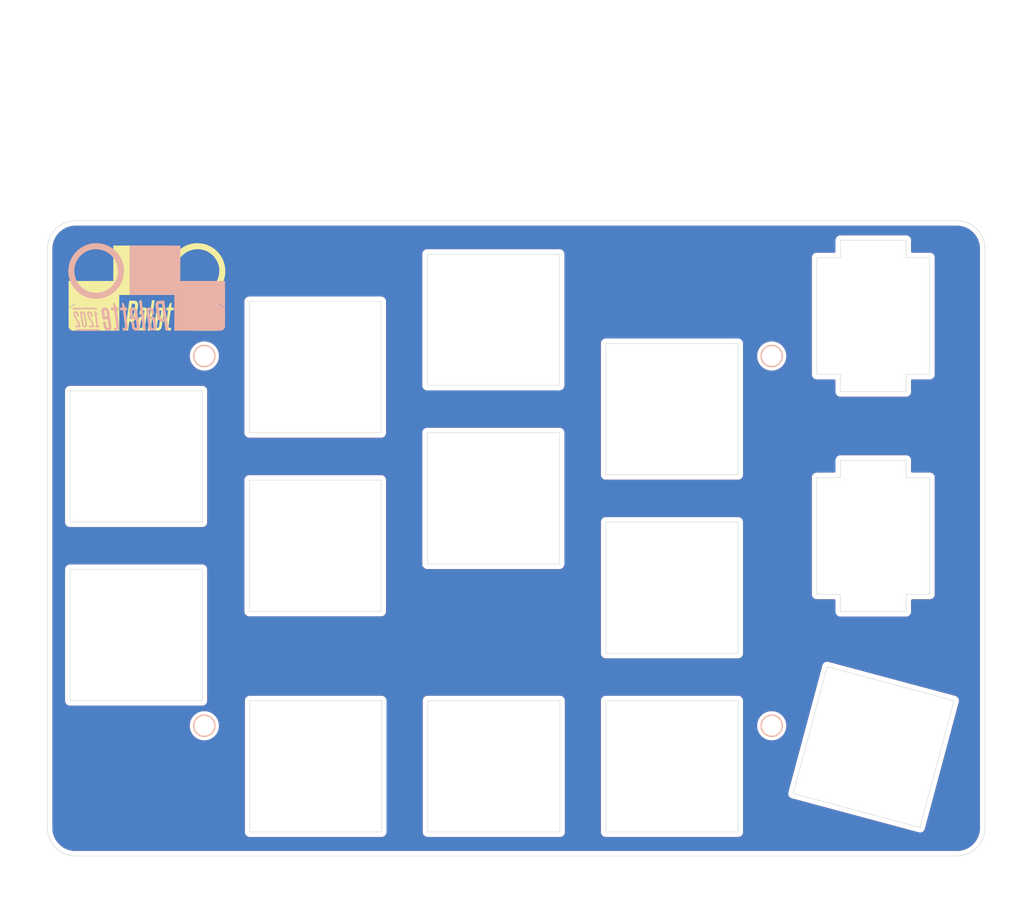
<source format=kicad_pcb>
(kicad_pcb (version 20171130) (host pcbnew "(5.1.4-0-10_14)")
  (layers (0 F.Cu signal) (31 B.Cu signal) (34 B.Paste user) (35 F.Paste user) (36 B.SilkS user) (37 F.SilkS user) (38 B.Mask user) (39 F.Mask user) (44 Edge.Cuts user))
  (net 0 "")
  (module nilgiri:M2_vis (layer F.Cu) (at 163.592 110.4298)
    (fp_text reference H8 hide)
    (fp_text value MountingHole hide)
    (pad "" np_thru_hole circle (at 0 0) (size 2.1 2.1) (drill 2.1) (layers *.Cu *.Mask))
  )
  (module nilgiri:M2_vis (layer F.Cu) (at 163.592 70.993)
    (fp_text reference H7 hide)
    (fp_text value MountingHole hide)
    (pad "" np_thru_hole circle (at 0 0) (size 2.1 2.1) (drill 2.1) (layers *.Cu *.Mask))
  )
  (module nilgiri:M2_vis (layer F.Cu) (at 103.0732 110.4298)
    (fp_text reference H6 hide)
    (fp_text value MountingHole hide)
    (pad "" np_thru_hole circle (at 0 0) (size 2.1 2.1) (drill 2.1) (layers *.Cu *.Mask))
  )
  (module nilgiri:M2_vis (layer F.Cu) (at 103.0732 70.993)
    (fp_text reference H5 hide)
    (fp_text value MountingHole hide)
    (pad "" np_thru_hole circle (at 0 0) (size 2.1 2.1) (drill 2.1) (layers *.Cu *.Mask))
  )
  (gr_poly (pts (xy 97.348674 67.216866) (xy 97.435986 67.896845) (xy 97.440947 67.906643) (xy 97.445908 67.916193) (xy 97.450869 67.925495) (xy 97.45583 67.934548) (xy 97.460791 67.943354) (xy 97.465752 67.951912) (xy 97.470713 67.960222) (xy 97.475674 67.968283) (xy 97.487622 67.982091) (xy 97.493674 67.98884) (xy 97.499818 67.995403) (xy 97.506086 68.001718) (xy 97.509277 68.004763) (xy 97.51251 68.007722) (xy 97.515789 68.010589) (xy 97.519119 68.013355) (xy 97.522503 68.016012) (xy 97.525946 68.018553) (xy 97.529449 68.020971) (xy 97.533015 68.023261) (xy 97.536642 68.025419) (xy 97.540332 68.027442) (xy 97.544084 68.029325) (xy 97.547897 68.031065) (xy 97.551773 68.032657) (xy 97.555711 68.034098) (xy 97.559711 68.035384) (xy 97.563772 68.036512) (xy 97.567896 68.037476) (xy 97.572082 68.038274) (xy 97.57633 68.038901) (xy 97.58064 68.039354) (xy 97.585012 68.039629) (xy 97.589446 68.039721) (xy 97.593878 68.039566) (xy 97.598241 68.039101) (xy 97.602526 68.038326) (xy 97.606726 68.037241) (xy 97.610833 68.035845) (xy 97.614839 68.03414) (xy 97.618737 68.032124) (xy 97.622518 68.029799) (xy 97.626176 68.027163) (xy 97.629701 68.024218) (xy 97.633088 68.020962) (xy 97.636326 68.017396) (xy 97.63941 68.013521) (xy 97.642331 68.009335) (xy 97.645082 68.004839) (xy 97.647654 68.000033) (xy 97.650477 67.994885) (xy 97.652998 67.989362) (xy 97.655224 67.983459) (xy 97.657163 67.977172) (xy 97.658823 67.970497) (xy 97.660212 67.963431) (xy 97.661337 67.955969) (xy 97.662206 67.948109) (xy 97.662828 67.939845) (xy 97.663209 67.931174) (xy 97.663357 67.922093) (xy 97.663281 67.912596) (xy 97.662987 67.902682) (xy 97.662485 67.892344) (xy 97.661781 67.881581) (xy 97.660883 67.870387) (xy 97.57357 67.222157) (xy 97.569787 67.201943) (xy 97.56538 67.182976) (xy 97.560344 67.165266) (xy 97.554677 67.148818) (xy 97.548375 67.133642) (xy 97.541433 67.119745) (xy 97.533847 67.107135) (xy 97.525614 67.095819) (xy 97.521254 67.090649) (xy 97.51673 67.085806) (xy 97.512043 67.08129) (xy 97.507192 67.077102) (xy 97.502175 67.073244) (xy 97.496994 67.069716) (xy 97.491647 67.06652) (xy 97.486133 67.063656) (xy 97.480453 67.061125) (xy 97.474606 67.058929) (xy 97.468591 67.057068) (xy 97.462409 67.055543) (xy 97.456057 67.054355) (xy 97.449537 67.053505) (xy 97.442847 67.052995) (xy 97.435986 67.052825) (xy 97.322216 67.052825) (xy 97.364549 67.380908) (xy 97.060278 67.402075) (xy 96.898882 66.259075) (xy 96.894914 66.232222) (xy 96.891942 66.206231) (xy 96.88997 66.181091) (xy 96.889001 66.156797) (xy 96.889041 66.13334) (xy 96.890092 66.110712) (xy 96.892158 66.088906) (xy 96.895244 66.067914) (xy 96.899353 66.047728) (xy 96.904489 66.02834) (xy 96.910656 66.009743) (xy 96.917857 65.991929) (xy 96.926098 65.97489) (xy 96.935381 65.958618) (xy 96.94571 65.943106) (xy 96.95709 65.928346) (xy 96.96934 65.914424) (xy 96.982283 65.901428) (xy 96.995931 65.889354) (xy 97.010296 65.878199) (xy 97.025391 65.867959) (xy 97.041225 65.858629) (xy 97.057811 65.850206) (xy 97.075161 65.842687) (xy 97.093286 65.836066) (xy 97.112197 65.830341) (xy 97.131907 65.825508) (xy 97.152427 65.821561) (xy 97.173769 65.818499) (xy 97.195944 65.816316) (xy 97.218964 65.815009) (xy 97.242841 65.814575) (xy 97.264452 65.814978) (xy 97.285634 65.816187) (xy 97.306389 65.818202) (xy 97.326722 65.821024) (xy 97.346636 65.824652) (xy 97.366136 65.829086) (xy 97.385224 65.834326) (xy 97.403906 65.840372) (xy 97.422185 65.847224) (xy 97.440064 65.854883) (xy 97.457548 65.863347) (xy 97.474641 65.872618) (xy 97.491346 65.882695) (xy 97.507667 65.893578) (xy 97.523609 65.905267) (xy 97.539174 65.917762) (xy 97.554212 65.931033) (xy 97.568568 65.945053) (xy 97.582241 65.959824) (xy 97.595233 65.97535) (xy 97.607542 65.991637) (xy 97.619169 66.008687) (xy 97.630114 66.026504) (xy 97.640377 66.045093) (xy 97.649958 66.064457) (xy 97.658857 66.0846) (xy 97.667073 66.105526) (xy 97.674607 66.127238) (xy 97.68146 66.149742) (xy 97.68763 66.173039) (xy 97.693118 66.197136) (xy 97.697924 66.222034) (xy 97.748195 66.547471) (xy 97.451861 66.547471) (xy 97.40159 66.2432) (xy 97.40001 66.234425) (xy 97.398247 66.22596) (xy 97.396306 66.217806) (xy 97.394191 66.209961) (xy 97.391905 66.202427) (xy 97.389452 66.195202) (xy 97.386837 66.188288) (xy 97.384062 66.181684) (xy 97.381133 66.175389) (xy 97.378052 66.169405) (xy 97.374824 66.163731) (xy 97.371453 66.158367) (xy 97.367942 66.153313) (xy 97.364296 66.14857) (xy 97.360518 66.144136) (xy 97.356612 66.140012) (xy 97.352613 66.136168) (xy 97.348556 66.132571) (xy 97.344444 66.129222) (xy 97.340282 66.126122) (xy 97.336074 66.123269) (xy 97.331823 66.120665) (xy 97.327533 66.118308) (xy 97.323208 66.1162) (xy 97.318853 66.11434) (xy 97.31447 66.112727) (xy 97.310064 66.111363) (xy 97.305639 66.110247) (xy 97.301198 66.109379) (xy 97.296745 66.108759) (xy 97.292285 66.108387) (xy 97.287821 66.108263) (xy 97.281494 66.108387) (xy 97.275408 66.108759) (xy 97.269554 66.109379) (xy 97.263925 66.110247) (xy 97.258513 66.111363) (xy 97.253311 66.112728) (xy 97.24831 66.11434) (xy 97.243503 66.1162) (xy 97.238882 66.118309) (xy 97.234439 66.120665) (xy 97.230166 66.12327) (xy 97.226057 66.126122) (xy 97.222102 66.129223) (xy 97.218295 66.132571) (xy 97.214627 66.136168) (xy 97.211091 66.140012) (xy 97.207774 66.144136) (xy 97.204771 66.14857) (xy 97.202086 66.153314) (xy 97.199722 66.158368) (xy 97.197684 66.163732) (xy 97.195976 66.169406) (xy 97.194601 66.17539) (xy 97.193563 66.181684) (xy 97.192866 66.188288) (xy 97.192514 66.195203) (xy 97.19251 66.202427) (xy 97.19286 66.209961) (xy 97.193566 66.217806) (xy 97.194633 66.22596) (xy 97.196063 66.234425) (xy 97.197862 66.2432) (xy 97.285175 66.756491) (xy 97.40159 66.756491) (xy 97.425154 66.756956) (xy 97.448218 66.758346) (xy 97.470778 66.76066) (xy 97.49283 66.763891) (xy 97.514371 66.768038) (xy 97.535396 66.773095) (xy 97.555902 66.779059) (xy 97.575885 66.785926) (xy 97.59534 66.793693) (xy 97.614265 66.802354) (xy 97.632655 66.811907) (xy 97.650506 66.822348) (xy 97.667814 66.833672) (xy 97.684576 66.845876) (xy 97.700788 66.858955) (xy 97.716445 66.872907) (xy 97.731483 66.887727) (xy 97.745838 66.903412) (xy 97.759512 66.919957) (xy 97.772503 66.937358) (xy 97.784812 66.955612) (xy 97.79644 66.974715) (xy 97.807385 66.994663) (xy 97.817647 67.015452) (xy 97.827228 67.037078) (xy 97.836127 67.059537) (xy 97.844343 67.082826) (xy 97.851878 67.10694) (xy 97.85873 67.131876) (xy 97.8649 67.157629) (xy 97.870388 67.184197) (xy 97.875194 67.211574) (xy 97.962507 67.825407) (xy 97.966011 67.852784) (xy 97.968589 67.879352) (xy 97.970245 67.905106) (xy 97.970982 67.930042) (xy 97.970804 67.954156) (xy 97.969716 67.977444) (xy 97.967721 67.999904) (xy 97.964822 68.02153) (xy 97.961025 68.042318) (xy 97.956332 68.062266) (xy 97.950747 68.081369) (xy 97.944276 68.099623) (xy 97.93692 68.117024) (xy 97.928685 68.133569) (xy 97.919574 68.149253) (xy 97.909591 68.164074) (xy 97.899018 68.178025) (xy 97.88814 68.191105) (xy 97.876959 68.203309) (xy 97.865479 68.214633) (xy 97.853705 68.225074) (xy 97.841641 68.234627) (xy 97.829289 68.243289) (xy 97.816655 68.251055) (xy 97.803742 68.257922) (xy 97.790553 68.263886) (xy 97.777093 68.268943) (xy 97.763366 68.273089) (xy 97.749375 68.276321) (xy 97.735125 68.278634) (xy 97.720619 68.280025) (xy 97.705861 68.280489) (xy 97.693205 68.280247) (xy 97.681015 68.279539) (xy 97.669258 68.278397) (xy 97.657905 68.276851) (xy 97.646924 68.274934) (xy 97.636284 68.272676) (xy 97.625954 68.270107) (xy 97.615903 68.26726) (xy 97.6061 68.263281) (xy 97.596514 68.25924) (xy 97.587114 68.255075) (xy 97.577869 68.250724) (xy 97.568748 68.246125) (xy 97.55972 68.241216) (xy 97.550754 68.235934) (xy 97.541819 68.230219) (xy 97.533014 68.225134) (xy 97.524456 68.219801) (xy 97.516147 68.21422) (xy 97.508085 68.208391) (xy 97.500272 68.202314) (xy 97.492706 68.195989) (xy 97.485389 68.189415) (xy 97.478319 68.182594) (xy 97.454507 68.182594) (xy 97.462443 68.277844) (xy 97.189923 68.277844) (xy 97.039111 67.216865) (xy 97.348674 67.216866)) (layer B.SilkS) (width 0))
  (gr_poly (pts (xy 96.39882 65.047284) (xy 96.102486 65.047284) (xy 96.552278 68.280492) (xy 96.848612 68.280492) (xy 96.39882 65.047284)) (layer B.SilkS) (width 0))
  (gr_poly (pts (xy 89.2048 61.9252) (xy 89.207838 62.04478) (xy 89.216851 62.162818) (xy 89.231692 62.279165) (xy 89.252214 62.393673) (xy 89.278268 62.506194) (xy 89.309707 62.616582) (xy 89.346383 62.724688) (xy 89.388148 62.830364) (xy 89.434855 62.933463) (xy 89.486356 63.033837) (xy 89.542503 63.131338) (xy 89.603148 63.225818) (xy 89.668144 63.31713) (xy 89.737342 63.405126) (xy 89.810595 63.489657) (xy 89.887756 63.570577) (xy 89.968676 63.647738) (xy 90.053207 63.720991) (xy 90.141203 63.79019) (xy 90.232515 63.855185) (xy 90.326995 63.91583) (xy 90.424496 63.971977) (xy 90.52487 64.023478) (xy 90.627969 64.070185) (xy 90.733645 64.11195) (xy 90.841751 64.148627) (xy 90.952139 64.180066) (xy 91.06466 64.20612) (xy 91.179169 64.226641) (xy 91.295515 64.241483) (xy 91.413553 64.250496) (xy 91.533133 64.253533) (xy 91.652714 64.250496) (xy 91.770752 64.241483) (xy 91.887098 64.226641) (xy 92.001607 64.20612) (xy 92.114128 64.180066) (xy 92.224516 64.148627) (xy 92.332622 64.11195) (xy 92.438298 64.070185) (xy 92.541397 64.023478) (xy 92.641771 63.971977) (xy 92.739272 63.91583) (xy 92.833752 63.855185) (xy 92.925064 63.79019) (xy 93.01306 63.720991) (xy 93.097591 63.647738) (xy 93.178511 63.570577) (xy 93.255672 63.489657) (xy 93.328925 63.405126) (xy 93.398123 63.31713) (xy 93.463119 63.225818) (xy 93.523764 63.131338) (xy 93.579911 63.033837) (xy 93.631412 62.933463) (xy 93.678119 62.830364) (xy 93.719884 62.724688) (xy 93.75656 62.616582) (xy 93.787999 62.506194) (xy 93.814053 62.393673) (xy 93.834575 62.279165) (xy 93.849416 62.162818) (xy 93.858429 62.04478) (xy 93.861466 61.9252) (xy 93.858429 61.80562) (xy 93.849416 61.687582) (xy 93.834575 61.571236) (xy 93.814053 61.456727) (xy 93.787999 61.344206) (xy 93.75656 61.233818) (xy 93.719884 61.125712) (xy 93.678118 61.020036) (xy 93.631411 60.916937) (xy 93.57991 60.816563) (xy 93.523764 60.719062) (xy 93.463119 60.624582) (xy 93.398123 60.53327) (xy 93.328925 60.445275) (xy 93.255671 60.360743) (xy 93.178511 60.279823) (xy 93.097591 60.202662) (xy 93.013059 60.129409) (xy 92.925063 60.06021) (xy 92.833751 59.995215) (xy 92.739271 59.93457) (xy 92.64177 59.878423) (xy 92.541396 59.826922) (xy 92.438298 59.780215) (xy 92.332621 59.73845) (xy 92.224515 59.701773) (xy 92.114128 59.670334) (xy 92.001606 59.64428) (xy 91.887098 59.623759) (xy 91.770751 59.608917) (xy 91.652714 59.599904) (xy 91.533133 59.596867) (xy 91.533133 58.961867) (xy 91.685496 58.96572) (xy 91.835873 58.977154) (xy 91.984078 58.995984) (xy 92.129924 59.022024) (xy 92.273223 59.055089) (xy 92.413789 59.094993) (xy 92.551434 59.141551) (xy 92.685973 59.194577) (xy 92.817216 59.253885) (xy 92.944979 59.319291) (xy 93.069073 59.390608) (xy 93.189311 59.46765) (xy 93.305508 59.550234) (xy 93.417474 59.638172) (xy 93.525025 59.731279) (xy 93.627972 59.82937) (xy 93.726128 59.932259) (xy 93.819308 60.039761) (xy 93.907323 60.15169) (xy 93.989986 60.26786) (xy 94.067111 60.388086) (xy 94.13851 60.512183) (xy 94.203997 60.639964) (xy 94.263385 60.771245) (xy 94.316486 60.90584) (xy 94.363114 61.043562) (xy 94.403082 61.184228) (xy 94.436201 61.32765) (xy 94.462287 61.473644) (xy 94.481151 61.622024) (xy 94.492606 61.772605) (xy 94.496466 61.9252) (xy 94.492614 62.077563) (xy 94.48118 62.22794) (xy 94.46235 62.376145) (xy 94.43631 62.521991) (xy 94.403245 62.66529) (xy 94.363341 62.805856) (xy 94.316783 62.943501) (xy 94.263757 63.078039) (xy 94.204449 63.209283) (xy 94.139043 63.337045) (xy 94.067727 63.461139) (xy 93.990684 63.581378) (xy 93.9081 63.697574) (xy 93.820162 63.809541) (xy 93.727055 63.917091) (xy 93.628964 64.020039) (xy 93.526075 64.118195) (xy 93.418573 64.211374) (xy 93.306645 64.299389) (xy 93.190474 64.382053) (xy 93.070248 64.459178) (xy 92.946151 64.530577) (xy 92.81837 64.596064) (xy 92.687089 64.655452) (xy 92.552494 64.708553) (xy 92.414772 64.755181) (xy 92.274106 64.795148) (xy 92.130684 64.828268) (xy 91.98469 64.854354) (xy 91.836309 64.873218) (xy 91.685729 64.884673) (xy 91.533133 64.888533) (xy 91.380771 64.884681) (xy 91.230394 64.873247) (xy 91.082189 64.854417) (xy 90.936343 64.828377) (xy 90.793044 64.795312) (xy 90.652478 64.755408) (xy 90.514833 64.70885) (xy 90.380295 64.655824) (xy 90.249051 64.596515) (xy 90.121288 64.53111) (xy 89.997194 64.459793) (xy 89.876956 64.38275) (xy 89.76076 64.300167) (xy 89.648793 64.212229) (xy 89.541242 64.119122) (xy 89.438295 64.021031) (xy 89.340139 63.918141) (xy 89.246959 63.81064) (xy 89.158945 63.698711) (xy 89.076281 63.582541) (xy 88.999156 63.462314) (xy 88.927757 63.338218) (xy 88.862269 63.210436) (xy 88.802882 63.079155) (xy 88.74978 62.944561) (xy 88.703153 62.806838) (xy 88.663185 62.666173) (xy 88.630065 62.52275) (xy 88.60398 62.376756) (xy 88.585116 62.228376) (xy 88.57366 62.077795) (xy 88.5698 61.9252) (xy 89.2048 61.9252)) (layer B.SilkS) (width 0))
  (gr_poly (pts (xy 97.973091 66.3067) (xy 97.875195 65.616138) (xy 97.871321 65.586279) (xy 97.868632 65.557222) (xy 97.867137 65.528963) (xy 97.866844 65.501499) (xy 97.86776 65.474825) (xy 97.869893 65.448939) (xy 97.873251 65.423835) (xy 97.877841 65.39951) (xy 97.883671 65.375961) (xy 97.89075 65.353182) (xy 97.899084 65.331171) (xy 97.908681 65.309924) (xy 97.91955 65.289436) (xy 97.931698 65.269704) (xy 97.945133 65.250724) (xy 97.959862 65.232492) (xy 97.975177 65.21522) (xy 97.991353 65.199119) (xy 98.008382 65.184181) (xy 98.026255 65.170398) (xy 98.044966 65.157761) (xy 98.064506 65.146265) (xy 98.084868 65.1359) (xy 98.106044 65.126659) (xy 98.128026 65.118534) (xy 98.150806 65.111517) (xy 98.174377 65.105602) (xy 98.198731 65.100779) (xy 98.22386 65.097042) (xy 98.249756 65.094382) (xy 98.276412 65.092791) (xy 98.30382 65.092263) (xy 98.803882 65.092263) (xy 99.251028 68.280491) (xy 98.933527 68.280491) (xy 98.801236 67.325346) (xy 98.618673 67.325346) (xy 98.59114 67.324788) (xy 98.564103 67.323118) (xy 98.537562 67.32034) (xy 98.511517 67.316457) (xy 98.485968 67.311474) (xy 98.460915 67.305393) (xy 98.436359 67.29822) (xy 98.412298 67.289958) (xy 98.388734 67.28061) (xy 98.365666 67.270181) (xy 98.343093 67.258675) (xy 98.321017 67.246095) (xy 98.299437 67.232445) (xy 98.278353 67.217729) (xy 98.257765 67.201952) (xy 98.237674 67.185116) (xy 98.218325 67.166884) (xy 98.199965 67.147904) (xy 98.18259 67.128172) (xy 98.166195 67.107684) (xy 98.150777 67.086437) (xy 98.136331 67.064426) (xy 98.122855 67.041648) (xy 98.110343 67.018098) (xy 98.098793 66.993773) (xy 98.0882 66.96867) (xy 98.07856 66.942783) (xy 98.06987 66.916109) (xy 98.062126 66.888645) (xy 98.055323 66.860387) (xy 98.049459 66.83133) (xy 98.044528 66.80147) (xy 97.970445 66.277596) (xy 98.280007 66.21145) (xy 98.364673 66.804117) (xy 98.368736 66.829078) (xy 98.373981 66.852372) (xy 98.380411 66.874008) (xy 98.384072 66.884206) (xy 98.388032 66.893993) (xy 98.392289 66.903368) (xy 98.396846 66.912334) (xy 98.401702 66.920891) (xy 98.406857 66.92904) (xy 98.412314 66.936782) (xy 98.418071 66.944118) (xy 98.424129 66.951049) (xy 98.430489 66.957575) (xy 98.437152 66.963699) (xy 98.444117 66.969421) (xy 98.451386 66.974742) (xy 98.458958 66.979662) (xy 98.466834 66.984183) (xy 98.475016 66.988306) (xy 98.483502 66.992032) (xy 98.492294 66.995361) (xy 98.501393 66.998295) (xy 98.510798 67.000835) (xy 98.52051 67.002982) (xy 98.53053 67.004735) (xy 98.540858 67.006098) (xy 98.551494 67.00707) (xy 98.573695 67.007846) (xy 98.756257 67.007846) (xy 98.534007 65.415055) (xy 98.351445 65.415055) (xy 98.340244 65.415256) (xy 98.329461 65.41586) (xy 98.319094 65.416866) (xy 98.309143 65.418274) (xy 98.299606 65.420083) (xy 98.290484 65.422293) (xy 98.281774 65.424902) (xy 98.273476 65.427912) (xy 98.265588 65.431321) (xy 98.258111 65.435128) (xy 98.251042 65.439333) (xy 98.244382 65.443937) (xy 98.238128 65.448937) (xy 98.23228 65.454335) (xy 98.226838 65.460128) (xy 98.221799 65.466318) (xy 98.217164 65.472902) (xy 98.21293 65.479882) (xy 98.209098 65.487256) (xy 98.205666 65.495024) (xy 98.202633 65.503185) (xy 98.199998 65.511739) (xy 98.197761 65.520686) (xy 98.195919 65.530024) (xy 98.194474 65.539754) (xy 98.193422 65.549875) (xy 98.192764 65.560386) (xy 98.192499 65.571288) (xy 98.192624 65.582579) (xy 98.193141 65.594259) (xy 98.194047 65.606327) (xy 98.195341 65.618784) (xy 98.285299 66.251138) (xy 97.973091 66.3067)) (layer B.SilkS) (width 0))
  (gr_poly (pts (xy 91.533131 64.888533) (xy 91.380769 64.884681) (xy 91.230392 64.873247) (xy 91.082187 64.854417) (xy 90.936341 64.828377) (xy 90.793042 64.795312) (xy 90.652476 64.755408) (xy 90.514831 64.70885) (xy 90.380293 64.655824) (xy 90.249049 64.596515) (xy 90.121287 64.53111) (xy 89.997193 64.459793) (xy 89.876954 64.38275) (xy 89.760758 64.300167) (xy 89.648791 64.212229) (xy 89.54124 64.119122) (xy 89.438293 64.021031) (xy 89.340137 63.918141) (xy 89.246957 63.81064) (xy 89.158943 63.698711) (xy 89.076279 63.582541) (xy 88.999154 63.462314) (xy 88.927755 63.338218) (xy 88.862267 63.210436) (xy 88.80288 63.079155) (xy 88.749779 62.944561) (xy 88.703151 62.806838) (xy 88.663183 62.666173) (xy 88.630063 62.52275) (xy 88.603978 62.376756) (xy 88.585114 62.228376) (xy 88.573658 62.077795) (xy 88.569798 61.9252) (xy 88.573651 61.772837) (xy 88.585085 61.62246) (xy 88.603915 61.474255) (xy 88.629955 61.32841) (xy 88.66302 61.18511) (xy 88.702924 61.044544) (xy 88.749482 60.906899) (xy 88.802508 60.772361) (xy 88.861816 60.641117) (xy 88.927222 60.513355) (xy 88.998539 60.389261) (xy 89.075582 60.269022) (xy 89.158165 60.152826) (xy 89.246103 60.040859) (xy 89.33921 59.933309) (xy 89.437301 59.830362) (xy 89.54019 59.732205) (xy 89.647692 59.639026) (xy 89.759621 59.551011) (xy 89.875791 59.468347) (xy 89.996018 59.391223) (xy 90.120114 59.319823) (xy 90.247896 59.254336) (xy 90.379177 59.194948) (xy 90.513771 59.141847) (xy 90.651494 59.095219) (xy 90.792159 59.055252) (xy 90.935582 59.022132) (xy 91.081576 58.996046) (xy 91.229956 58.977182) (xy 91.380536 58.965727) (xy 91.533131 58.961867) (xy 91.685494 58.965719) (xy 91.835871 58.977153) (xy 91.984076 58.995983) (xy 92.129922 59.022023) (xy 92.273221 59.055088) (xy 92.413787 59.094992) (xy 92.551433 59.14155) (xy 92.685971 59.194576) (xy 92.817214 59.253885) (xy 92.944977 59.31929) (xy 93.069071 59.390607) (xy 93.189309 59.46765) (xy 93.305506 59.550233) (xy 93.417472 59.638171) (xy 93.525023 59.731278) (xy 93.62797 59.829369) (xy 93.726127 59.932259) (xy 93.819306 60.03976) (xy 93.907321 60.151689) (xy 93.989984 60.267859) (xy 94.067109 60.388086) (xy 94.138508 60.512182) (xy 94.203996 60.639964) (xy 94.263383 60.771245) (xy 94.316484 60.905839) (xy 94.363112 61.043562) (xy 94.40308 61.184227) (xy 94.4362 61.32765) (xy 94.462285 61.473644) (xy 94.481149 61.622024) (xy 94.492605 61.772605) (xy 94.496465 61.9252) (xy 93.861464 61.9252) (xy 93.858427 61.80562) (xy 93.849414 61.687582) (xy 93.834573 61.571235) (xy 93.814051 61.456727) (xy 93.787997 61.344205) (xy 93.756558 61.233818) (xy 93.719882 61.125712) (xy 93.678116 61.020036) (xy 93.631409 60.916937) (xy 93.579909 60.816563) (xy 93.523762 60.719062) (xy 93.463117 60.624582) (xy 93.398121 60.53327) (xy 93.328923 60.445274) (xy 93.255669 60.360743) (xy 93.178509 60.279823) (xy 93.097589 60.202662) (xy 93.013057 60.129409) (xy 92.925061 60.06021) (xy 92.833749 59.995215) (xy 92.739269 59.93457) (xy 92.641768 59.878423) (xy 92.541395 59.826922) (xy 92.438296 59.780215) (xy 92.332619 59.73845) (xy 92.224514 59.701773) (xy 92.114126 59.670334) (xy 92.001604 59.64428) (xy 91.887096 59.623759) (xy 91.770749 59.608917) (xy 91.652712 59.599904) (xy 91.533131 59.596867) (xy 91.413551 59.599904) (xy 91.295514 59.608917) (xy 91.179167 59.623759) (xy 91.064659 59.64428) (xy 90.952137 59.670334) (xy 90.84175 59.701773) (xy 90.733644 59.73845) (xy 90.627967 59.780215) (xy 90.524868 59.826922) (xy 90.424495 59.878423) (xy 90.326994 59.93457) (xy 90.232513 59.995215) (xy 90.141201 60.06021) (xy 90.053206 60.129409) (xy 89.968674 60.202662) (xy 89.887754 60.279823) (xy 89.810593 60.360743) (xy 89.737339 60.445275) (xy 89.668141 60.53327) (xy 89.603145 60.624582) (xy 89.5425 60.719062) (xy 89.486353 60.816563) (xy 89.434852 60.916937) (xy 89.388145 61.020036) (xy 89.346379 61.125712) (xy 89.309703 61.233818) (xy 89.278264 61.344206) (xy 89.25221 61.456727) (xy 89.231688 61.571236) (xy 89.216847 61.687582) (xy 89.207834 61.80562) (xy 89.204797 61.9252) (xy 89.207834 62.04478) (xy 89.216847 62.162818) (xy 89.231688 62.279165) (xy 89.25221 62.393673) (xy 89.278264 62.506194) (xy 89.309703 62.616582) (xy 89.346379 62.724688) (xy 89.388145 62.830364) (xy 89.434852 62.933463) (xy 89.486353 63.033837) (xy 89.5425 63.131338) (xy 89.603145 63.225818) (xy 89.66814 63.31713) (xy 89.737339 63.405126) (xy 89.810592 63.489657) (xy 89.887753 63.570577) (xy 89.968673 63.647738) (xy 90.053205 63.720991) (xy 90.1412 63.79019) (xy 90.232512 63.855185) (xy 90.326993 63.91583) (xy 90.424494 63.971977) (xy 90.524868 64.023478) (xy 90.627967 64.070185) (xy 90.733643 64.11195) (xy 90.841749 64.148627) (xy 90.952137 64.180066) (xy 91.064659 64.20612) (xy 91.179167 64.226641) (xy 91.295513 64.241483) (xy 91.413551 64.250496) (xy 91.533131 64.253533) (xy 91.533131 64.888533)) (layer B.SilkS) (width 0))
  (gr_poly (pts (xy 92.170779 66.70093) (xy 92.099341 66.229971) (xy 92.095373 66.205044) (xy 92.092401 66.180864) (xy 92.090429 66.157436) (xy 92.08946 66.134763) (xy 92.0895 66.112851) (xy 92.09055 66.091701) (xy 92.092617 66.07132) (xy 92.095703 66.051709) (xy 92.099811 66.032874) (xy 92.104947 66.014817) (xy 92.111114 65.997544) (xy 92.118316 65.981057) (xy 92.126557 65.965361) (xy 92.13584 65.950459) (xy 92.14617 65.936356) (xy 92.15755 65.923055) (xy 92.169799 65.910094) (xy 92.182742 65.897997) (xy 92.19639 65.886761) (xy 92.210755 65.876381) (xy 92.225849 65.866854) (xy 92.241684 65.858175) (xy 92.25827 65.850342) (xy 92.275619 65.843349) (xy 92.293744 65.837194) (xy 92.312656 65.831872) (xy 92.332366 65.827379) (xy 92.352886 65.823712) (xy 92.374228 65.820866) (xy 92.396403 65.818839) (xy 92.419423 65.817625) (xy 92.443299 65.817221) (xy 92.466864 65.817655) (xy 92.489932 65.818958) (xy 92.512505 65.821128) (xy 92.534581 65.824167) (xy 92.556161 65.828073) (xy 92.577245 65.832848) (xy 92.597833 65.838491) (xy 92.617925 65.845002) (xy 92.637521 65.852382) (xy 92.65662 65.860629) (xy 92.675224 65.869745) (xy 92.693331 65.879729) (xy 92.710943 65.890581) (xy 92.728058 65.902301) (xy 92.744677 65.91489) (xy 92.7608 65.928346) (xy 92.776304 65.94261) (xy 92.791067 65.957626) (xy 92.805094 65.973401) (xy 92.818388 65.989944) (xy 92.830954 66.007262) (xy 92.842795 66.025363) (xy 92.853915 66.044255) (xy 92.864318 66.063945) (xy 92.874008 66.084441) (xy 92.882989 66.105751) (xy 92.891264 66.127883) (xy 92.898838 66.150844) (xy 92.905714 66.174643) (xy 92.911897 66.199286) (xy 92.91739 66.224782) (xy 92.922196 66.251138) (xy 93.157675 67.854514) (xy 93.161148 67.880434) (xy 93.163633 67.905606) (xy 93.165134 67.930026) (xy 93.165654 67.953691) (xy 93.165197 67.976595) (xy 93.163768 67.998737) (xy 93.161369 68.020111) (xy 93.158006 68.040714) (xy 93.153681 68.060541) (xy 93.148399 68.07959) (xy 93.142164 68.097855) (xy 93.134979 68.115334) (xy 93.126848 68.132023) (xy 93.117775 68.147916) (xy 93.107765 68.163012) (xy 93.096821 68.177305) (xy 93.084571 68.190761) (xy 93.071628 68.20335) (xy 93.05798 68.21507) (xy 93.043614 68.225922) (xy 93.02852 68.235906) (xy 93.012686 68.245022) (xy 92.9961 68.253269) (xy 92.97875 68.260649) (xy 92.960625 68.26716) (xy 92.941714 68.272803) (xy 92.922004 68.277578) (xy 92.901484 68.281484) (xy 92.880142 68.284523) (xy 92.857967 68.286693) (xy 92.834947 68.287996) (xy 92.81107 68.28843) (xy 92.787506 68.287965) (xy 92.764438 68.286575) (xy 92.741866 68.284261) (xy 92.719789 68.28103) (xy 92.698209 68.276883) (xy 92.677125 68.271826) (xy 92.656537 68.265862) (xy 92.636446 68.258995) (xy 92.61685 68.251228) (xy 92.59775 68.242567) (xy 92.579147 68.233014) (xy 92.561039 68.222573) (xy 92.543428 68.211249) (xy 92.526313 68.199045) (xy 92.509694 68.185966) (xy 92.493571 68.172014) (xy 92.478098 68.157194) (xy 92.463423 68.141509) (xy 92.449539 68.124964) (xy 92.436437 68.107563) (xy 92.424111 68.089309) (xy 92.412553 68.070206) (xy 92.401754 68.050258) (xy 92.391706 68.029469) (xy 92.382403 68.007843) (xy 92.373837 67.985384) (xy 92.365999 67.962095) (xy 92.358881 67.937981) (xy 92.352477 67.913045) (xy 92.346779 67.887292) (xy 92.341777 67.860724) (xy 92.337466 67.833347) (xy 92.260737 67.309473) (xy 92.557071 67.309473) (xy 92.633799 67.833347) (xy 92.636622 67.852571) (xy 92.640135 67.870554) (xy 92.644345 67.887297) (xy 92.649261 67.9028) (xy 92.65489 67.917063) (xy 92.661239 67.930085) (xy 92.668318 67.941867) (xy 92.672132 67.947293) (xy 92.676132 67.952409) (xy 92.680318 67.957215) (xy 92.684691 67.961711) (xy 92.689252 67.965897) (xy 92.694002 67.969773) (xy 92.698942 67.973338) (xy 92.704072 67.976594) (xy 92.709395 67.979539) (xy 92.71491 67.982175) (xy 92.720619 67.9845) (xy 92.726523 67.986516) (xy 92.732623 67.988221) (xy 92.738919 67.989616) (xy 92.745413 67.990701) (xy 92.752106 67.991476) (xy 92.758998 67.991941) (xy 92.766091 67.992096) (xy 92.773153 67.991941) (xy 92.779951 67.991476) (xy 92.786485 67.990701) (xy 92.792756 67.989616) (xy 92.798763 67.988221) (xy 92.804507 67.986515) (xy 92.809988 67.9845) (xy 92.815204 67.982175) (xy 92.820157 67.979539) (xy 92.824847 67.976594) (xy 92.829273 67.973338) (xy 92.833436 67.969772) (xy 92.837335 67.965897) (xy 92.84097 67.961711) (xy 92.844342 67.957215) (xy 92.84745 67.952409) (xy 92.850295 67.947293) (xy 92.852876 67.941867) (xy 92.855194 67.936131) (xy 92.857248 67.930085) (xy 92.859039 67.923729) (xy 92.860566 67.917062) (xy 92.861829 67.910086) (xy 92.862829 67.9028) (xy 92.863566 67.895203) (xy 92.864039 67.887297) (xy 92.864248 67.87908) (xy 92.864194 67.870554) (xy 92.863876 67.861717) (xy 92.863295 67.85257) (xy 92.86245 67.843114) (xy 92.861341 67.833347) (xy 92.752862 67.081931) (xy 92.228988 67.081931) (xy 92.170779 66.690347) (xy 92.46711 66.679763) (xy 92.482987 66.782951) (xy 92.710528 66.782951) (xy 92.623216 66.248493) (xy 92.619432 66.232153) (xy 92.615025 66.216867) (xy 92.60999 66.202635) (xy 92.604323 66.189458) (xy 92.59802 66.177334) (xy 92.594629 66.171668) (xy 92.591078 66.166265) (xy 92.587366 66.161126) (xy 92.583492 66.15625) (xy 92.579457 66.151638) (xy 92.57526 66.14729) (xy 92.570899 66.143205) (xy 92.566376 66.139383) (xy 92.561688 66.135825) (xy 92.556837 66.132531) (xy 92.551821 66.1295) (xy 92.546639 66.126733) (xy 92.541292 66.124229) (xy 92.535779 66.121989) (xy 92.530099 66.120012) (xy 92.524252 66.118299) (xy 92.518237 66.11685) (xy 92.512054 66.115664) (xy 92.505703 66.114741) (xy 92.499183 66.114083) (xy 92.492493 66.113687) (xy 92.485633 66.113555) (xy 92.479306 66.113679) (xy 92.47322 66.114052) (xy 92.467366 66.114672) (xy 92.461737 66.11554) (xy 92.456325 66.116656) (xy 92.451123 66.11802) (xy 92.446122 66.119633) (xy 92.441314 66.121493) (xy 92.436693 66.123602) (xy 92.43225 66.125958) (xy 92.427978 66.128562) (xy 92.423868 66.131415) (xy 92.419914 66.134515) (xy 92.416106 66.137864) (xy 92.412438 66.141461) (xy 92.408902 66.145305) (xy 92.405585 66.149429) (xy 92.402582 66.153863) (xy 92.399897 66.158607) (xy 92.397534 66.163661) (xy 92.395496 66.169025) (xy 92.393787 66.174699) (xy 92.392412 66.180683) (xy 92.391374 66.186977) (xy 92.390677 66.193581) (xy 92.390325 66.200495) (xy 92.390322 66.20772) (xy 92.390672 66.215254) (xy 92.391378 66.223099) (xy 92.392445 66.231253) (xy 92.393875 66.239718) (xy 92.395675 66.248493) (xy 92.46711 66.698285) (xy 92.170779 66.70093)) (layer B.SilkS) (width 0))
  (gr_poly (pts (xy 91.628383 66.015659) (xy 91.604569 65.846325) (xy 89.038112 65.846325) (xy 89.059277 66.015659) (xy 91.628383 66.015659)) (layer B.SilkS) (width 0))
  (gr_poly (pts (xy 95.742653 61.20818) (xy 95.742653 63.843429) (xy 99.880736 63.843429) (xy 99.880736 59.845575) (xy 95.742653 59.845575) (xy 95.742653 61.401325) (xy 95.107653 61.393388) (xy 95.107653 59.213222) (xy 100.51309 59.213222) (xy 100.51309 62.988825) (xy 105.283527 62.988825) (xy 105.283527 65.848971) (xy 104.648527 65.502367) (xy 104.648527 63.623826) (xy 100.510444 63.623826) (xy 100.510444 67.658721) (xy 104.420986 67.658721) (xy 104.432812 67.658422) (xy 104.44447 67.657532) (xy 104.455946 67.656068) (xy 104.467226 67.654045) (xy 104.478296 67.651477) (xy 104.489144 67.648379) (xy 104.499756 67.644767) (xy 104.510117 67.640655) (xy 104.520215 67.636059) (xy 104.530036 67.630994) (xy 104.539566 67.625474) (xy 104.548792 67.619515) (xy 104.5577 67.613131) (xy 104.566276 67.606338) (xy 104.574508 67.59915) (xy 104.582381 67.591583) (xy 104.589883 67.583652) (xy 104.596998 67.575372) (xy 104.603715 67.566757) (xy 104.610018 67.557823) (xy 104.615895 67.548585) (xy 104.621333 67.539057) (xy 104.626317 67.529256) (xy 104.630833 67.519195) (xy 104.63487 67.50889) (xy 104.638412 67.498356) (xy 104.641446 67.487607) (xy 104.643959 67.47666) (xy 104.645938 67.465529) (xy 104.647367 67.454228) (xy 104.648235 67.442773) (xy 104.648527 67.43118) (xy 104.648527 65.465325) (xy 105.283527 65.825159) (xy 105.283527 67.785721) (xy 105.282866 67.811854) (xy 105.280904 67.837645) (xy 105.277672 67.863061) (xy 105.273203 67.888072) (xy 105.267528 67.912644) (xy 105.26068 67.936747) (xy 105.252691 67.960348) (xy 105.243592 67.983415) (xy 105.233416 68.005916) (xy 105.222194 68.027819) (xy 105.209959 68.049092) (xy 105.196742 68.069704) (xy 105.182576 68.089622) (xy 105.167492 68.108814) (xy 105.151522 68.127248) (xy 105.134699 68.144893) (xy 105.117055 68.161716) (xy 105.09862 68.177685) (xy 105.079428 68.192769) (xy 105.05951 68.206936) (xy 105.038899 68.220152) (xy 105.017625 68.232387) (xy 104.995722 68.243609) (xy 104.973221 68.253785) (xy 104.950154 68.262884) (xy 104.926553 68.270873) (xy 104.90245 68.277721) (xy 104.877878 68.283396) (xy 104.852867 68.287865) (xy 104.827451 68.291097) (xy 104.80166 68.293059) (xy 104.775528 68.293721) (xy 99.87809 68.293721) (xy 99.87809 64.483721) (xy 95.107653 64.483721) (xy 95.107653 61.197596) (xy 95.742653 61.20818)) (layer B.SilkS) (width 0))
  (gr_poly (pts (xy 89.120133 66.505138) (xy 89.12634 66.541348) (xy 89.133073 66.576534) (xy 89.140364 66.610666) (xy 89.148245 66.643713) (xy 89.156745 66.675644) (xy 89.165897 66.706428) (xy 89.175731 66.736033) (xy 89.186278 66.76443) (xy 89.197322 66.792831) (xy 89.208644 66.820488) (xy 89.220277 66.847401) (xy 89.23225 66.87357) (xy 89.244596 66.898994) (xy 89.257345 66.923675) (xy 89.270527 66.947611) (xy 89.284175 66.970804) (xy 89.298071 66.994373) (xy 89.311998 67.017478) (xy 89.325987 67.040148) (xy 89.340068 67.062416) (xy 89.354274 67.084311) (xy 89.368635 67.105865) (xy 89.383182 67.127109) (xy 89.397946 67.148075) (xy 89.41271 67.169034) (xy 89.427257 67.190242) (xy 89.441618 67.211698) (xy 89.455824 67.233402) (xy 89.483895 67.277555) (xy 89.511718 67.322699) (xy 89.53739 67.368918) (xy 89.549994 67.392555) (xy 89.562319 67.416626) (xy 89.574272 67.441193) (xy 89.585759 67.466319) (xy 89.596689 67.492064) (xy 89.606967 67.518491) (xy 89.617509 67.545658) (xy 89.627307 67.573599) (xy 89.636361 67.602347) (xy 89.64467 67.631931) (xy 89.652236 67.662384) (xy 89.659057 67.693736) (xy 89.665134 67.726018) (xy 89.670466 67.759262) (xy 89.307986 67.759262) (xy 89.329154 67.928595) (xy 89.860967 67.92595) (xy 89.839801 67.759262) (xy 89.833594 67.722179) (xy 89.826861 67.686336) (xy 89.819569 67.651734) (xy 89.811688 67.618371) (xy 89.803187 67.586249) (xy 89.794035 67.555367) (xy 89.784201 67.525726) (xy 89.773654 67.497325) (xy 89.762611 67.469791) (xy 89.751288 67.442754) (xy 89.739656 67.416213) (xy 89.727682 67.390168) (xy 89.715337 67.364619) (xy 89.702588 67.339566) (xy 89.689405 67.31501) (xy 89.675757 67.290949) (xy 89.661862 67.26738) (xy 89.647935 67.244275) (xy 89.633946 67.221605) (xy 89.619864 67.199338) (xy 89.605658 67.177442) (xy 89.591297 67.155888) (xy 89.57675 67.134644) (xy 89.561986 67.113679) (xy 89.547222 67.092719) (xy 89.532676 67.071511) (xy 89.518315 67.050055) (xy 89.504109 67.028351) (xy 89.476038 66.984198) (xy 89.448216 66.939054) (xy 89.422544 66.892876) (xy 89.40994 66.869337) (xy 89.397615 66.845458) (xy 89.385662 66.821206) (xy 89.374174 66.796551) (xy 89.363244 66.771462) (xy 89.352965 66.745908) (xy 89.342423 66.719502) (xy 89.332625 66.691917) (xy 89.323571 66.663216) (xy 89.315262 66.633461) (xy 89.307696 66.602713) (xy 89.300875 66.571036) (xy 89.294798 66.53849) (xy 89.289466 66.505138) (xy 89.287945 66.492177) (xy 89.287531 66.486021) (xy 89.287347 66.48008) (xy 89.287391 66.474354) (xy 89.287663 66.468843) (xy 89.288162 66.463547) (xy 89.288887 66.458464) (xy 89.289836 66.453594) (xy 89.291009 66.448936) (xy 89.292405 66.444491) (xy 89.294023 66.440258) (xy 89.295862 66.436236) (xy 89.297921 66.432424) (xy 89.300199 66.428823) (xy 89.302694 66.425432) (xy 89.305407 66.42225) (xy 89.308336 66.419276) (xy 89.31148 66.416511) (xy 89.314838 66.413954) (xy 89.31841 66.411605) (xy 89.322193 66.409462) (xy 89.326188 66.407525) (xy 89.330393 66.405795) (xy 89.334807 66.404269) (xy 89.33943 66.402949) (xy 89.34426 66.401833) (xy 89.349296 66.400921) (xy 89.354538 66.400213) (xy 89.359984 66.399708) (xy 89.371486 66.399304) (xy 89.377361 66.399405) (xy 89.383082 66.399708) (xy 89.388647 66.400213) (xy 89.394058 66.400921) (xy 89.399313 66.401833) (xy 89.404414 66.402949) (xy 89.409359 66.404269) (xy 89.414149 66.405795) (xy 89.418785 66.407525) (xy 89.423265 66.409462) (xy 89.427591 66.411605) (xy 89.431761 66.413954) (xy 89.435776 66.416511) (xy 89.439636 66.419276) (xy 89.443342 66.42225) (xy 89.446892 66.425432) (xy 89.450287 66.428823) (xy 89.453527 66.432424) (xy 89.456612 66.436236) (xy 89.459542 66.440258) (xy 89.462318 66.444491) (xy 89.464938 66.448936) (xy 89.467403 66.453594) (xy 89.469713 66.458464) (xy 89.471868 66.463547) (xy 89.473868 66.468843) (xy 89.475712 66.474354) (xy 89.477402 66.48008) (xy 89.478937 66.486021) (xy 89.480317 66.492177) (xy 89.482612 66.505138) (xy 89.524945 66.788242) (xy 89.694278 66.788242) (xy 89.651944 66.502492) (xy 89.649215 66.486833) (xy 89.645991 66.471609) (xy 89.64227 66.45682) (xy 89.638053 66.442464) (xy 89.63334 66.428542) (xy 89.628132 66.415055) (xy 89.622426 66.402001) (xy 89.616225 66.389382) (xy 89.609528 66.377196) (xy 89.602335 66.365445) (xy 89.594645 66.354128) (xy 89.58646 66.343245) (xy 89.577778 66.332796) (xy 89.5686 66.322781) (xy 89.558926 66.3132) (xy 89.548756 66.304054) (xy 89.538184 66.294938) (xy 89.527305 66.286438) (xy 89.516125 66.27855) (xy 89.504645 66.271271) (xy 89.492872 66.264596) (xy 89.480807 66.258522) (xy 89.468456 66.253045) (xy 89.455822 66.248161) (xy 89.442909 66.243866) (xy 89.42972 66.240156) (xy 89.416261 66.237028) (xy 89.402534 66.234477) (xy 89.388543 66.232499) (xy 89.374293 66.231092) (xy 89.359787 66.23025) (xy 89.345029 66.22997) (xy 89.330363 66.23025) (xy 89.316131 66.231092) (xy 89.302333 66.232499) (xy 89.28897 66.234477) (xy 89.27604 66.237028) (xy 89.263545 66.240156) (xy 89.251484 66.243866) (xy 89.239857 66.248161) (xy 89.228663 66.253045) (xy 89.217904 66.258522) (xy 89.207579 66.264596) (xy 89.197689 66.271271) (xy 89.188232 66.27855) (xy 89.179209 66.286438) (xy 89.17062 66.294938) (xy 89.162465 66.304054) (xy 89.154868 66.313666) (xy 89.14795 66.323655) (xy 89.141705 66.334023) (xy 89.136132 66.344775) (xy 89.131224 66.355915) (xy 89.12698 66.367446) (xy 89.123394 66.379372) (xy 89.120464 66.391697) (xy 89.118184 66.404426) (xy 89.116552 66.417561) (xy 89.115563 66.431108) (xy 89.115214 66.445069) (xy 89.1155 66.459449) (xy 89.116418 66.474251) (xy 89.117963 66.489479) (xy 89.120133 66.505138)) (layer B.SilkS) (width 0))
  (gr_poly (pts (xy 91.951175 68.296367) (xy 91.927361 68.129679) (xy 89.360904 68.129679) (xy 89.382069 68.296367) (xy 91.951175 68.296367)) (layer B.SilkS) (width 0))
  (gr_poly (pts (xy 90.572696 66.499846) (xy 90.578901 66.536056) (xy 90.585634 66.571242) (xy 90.592926 66.605374) (xy 90.600806 66.638421) (xy 90.609307 66.670352) (xy 90.618459 66.701136) (xy 90.628293 66.730741) (xy 90.638841 66.759138) (xy 90.649884 66.787539) (xy 90.661206 66.815196) (xy 90.672839 66.842109) (xy 90.684813 66.868278) (xy 90.697158 66.893703) (xy 90.709907 66.918383) (xy 90.72309 66.94232) (xy 90.736737 66.965512) (xy 90.750633 66.989082) (xy 90.764559 67.012186) (xy 90.778548 67.034857) (xy 90.79263 67.057124) (xy 90.806836 67.079019) (xy 90.821197 67.100573) (xy 90.835744 67.121817) (xy 90.850509 67.142783) (xy 90.865273 67.163743) (xy 90.87982 67.18495) (xy 90.89418 67.206406) (xy 90.908386 67.22811) (xy 90.936456 67.272263) (xy 90.964278 67.317407) (xy 90.977921 67.340362) (xy 90.991068 67.363627) (xy 91.003718 67.387263) (xy 91.015873 67.411334) (xy 91.027531 67.435901) (xy 91.038693 67.461027) (xy 91.049359 67.486772) (xy 91.059529 67.513199) (xy 91.070071 67.540366) (xy 91.079869 67.568307) (xy 91.088923 67.597055) (xy 91.097233 67.62664) (xy 91.104798 67.657092) (xy 91.111619 67.688445) (xy 91.117696 67.720727) (xy 91.123029 67.753971) (xy 90.760548 67.753971) (xy 90.781716 67.923303) (xy 91.313529 67.920658) (xy 91.292361 67.753971) (xy 91.286155 67.716888) (xy 91.279422 67.681045) (xy 91.272131 67.646442) (xy 91.26425 67.61308) (xy 91.25575 67.580957) (xy 91.246598 67.550076) (xy 91.236763 67.520434) (xy 91.226216 67.492033) (xy 91.215173 67.464499) (xy 91.20385 67.437462) (xy 91.192218 67.410921) (xy 91.180244 67.384876) (xy 91.167898 67.359327) (xy 91.15515 67.334274) (xy 91.141967 67.309718) (xy 91.12832 67.285657) (xy 91.114424 67.262088) (xy 91.100497 67.238983) (xy 91.086508 67.216313) (xy 91.072426 67.194046) (xy 91.05822 67.17215) (xy 91.043859 67.150596) (xy 91.029312 67.129352) (xy 91.014548 67.108388) (xy 90.999784 67.087428) (xy 90.985237 67.06622) (xy 90.970876 67.044764) (xy 90.95667 67.023059) (xy 90.9286 66.978907) (xy 90.900777 66.933762) (xy 90.875104 66.887584) (xy 90.8625 66.864045) (xy 90.850175 66.840166) (xy 90.838222 66.815914) (xy 90.826735 66.791259) (xy 90.815806 66.76617) (xy 90.805528 66.740616) (xy 90.794985 66.71421) (xy 90.785188 66.686625) (xy 90.776134 66.657924) (xy 90.767824 66.628169) (xy 90.760259 66.597422) (xy 90.753437 66.565744) (xy 90.747361 66.533198) (xy 90.742028 66.499846) (xy 90.740507 66.486885) (xy 90.740093 66.480729) (xy 90.739909 66.474788) (xy 90.739954 66.469062) (xy 90.740226 66.463552) (xy 90.740724 66.458255) (xy 90.741449 66.453172) (xy 90.742398 66.448302) (xy 90.743572 66.443644) (xy 90.744968 66.439199) (xy 90.746586 66.434966) (xy 90.748424 66.430944) (xy 90.750483 66.427132) (xy 90.752761 66.423531) (xy 90.755257 66.42014) (xy 90.75797 66.416958) (xy 90.760898 66.413984) (xy 90.764042 66.41122) (xy 90.767401 66.408662) (xy 90.770972 66.406313) (xy 90.774755 66.40417) (xy 90.77875 66.402233) (xy 90.782955 66.400503) (xy 90.787369 66.398977) (xy 90.791992 66.397657) (xy 90.796822 66.396541) (xy 90.801858 66.395629) (xy 90.8071 66.394921) (xy 90.812546 66.394416) (xy 90.824048 66.394012) (xy 90.829923 66.394113) (xy 90.835644 66.394416) (xy 90.84121 66.394921) (xy 90.84662 66.395629) (xy 90.851875 66.396541) (xy 90.856976 66.397657) (xy 90.861921 66.398977) (xy 90.866712 66.400503) (xy 90.871347 66.402233) (xy 90.875827 66.40417) (xy 90.880153 66.406313) (xy 90.884323 66.408662) (xy 90.888338 66.41122) (xy 90.892199 66.413984) (xy 90.895904 66.416958) (xy 90.899454 66.42014) (xy 90.902849 66.423531) (xy 90.906089 66.427132) (xy 90.909174 66.430944) (xy 90.912104 66.434966) (xy 90.914879 66.439199) (xy 90.917499 66.443644) (xy 90.919964 66.448302) (xy 90.922274 66.453172) (xy 90.924429 66.458255) (xy 90.926429 66.463552) (xy 90.928274 66.469062) (xy 90.929963 66.474788) (xy 90.931498 66.480729) (xy 90.932878 66.486885) (xy 90.935172 66.499846) (xy 90.977507 66.78295) (xy 91.14684 66.78295) (xy 91.104506 66.4972) (xy 91.101777 66.481542) (xy 91.098553 66.466318) (xy 91.094832 66.451528) (xy 91.090615 66.437172) (xy 91.085902 66.423251) (xy 91.080693 66.409763) (xy 91.074987 66.39671) (xy 91.068786 66.38409) (xy 91.062089 66.371905) (xy 91.054896 66.360154) (xy 91.047206 66.348837) (xy 91.039021 66.337954) (xy 91.03034 66.327505) (xy 91.021162 66.31749) (xy 91.011488 66.307909) (xy 91.001319 66.298762) (xy 90.990746 66.289646) (xy 90.979868 66.281146) (xy 90.968687 66.273258) (xy 90.957207 66.265979) (xy 90.945434 66.259304) (xy 90.933369 66.25323) (xy 90.921018 66.247753) (xy 90.908383 66.242869) (xy 90.89547 66.238574) (xy 90.882282 66.234864) (xy 90.868822 66.231736) (xy 90.855095 66.229185) (xy 90.841105 66.227208) (xy 90.826855 66.2258) (xy 90.812349 66.224958) (xy 90.797591 66.224679) (xy 90.782925 66.224958) (xy 90.768693 66.2258) (xy 90.754895 66.227208) (xy 90.741532 66.229185) (xy 90.728602 66.231736) (xy 90.716107 66.234864) (xy 90.704045 66.238574) (xy 90.692418 66.242869) (xy 90.681225 66.247753) (xy 90.670466 66.25323) (xy 90.660141 66.259304) (xy 90.65025 66.265979) (xy 90.640793 66.273258) (xy 90.631771 66.281146) (xy 90.623182 66.289646) (xy 90.615027 66.298762) (xy 90.60743 66.308375) (xy 90.600512 66.318363) (xy 90.594268 66.328732) (xy 90.588694 66.339484) (xy 90.583786 66.350623) (xy 90.579542 66.362154) (xy 90.575956 66.374081) (xy 90.573025 66.386406) (xy 90.570746 66.399135) (xy 90.569113 66.41227) (xy 90.568124 66.425817) (xy 90.567775 66.439778) (xy 90.568061 66.454157) (xy 90.568979 66.468959) (xy 90.570525 66.484187) (xy 90.572696 66.499846)) (layer B.SilkS) (width 0))
  (gr_poly (pts (xy 89.950925 67.206284) (xy 89.84509 66.497201) (xy 89.84295 66.482008) (xy 89.841488 66.467192) (xy 89.840701 66.452756) (xy 89.840584 66.438703) (xy 89.841134 66.425038) (xy 89.842346 66.411764) (xy 89.844217 66.398885) (xy 89.846744 66.386406) (xy 89.849921 66.37433) (xy 89.853746 66.362661) (xy 89.858214 66.351402) (xy 89.863322 66.340559) (xy 89.869065 66.330134) (xy 89.87544 66.320131) (xy 89.882442 66.310555) (xy 89.890069 66.301408) (xy 89.898224 66.292757) (xy 89.906813 66.28466) (xy 89.915836 66.277113) (xy 89.925292 66.270113) (xy 89.935183 66.263656) (xy 89.945508 66.257737) (xy 89.956267 66.252353) (xy 89.96746 66.2475) (xy 89.979088 66.243174) (xy 89.991149 66.239371) (xy 90.003644 66.236087) (xy 90.016574 66.233319) (xy 90.029937 66.231063) (xy 90.043735 66.229314) (xy 90.057967 66.22807) (xy 90.072633 66.227325) (xy 90.087362 66.227604) (xy 90.101789 66.228441) (xy 90.115921 66.229837) (xy 90.129767 66.23179) (xy 90.143333 66.234301) (xy 90.156628 66.237371) (xy 90.16966 66.240999) (xy 90.182435 66.245185) (xy 90.194963 66.249929) (xy 90.20725 66.255231) (xy 90.219304 66.261091) (xy 90.231134 66.267509) (xy 90.242747 66.274485) (xy 90.25415 66.28202) (xy 90.265352 66.290112) (xy 90.27636 66.298763) (xy 90.28653 66.307909) (xy 90.296204 66.317485) (xy 90.305382 66.327488) (xy 90.314064 66.337913) (xy 90.322249 66.348757) (xy 90.329939 66.360015) (xy 90.337132 66.371685) (xy 90.343829 66.383761) (xy 90.35003 66.39624) (xy 90.355735 66.409118) (xy 90.360944 66.422392) (xy 90.365657 66.436057) (xy 90.369874 66.45011) (xy 90.373595 66.464547) (xy 90.376819 66.479363) (xy 90.379548 66.494555) (xy 90.554173 67.658722) (xy 90.556343 67.673915) (xy 90.557889 67.688731) (xy 90.558808 67.703167) (xy 90.559094 67.71722) (xy 90.558744 67.730885) (xy 90.557755 67.744159) (xy 90.556123 67.757038) (xy 90.553843 67.769517) (xy 90.550913 67.781593) (xy 90.547327 67.793262) (xy 90.543082 67.804521) (xy 90.538174 67.815364) (xy 90.5326 67.825789) (xy 90.526356 67.835792) (xy 90.519437 67.845368) (xy 90.51184 67.854515) (xy 90.503685 67.863166) (xy 90.495096 67.871263) (xy 90.486074 67.878809) (xy 90.476617 67.88581) (xy 90.466726 67.892267) (xy 90.456401 67.898186) (xy 90.445642 67.90357) (xy 90.434449 67.908423) (xy 90.422822 67.912749) (xy 90.41076 67.916552) (xy 90.398265 67.919835) (xy 90.385335 67.922603) (xy 90.371972 67.924859) (xy 90.358174 67.926608) (xy 90.343942 67.927852) (xy 90.329276 67.928597) (xy 90.314518 67.928318) (xy 90.300012 67.927481) (xy 90.285762 67.926086) (xy 90.271771 67.924132) (xy 90.258044 67.921621) (xy 90.244584 67.918551) (xy 90.231396 67.914923) (xy 90.218483 67.910738) (xy 90.205849 67.905994) (xy 90.193497 67.900692) (xy 90.181433 67.894832) (xy 90.169659 67.888413) (xy 90.15818 67.881437) (xy 90.146999 67.873903) (xy 90.136121 67.86581) (xy 90.125548 67.857159) (xy 90.115349 67.848013) (xy 90.105591 67.838437) (xy 90.096282 67.828434) (xy 90.087432 67.818009) (xy 90.079046 67.807166) (xy 90.071133 67.795907) (xy 90.063701 67.784238) (xy 90.056757 67.772162) (xy 90.050309 67.759683) (xy 90.044365 67.746805) (xy 90.038932 67.733531) (xy 90.034019 67.719866) (xy 90.029633 67.705813) (xy 90.025782 67.691376) (xy 90.022473 67.67656) (xy 90.019715 67.661368) (xy 89.948277 67.174534) (xy 90.117612 67.171889) (xy 90.191695 67.656077) (xy 90.194019 67.668572) (xy 90.195434 67.674518) (xy 90.197017 67.680261) (xy 90.198767 67.685804) (xy 90.200682 67.691144) (xy 90.202762 67.696284) (xy 90.205006 67.701221) (xy 90.207413 67.705958) (xy 90.209981 67.710492) (xy 90.212711 67.714825) (xy 90.2156 67.718957) (xy 90.218648 67.722887) (xy 90.221854 67.726615) (xy 90.225217 67.730142) (xy 90.228736 67.733467) (xy 90.23241 67.736591) (xy 90.236238 67.739514) (xy 90.240219 67.742234) (xy 90.244352 67.744754) (xy 90.248637 67.747071) (xy 90.253071 67.749188) (xy 90.257655 67.751102) (xy 90.262387 67.752815) (xy 90.267267 67.754327) (xy 90.272292 67.755637) (xy 90.277463 67.756745) (xy 90.282779 67.757652) (xy 90.288238 67.758358) (xy 90.293839 67.758861) (xy 90.305465 67.759265) (xy 90.311295 67.759171) (xy 90.316886 67.758887) (xy 90.322243 67.75841) (xy 90.327376 67.757735) (xy 90.332292 67.756858) (xy 90.336998 67.755776) (xy 90.341503 67.754485) (xy 90.345814 67.752981) (xy 90.349939 67.751259) (xy 90.353886 67.749317) (xy 90.357662 67.74715) (xy 90.361275 67.744754) (xy 90.364734 67.742125) (xy 90.368045 67.73926) (xy 90.371217 67.736155) (xy 90.374257 67.732806) (xy 90.376643 67.729705) (xy 90.378836 67.726357) (xy 90.380827 67.72276) (xy 90.382609 67.718915) (xy 90.384173 67.714823) (xy 90.385513 67.710482) (xy 90.38662 67.705893) (xy 90.387487 67.701056) (xy 90.388106 67.695971) (xy 90.388468 67.690638) (xy 90.388568 67.685057) (xy 90.388396 67.679228) (xy 90.387945 67.673151) (xy 90.387207 67.666826) (xy 90.386175 67.660253) (xy 90.384841 67.653431) (xy 90.210215 66.499848) (xy 90.207921 66.487353) (xy 90.205006 66.475663) (xy 90.203316 66.470121) (xy 90.201471 66.46478) (xy 90.199471 66.459641) (xy 90.197317 66.454704) (xy 90.195007 66.449967) (xy 90.192542 66.445433) (xy 90.189921 66.4411) (xy 90.187146 66.436968) (xy 90.184216 66.433038) (xy 90.181131 66.42931) (xy 90.177891 66.425783) (xy 90.174496 66.422457) (xy 90.170946 66.419334) (xy 90.16724 66.416411) (xy 90.16338 66.41369) (xy 90.159365 66.411171) (xy 90.155194 66.408854) (xy 90.150869 66.406737) (xy 90.146389 66.404823) (xy 90.141753 66.40311) (xy 90.136963 66.401598) (xy 90.132018 66.400288) (xy 90.126917 66.39918) (xy 90.121662 66.398273) (xy 90.116251 66.397567) (xy 90.110686 66.397063) (xy 90.104965 66.396761) (xy 90.099089 66.39666) (xy 90.093237 66.396761) (xy 90.087588 66.397063) (xy 90.082142 66.397567) (xy 90.0769 66.398273) (xy 90.071863 66.39918) (xy 90.067034 66.400288) (xy 90.062411 66.401598) (xy 90.057997 66.40311) (xy 90.053792 66.404823) (xy 90.049797 66.406737) (xy 90.046013 66.408854) (xy 90.042442 66.411171) (xy 90.039084 66.41369) (xy 90.03594 66.416411) (xy 90.033011 66.419334) (xy 90.030298 66.422457) (xy 90.027803 66.425783) (xy 90.025525 66.42931) (xy 90.023466 66.433038) (xy 90.021627 66.436968) (xy 90.020009 66.4411) (xy 90.018613 66.445433) (xy 90.01744 66.449967) (xy 90.016491 66.454704) (xy 90.015766 66.459641) (xy 90.015267 66.46478) (xy 90.014995 66.470121) (xy 90.014951 66.475663) (xy 90.015135 66.481407) (xy 90.015549 66.487353) (xy 90.016194 66.4935) (xy 90.01707 66.499848) (xy 90.120257 67.193056) (xy 89.950925 67.206284)) (layer B.SilkS) (width 0))
  (gr_poly (pts (xy 93.930258 66.118846) (xy 93.89057 65.822513) (xy 93.708008 65.822513) (xy 93.520154 65.322451) (xy 93.337592 65.322451) (xy 93.411674 65.822513) (xy 93.115341 65.822513) (xy 93.155028 66.118846) (xy 93.451362 66.118846) (xy 93.686841 67.825408) (xy 93.689662 67.844632) (xy 93.691176 67.862616) (xy 93.691443 67.871142) (xy 93.691381 67.879359) (xy 93.690991 67.887265) (xy 93.690272 67.894862) (xy 93.689223 67.902148) (xy 93.687845 67.909125) (xy 93.686136 67.915791) (xy 93.684096 67.922147) (xy 93.681725 67.928193) (xy 93.679022 67.933929) (xy 93.675987 67.939355) (xy 93.672619 67.944471) (xy 93.668918 67.949277) (xy 93.664882 67.953773) (xy 93.660513 67.957958) (xy 93.655809 67.961834) (xy 93.650769 67.9654) (xy 93.645394 67.968655) (xy 93.639682 67.971601) (xy 93.633634 67.974236) (xy 93.627249 67.976562) (xy 93.620526 67.978577) (xy 93.613465 67.980282) (xy 93.606065 67.981678) (xy 93.598326 67.982763) (xy 93.590247 67.983538) (xy 93.581829 67.984003) (xy 93.573069 67.984158) (xy 93.41432 67.984158) (xy 93.454008 68.280491) (xy 93.612758 68.280491) (xy 93.638121 68.280027) (xy 93.66262 68.278636) (xy 93.686259 68.276323) (xy 93.709041 68.273091) (xy 93.730971 68.268945) (xy 93.752052 68.263888) (xy 93.772288 68.257924) (xy 93.791683 68.251056) (xy 93.81024 68.24329) (xy 93.827965 68.234628) (xy 93.84486 68.225075) (xy 93.860929 68.214635) (xy 93.876177 68.203311) (xy 93.890607 68.191107) (xy 93.904223 68.178027) (xy 93.917029 68.164075) (xy 93.928904 68.149255) (xy 93.939725 68.133571) (xy 93.949492 68.117026) (xy 93.958205 68.099624) (xy 93.965863 68.08137) (xy 93.972467 68.062267) (xy 93.978017 68.04232) (xy 93.982513 68.021531) (xy 93.985955 67.999905) (xy 93.988343 67.977446) (xy 93.989676 67.954157) (xy 93.989955 67.930043) (xy 93.98918 67.905107) (xy 93.987351 67.879354) (xy 93.984467 67.852786) (xy 93.98053 67.825408) (xy 93.742404 66.118846) (xy 93.930258 66.118846)) (layer B.SilkS) (width 0))
  (gr_poly (pts (xy 91.895612 67.920658) (xy 91.874444 67.751325) (xy 91.742152 67.751325) (xy 91.564883 66.52895) (xy 91.578112 66.52895) (xy 91.580158 66.530904) (xy 91.582319 66.532795) (xy 91.584589 66.534624) (xy 91.586959 66.536392) (xy 91.589423 66.538097) (xy 91.591972 66.53974) (xy 91.594598 66.541322) (xy 91.597294 66.542841) (xy 91.600053 66.544298) (xy 91.602865 66.545693) (xy 91.605724 66.547026) (xy 91.608622 66.548298) (xy 91.611551 66.549507) (xy 91.614503 66.550654) (xy 91.617471 66.551739) (xy 91.620446 66.552763) (xy 91.626404 66.554856) (xy 91.632394 66.557104) (xy 91.64459 66.561693) (xy 91.650859 66.563848) (xy 91.654049 66.564849) (xy 91.657282 66.565785) (xy 91.660562 66.566644) (xy 91.663892 66.567413) (xy 91.667276 66.568082) (xy 91.670718 66.568638) (xy 91.674253 66.5696) (xy 91.677911 66.570499) (xy 91.681694 66.571336) (xy 91.685601 66.572111) (xy 91.693786 66.573475) (xy 91.702468 66.574591) (xy 91.711645 66.575459) (xy 91.721319 66.576079) (xy 91.731489 66.576451) (xy 91.742154 66.576575) (xy 91.723634 66.454867) (xy 91.713277 66.454619) (xy 91.70304 66.453875) (xy 91.69292 66.452634) (xy 91.682912 66.450898) (xy 91.673013 66.448666) (xy 91.663219 66.445937) (xy 91.653525 66.442713) (xy 91.643928 66.438992) (xy 91.634424 66.434775) (xy 91.625009 66.430062) (xy 91.61568 66.424853) (xy 91.606432 66.419148) (xy 91.597261 66.412947) (xy 91.588164 66.406249) (xy 91.579137 66.399056) (xy 91.570176 66.391367) (xy 91.561464 66.383274) (xy 91.553189 66.374872) (xy 91.545357 66.366159) (xy 91.53797 66.357136) (xy 91.531033 66.347804) (xy 91.52455 66.338161) (xy 91.518524 66.328208) (xy 91.512959 66.317945) (xy 91.507859 66.307372) (xy 91.503228 66.296489) (xy 91.49907 66.285296) (xy 91.495389 66.273792) (xy 91.492188 66.261979) (xy 91.489472 66.249856) (xy 91.487244 66.237422) (xy 91.485509 66.224679) (xy 91.353217 66.224679) (xy 91.572821 67.748679) (xy 91.44053 67.748679) (xy 91.461697 67.918011) (xy 91.895612 67.920658)) (layer B.SilkS) (width 0))
  (gr_poly (pts (xy 95.176445 66.70093) (xy 95.105007 66.229971) (xy 95.101039 66.205044) (xy 95.098067 66.180864) (xy 95.096095 66.157436) (xy 95.095127 66.134763) (xy 95.095166 66.112851) (xy 95.096217 66.091701) (xy 95.098283 66.07132) (xy 95.101369 66.051709) (xy 95.105478 66.032874) (xy 95.110614 66.014817) (xy 95.116781 65.997544) (xy 95.123983 65.981057) (xy 95.132224 65.965361) (xy 95.141507 65.950459) (xy 95.151836 65.936356) (xy 95.163216 65.923055) (xy 95.175466 65.910094) (xy 95.188409 65.897997) (xy 95.202057 65.886761) (xy 95.216423 65.876381) (xy 95.231517 65.866854) (xy 95.247351 65.858175) (xy 95.263937 65.850342) (xy 95.281287 65.843349) (xy 95.299412 65.837194) (xy 95.318323 65.831872) (xy 95.338033 65.827379) (xy 95.358554 65.823712) (xy 95.379895 65.820866) (xy 95.40207 65.818839) (xy 95.42509 65.817625) (xy 95.448967 65.817221) (xy 95.472531 65.817655) (xy 95.4956 65.818958) (xy 95.518172 65.821128) (xy 95.540248 65.824167) (xy 95.561828 65.828073) (xy 95.582912 65.832848) (xy 95.6035 65.838491) (xy 95.623592 65.845002) (xy 95.643187 65.852382) (xy 95.662287 65.860629) (xy 95.68089 65.869745) (xy 95.698998 65.879729) (xy 95.716609 65.890581) (xy 95.733725 65.902301) (xy 95.750344 65.91489) (xy 95.766467 65.928346) (xy 95.78197 65.94261) (xy 95.796734 65.957626) (xy 95.810761 65.973401) (xy 95.824055 65.989944) (xy 95.836621 66.007262) (xy 95.848462 66.025363) (xy 95.859582 66.044255) (xy 95.869985 66.063945) (xy 95.879675 66.084441) (xy 95.888656 66.105751) (xy 95.896931 66.127883) (xy 95.904505 66.150844) (xy 95.911381 66.174643) (xy 95.917564 66.199286) (xy 95.923056 66.224782) (xy 95.927863 66.251138) (xy 96.163341 67.854514) (xy 96.166815 67.880434) (xy 96.1693 67.905606) (xy 96.170801 67.930026) (xy 96.171321 67.953691) (xy 96.170864 67.976595) (xy 96.169435 67.998737) (xy 96.167036 68.020111) (xy 96.163673 68.040714) (xy 96.159348 68.060541) (xy 96.154066 68.07959) (xy 96.14783 68.097855) (xy 96.140645 68.115334) (xy 96.132515 68.132023) (xy 96.123442 68.147916) (xy 96.113432 68.163012) (xy 96.102487 68.177305) (xy 96.090238 68.190761) (xy 96.077295 68.20335) (xy 96.063647 68.21507) (xy 96.049281 68.225922) (xy 96.034187 68.235906) (xy 96.018353 68.245022) (xy 96.001767 68.253269) (xy 95.984417 68.260649) (xy 95.966292 68.26716) (xy 95.94738 68.272803) (xy 95.92767 68.277578) (xy 95.90715 68.281484) (xy 95.885809 68.284523) (xy 95.863634 68.286693) (xy 95.840614 68.287996) (xy 95.816737 68.28843) (xy 95.793173 68.287965) (xy 95.770104 68.286575) (xy 95.747532 68.284261) (xy 95.725456 68.28103) (xy 95.703876 68.276883) (xy 95.682792 68.271826) (xy 95.662204 68.265862) (xy 95.642112 68.258995) (xy 95.622516 68.251228) (xy 95.603416 68.242567) (xy 95.584813 68.233014) (xy 95.566706 68.222573) (xy 95.549094 68.211249) (xy 95.531979 68.199045) (xy 95.51536 68.185966) (xy 95.499237 68.172014) (xy 95.483764 68.157194) (xy 95.469089 68.141509) (xy 95.455205 68.124964) (xy 95.442104 68.107563) (xy 95.429778 68.089309) (xy 95.418219 68.070206) (xy 95.40742 68.050258) (xy 95.397373 68.029469) (xy 95.38807 68.007843) (xy 95.379503 67.985384) (xy 95.371665 67.962095) (xy 95.364548 67.937981) (xy 95.358144 67.913045) (xy 95.352445 67.887292) (xy 95.347444 67.860724) (xy 95.343133 67.833347) (xy 95.266403 67.309473) (xy 95.562736 67.309473) (xy 95.639466 67.833347) (xy 95.642289 67.852571) (xy 95.645801 67.870554) (xy 95.650012 67.887297) (xy 95.654927 67.9028) (xy 95.660556 67.917063) (xy 95.666906 67.930085) (xy 95.673984 67.941867) (xy 95.677799 67.947293) (xy 95.681799 67.952409) (xy 95.685985 67.957215) (xy 95.690358 67.961711) (xy 95.694919 67.965897) (xy 95.699669 67.969773) (xy 95.704608 67.973338) (xy 95.709739 67.976594) (xy 95.715061 67.979539) (xy 95.720577 67.982175) (xy 95.726286 67.9845) (xy 95.73219 67.986516) (xy 95.738289 67.988221) (xy 95.744586 67.989616) (xy 95.75108 67.990701) (xy 95.757772 67.991476) (xy 95.764664 67.991941) (xy 95.771757 67.992096) (xy 95.778819 67.991941) (xy 95.785617 67.991476) (xy 95.792151 67.990701) (xy 95.798422 67.989616) (xy 95.80443 67.988221) (xy 95.810173 67.986515) (xy 95.815654 67.9845) (xy 95.820871 67.982175) (xy 95.825824 67.979539) (xy 95.830513 67.976594) (xy 95.83494 67.973338) (xy 95.839102 67.969772) (xy 95.843001 67.965897) (xy 95.846637 67.961711) (xy 95.850008 67.957215) (xy 95.853117 67.952409) (xy 95.855962 67.947293) (xy 95.858543 67.941867) (xy 95.86086 67.936131) (xy 95.862915 67.930085) (xy 95.864705 67.923729) (xy 95.866232 67.917062) (xy 95.867496 67.910086) (xy 95.868496 67.9028) (xy 95.869232 67.895203) (xy 95.869705 67.887297) (xy 95.869914 67.87908) (xy 95.86986 67.870554) (xy 95.869542 67.861717) (xy 95.868961 67.85257) (xy 95.868116 67.843114) (xy 95.867007 67.833347) (xy 95.758529 67.081931) (xy 95.232007 67.081931) (xy 95.173798 66.690347) (xy 95.470132 66.679763) (xy 95.486007 66.782951) (xy 95.713549 66.782951) (xy 95.626236 66.248493) (xy 95.622453 66.232153) (xy 95.618045 66.216867) (xy 95.61301 66.202635) (xy 95.607343 66.189458) (xy 95.60104 66.177334) (xy 95.59765 66.171668) (xy 95.594098 66.166265) (xy 95.590386 66.161126) (xy 95.586513 66.15625) (xy 95.582478 66.151638) (xy 95.57828 66.14729) (xy 95.57392 66.143205) (xy 95.569396 66.139383) (xy 95.564709 66.135825) (xy 95.559857 66.132531) (xy 95.554841 66.1295) (xy 95.54966 66.126733) (xy 95.544312 66.124229) (xy 95.538799 66.121989) (xy 95.533119 66.120012) (xy 95.527272 66.118299) (xy 95.521257 66.11685) (xy 95.515074 66.115664) (xy 95.508723 66.114741) (xy 95.502202 66.114083) (xy 95.495512 66.113687) (xy 95.488652 66.113555) (xy 95.482326 66.113679) (xy 95.476239 66.114052) (xy 95.470386 66.114672) (xy 95.464757 66.11554) (xy 95.459345 66.116656) (xy 95.454142 66.11802) (xy 95.449141 66.119633) (xy 95.444334 66.121493) (xy 95.439713 66.123602) (xy 95.43527 66.125958) (xy 95.430998 66.128562) (xy 95.426888 66.131415) (xy 95.422934 66.134515) (xy 95.419127 66.137864) (xy 95.415459 66.141461) (xy 95.411923 66.145305) (xy 95.408606 66.149429) (xy 95.405603 66.153863) (xy 95.402918 66.158607) (xy 95.400554 66.163661) (xy 95.398516 66.169025) (xy 95.396807 66.174699) (xy 95.395432 66.180683) (xy 95.394394 66.186977) (xy 95.393697 66.193581) (xy 95.393345 66.200495) (xy 95.393342 66.20772) (xy 95.393691 66.215254) (xy 95.394397 66.223099) (xy 95.395464 66.231253) (xy 95.396895 66.239718) (xy 95.398694 66.248493) (xy 95.470132 66.698285) (xy 95.176445 66.70093)) (layer B.SilkS) (width 0))
  (gr_poly (pts (xy 94.864237 66.118846) (xy 94.824549 65.822513) (xy 94.641987 65.822513) (xy 94.454133 65.322451) (xy 94.27157 65.322451) (xy 94.345653 65.822513) (xy 94.04932 65.822513) (xy 94.089008 66.118846) (xy 94.385341 66.118846) (xy 94.620819 67.825408) (xy 94.62364 67.844632) (xy 94.625155 67.862616) (xy 94.625421 67.871142) (xy 94.62536 67.879359) (xy 94.62497 67.887265) (xy 94.624251 67.894862) (xy 94.623202 67.902148) (xy 94.621824 67.909125) (xy 94.620115 67.915791) (xy 94.618075 67.922147) (xy 94.615704 67.928193) (xy 94.613001 67.933929) (xy 94.609966 67.939355) (xy 94.606598 67.944471) (xy 94.602897 67.949277) (xy 94.598861 67.953773) (xy 94.594492 67.957958) (xy 94.589788 67.961834) (xy 94.584748 67.9654) (xy 94.579373 67.968655) (xy 94.573661 67.971601) (xy 94.567613 67.974236) (xy 94.561228 67.976562) (xy 94.554505 67.978577) (xy 94.547444 67.980282) (xy 94.540044 67.981678) (xy 94.532305 67.982763) (xy 94.524226 67.983538) (xy 94.515808 67.984003) (xy 94.507048 67.984158) (xy 94.348299 67.984158) (xy 94.387987 68.280491) (xy 94.546737 68.280491) (xy 94.5721 68.280027) (xy 94.596599 68.278636) (xy 94.620238 68.276323) (xy 94.64302 68.273091) (xy 94.664949 68.268945) (xy 94.68603 68.263888) (xy 94.706266 68.257924) (xy 94.725661 68.251056) (xy 94.744218 68.24329) (xy 94.761943 68.234628) (xy 94.778838 68.225075) (xy 94.794907 68.214635) (xy 94.810155 68.203311) (xy 94.824585 68.191107) (xy 94.838201 68.178027) (xy 94.851007 68.164075) (xy 94.862883 68.149255) (xy 94.873704 68.133571) (xy 94.883471 68.117026) (xy 94.892183 68.099624) (xy 94.899842 68.08137) (xy 94.906446 68.062267) (xy 94.911996 68.04232) (xy 94.916492 68.021531) (xy 94.919934 67.999905) (xy 94.922321 67.977446) (xy 94.923655 67.954157) (xy 94.923934 67.930043) (xy 94.923159 67.905107) (xy 94.921329 67.879354) (xy 94.918446 67.852786) (xy 94.914508 67.825408) (xy 94.676383 66.118846) (xy 94.864237 66.118846)) (layer B.SilkS) (width 0))
  (gr_poly (pts (xy 101.707421 66.70093) (xy 101.778859 66.229971) (xy 101.782827 66.205044) (xy 101.785799 66.180864) (xy 101.787771 66.157436) (xy 101.78874 66.134763) (xy 101.7887 66.112851) (xy 101.78765 66.091701) (xy 101.785583 66.07132) (xy 101.782497 66.051709) (xy 101.778389 66.032874) (xy 101.773253 66.014817) (xy 101.767086 65.997544) (xy 101.759884 65.981057) (xy 101.751643 65.965361) (xy 101.74236 65.950459) (xy 101.73203 65.936356) (xy 101.72065 65.923055) (xy 101.708401 65.910094) (xy 101.695458 65.897997) (xy 101.68181 65.886761) (xy 101.667445 65.876381) (xy 101.652351 65.866854) (xy 101.636516 65.858175) (xy 101.61993 65.850342) (xy 101.602581 65.843349) (xy 101.584456 65.837194) (xy 101.565544 65.831872) (xy 101.545834 65.827379) (xy 101.525314 65.823712) (xy 101.503972 65.820866) (xy 101.481797 65.818839) (xy 101.458777 65.817625) (xy 101.434901 65.817221) (xy 101.411336 65.817655) (xy 101.388268 65.818958) (xy 101.365695 65.821128) (xy 101.343619 65.824167) (xy 101.322039 65.828073) (xy 101.300955 65.832848) (xy 101.280367 65.838491) (xy 101.260275 65.845002) (xy 101.240679 65.852382) (xy 101.22158 65.860629) (xy 101.202976 65.869745) (xy 101.184869 65.879729) (xy 101.167257 65.890581) (xy 101.150142 65.902301) (xy 101.133523 65.91489) (xy 101.1174 65.928346) (xy 101.101896 65.94261) (xy 101.087133 65.957626) (xy 101.073106 65.973401) (xy 101.059812 65.989944) (xy 101.047246 66.007262) (xy 101.035405 66.025363) (xy 101.024285 66.044255) (xy 101.013882 66.063945) (xy 101.004192 66.084441) (xy 100.995211 66.105751) (xy 100.986936 66.127883) (xy 100.979362 66.150844) (xy 100.972486 66.174643) (xy 100.966303 66.199286) (xy 100.96081 66.224782) (xy 100.956004 66.251138) (xy 100.720525 67.854514) (xy 100.717052 67.880434) (xy 100.714567 67.905606) (xy 100.713066 67.930026) (xy 100.712546 67.953691) (xy 100.713003 67.976595) (xy 100.714432 67.998737) (xy 100.716831 68.020111) (xy 100.720194 68.040714) (xy 100.724519 68.060541) (xy 100.729801 68.07959) (xy 100.736036 68.097855) (xy 100.743221 68.115334) (xy 100.751352 68.132023) (xy 100.760425 68.147916) (xy 100.770435 68.163012) (xy 100.781379 68.177305) (xy 100.793629 68.190761) (xy 100.806572 68.20335) (xy 100.82022 68.21507) (xy 100.834586 68.225922) (xy 100.84968 68.235906) (xy 100.865514 68.245022) (xy 100.8821 68.253269) (xy 100.89945 68.260649) (xy 100.917575 68.26716) (xy 100.936486 68.272803) (xy 100.956196 68.277578) (xy 100.976716 68.281484) (xy 100.998058 68.284523) (xy 101.020233 68.286693) (xy 101.043253 68.287996) (xy 101.06713 68.28843) (xy 101.090694 68.287965) (xy 101.113762 68.286575) (xy 101.136334 68.284261) (xy 101.158411 68.28103) (xy 101.179991 68.276883) (xy 101.201075 68.271826) (xy 101.221663 68.265862) (xy 101.241754 68.258995) (xy 101.26135 68.251228) (xy 101.28045 68.242567) (xy 101.299053 68.233014) (xy 101.317161 68.222573) (xy 101.334772 68.211249) (xy 101.351887 68.199045) (xy 101.368506 68.185966) (xy 101.384629 68.172014) (xy 101.400102 68.157194) (xy 101.414777 68.141509) (xy 101.428661 68.124964) (xy 101.441763 68.107563) (xy 101.454089 68.089309) (xy 101.465647 68.070206) (xy 101.476446 68.050258) (xy 101.486494 68.029469) (xy 101.495797 68.007843) (xy 101.504363 67.985384) (xy 101.512201 67.962095) (xy 101.519319 67.937981) (xy 101.525723 67.913045) (xy 101.531421 67.887292) (xy 101.536423 67.860724) (xy 101.540734 67.833347) (xy 101.617463 67.309473) (xy 101.321129 67.309473) (xy 101.244401 67.833347) (xy 101.241578 67.852571) (xy 101.238065 67.870554) (xy 101.233855 67.887297) (xy 101.228939 67.9028) (xy 101.22331 67.917063) (xy 101.216961 67.930085) (xy 101.209882 67.941867) (xy 101.206068 67.947293) (xy 101.202068 67.952409) (xy 101.197882 67.957215) (xy 101.193509 67.961711) (xy 101.188948 67.965897) (xy 101.184198 67.969773) (xy 101.179258 67.973338) (xy 101.174128 67.976594) (xy 101.168805 67.979539) (xy 101.16329 67.982175) (xy 101.157581 67.9845) (xy 101.151677 67.986516) (xy 101.145577 67.988221) (xy 101.139281 67.989616) (xy 101.132787 67.990701) (xy 101.126094 67.991476) (xy 101.119202 67.991941) (xy 101.112109 67.992096) (xy 101.105047 67.991941) (xy 101.098249 67.991476) (xy 101.091715 67.990701) (xy 101.085444 67.989616) (xy 101.079437 67.988221) (xy 101.073693 67.986515) (xy 101.068212 67.9845) (xy 101.062996 67.982175) (xy 101.058043 67.979539) (xy 101.053353 67.976594) (xy 101.048927 67.973338) (xy 101.044764 67.969772) (xy 101.040865 67.965897) (xy 101.03723 67.961711) (xy 101.033858 67.957215) (xy 101.03075 67.952409) (xy 101.027905 67.947293) (xy 101.025324 67.941867) (xy 101.023006 67.936131) (xy 101.020952 67.930085) (xy 101.019161 67.923729) (xy 101.017634 67.917062) (xy 101.016371 67.910086) (xy 101.015371 67.9028) (xy 101.014634 67.895203) (xy 101.014161 67.887297) (xy 101.013952 67.87908) (xy 101.014006 67.870554) (xy 101.014324 67.861717) (xy 101.014905 67.85257) (xy 101.01575 67.843114) (xy 101.016859 67.833347) (xy 101.125338 67.081931) (xy 101.649212 67.081931) (xy 101.707421 66.690347) (xy 101.41109 66.679763) (xy 101.395213 66.782951) (xy 101.167672 66.782951) (xy 101.254984 66.248493) (xy 101.258768 66.232153) (xy 101.263175 66.216867) (xy 101.26821 66.202635) (xy 101.273877 66.189458) (xy 101.28018 66.177334) (xy 101.283571 66.171668) (xy 101.287122 66.166265) (xy 101.290834 66.161126) (xy 101.294708 66.15625) (xy 101.298743 66.151638) (xy 101.30294 66.14729) (xy 101.307301 66.143205) (xy 101.311824 66.139383) (xy 101.316512 66.135825) (xy 101.321363 66.132531) (xy 101.326379 66.1295) (xy 101.331561 66.126733) (xy 101.336908 66.124229) (xy 101.342421 66.121989) (xy 101.348101 66.120012) (xy 101.353948 66.118299) (xy 101.359963 66.11685) (xy 101.366146 66.115664) (xy 101.372497 66.114741) (xy 101.379017 66.114083) (xy 101.385707 66.113687) (xy 101.392567 66.113555) (xy 101.398894 66.113679) (xy 101.40498 66.114052) (xy 101.410834 66.114672) (xy 101.416463 66.11554) (xy 101.421875 66.116656) (xy 101.427077 66.11802) (xy 101.432078 66.119633) (xy 101.436886 66.121493) (xy 101.441507 66.123602) (xy 101.44595 66.125958) (xy 101.450222 66.128562) (xy 101.454332 66.131415) (xy 101.458286 66.134515) (xy 101.462094 66.137864) (xy 101.465762 66.141461) (xy 101.469298 66.145305) (xy 101.472615 66.149429) (xy 101.475618 66.153863) (xy 101.478303 66.158607) (xy 101.480666 66.163661) (xy 101.482704 66.169025) (xy 101.484413 66.174699) (xy 101.485788 66.180683) (xy 101.486826 66.186977) (xy 101.487523 66.193581) (xy 101.487875 66.200495) (xy 101.487878 66.20772) (xy 101.487528 66.215254) (xy 101.486822 66.223099) (xy 101.485755 66.231253) (xy 101.484325 66.239718) (xy 101.482525 66.248493) (xy 101.41109 66.698285) (xy 101.707421 66.70093)) (layer F.SilkS) (width 0))
  (gr_poly (pts (xy 102.345069 64.888533) (xy 102.497431 64.884681) (xy 102.647808 64.873247) (xy 102.796013 64.854417) (xy 102.941859 64.828377) (xy 103.085158 64.795312) (xy 103.225724 64.755408) (xy 103.363369 64.70885) (xy 103.497907 64.655824) (xy 103.629151 64.596515) (xy 103.756913 64.53111) (xy 103.881007 64.459793) (xy 104.001246 64.38275) (xy 104.117442 64.300167) (xy 104.229409 64.212229) (xy 104.33696 64.119122) (xy 104.439907 64.021031) (xy 104.538063 63.918141) (xy 104.631243 63.81064) (xy 104.719257 63.698711) (xy 104.801921 63.582541) (xy 104.879046 63.462314) (xy 104.950445 63.338218) (xy 105.015933 63.210436) (xy 105.07532 63.079155) (xy 105.128421 62.944561) (xy 105.175049 62.806838) (xy 105.215017 62.666173) (xy 105.248137 62.52275) (xy 105.274222 62.376756) (xy 105.293086 62.228376) (xy 105.304542 62.077795) (xy 105.308402 61.9252) (xy 105.304549 61.772837) (xy 105.293115 61.62246) (xy 105.274285 61.474255) (xy 105.248245 61.32841) (xy 105.21518 61.18511) (xy 105.175276 61.044544) (xy 105.128718 60.906899) (xy 105.075692 60.772361) (xy 105.016384 60.641117) (xy 104.950978 60.513355) (xy 104.879661 60.389261) (xy 104.802618 60.269022) (xy 104.720035 60.152826) (xy 104.632097 60.040859) (xy 104.53899 59.933309) (xy 104.440899 59.830362) (xy 104.33801 59.732205) (xy 104.230508 59.639026) (xy 104.118579 59.551011) (xy 104.002409 59.468347) (xy 103.882182 59.391223) (xy 103.758086 59.319823) (xy 103.630304 59.254336) (xy 103.499023 59.194948) (xy 103.364429 59.141847) (xy 103.226706 59.095219) (xy 103.086041 59.055252) (xy 102.942618 59.022132) (xy 102.796624 58.996046) (xy 102.648244 58.977182) (xy 102.497664 58.965727) (xy 102.345069 58.961867) (xy 102.192706 58.965719) (xy 102.042329 58.977153) (xy 101.894124 58.995983) (xy 101.748278 59.022023) (xy 101.604979 59.055088) (xy 101.464413 59.094992) (xy 101.326767 59.14155) (xy 101.192229 59.194576) (xy 101.060986 59.253885) (xy 100.933223 59.31929) (xy 100.809129 59.390607) (xy 100.688891 59.46765) (xy 100.572694 59.550233) (xy 100.460728 59.638171) (xy 100.353177 59.731278) (xy 100.25023 59.829369) (xy 100.152073 59.932259) (xy 100.058894 60.03976) (xy 99.970879 60.151689) (xy 99.888216 60.267859) (xy 99.811091 60.388086) (xy 99.739692 60.512182) (xy 99.674204 60.639964) (xy 99.614817 60.771245) (xy 99.561716 60.905839) (xy 99.515088 61.043562) (xy 99.47512 61.184227) (xy 99.442 61.32765) (xy 99.415915 61.473644) (xy 99.397051 61.622024) (xy 99.385595 61.772605) (xy 99.381735 61.9252) (xy 100.016736 61.9252) (xy 100.019773 61.80562) (xy 100.028786 61.687582) (xy 100.043627 61.571235) (xy 100.064149 61.456727) (xy 100.090203 61.344205) (xy 100.121642 61.233818) (xy 100.158318 61.125712) (xy 100.200084 61.020036) (xy 100.246791 60.916937) (xy 100.298291 60.816563) (xy 100.354438 60.719062) (xy 100.415083 60.624582) (xy 100.480079 60.53327) (xy 100.549277 60.445274) (xy 100.622531 60.360743) (xy 100.699691 60.279823) (xy 100.780611 60.202662) (xy 100.865143 60.129409) (xy 100.953139 60.06021) (xy 101.044451 59.995215) (xy 101.138931 59.93457) (xy 101.236432 59.878423) (xy 101.336805 59.826922) (xy 101.439904 59.780215) (xy 101.545581 59.73845) (xy 101.653686 59.701773) (xy 101.764074 59.670334) (xy 101.876596 59.64428) (xy 101.991104 59.623759) (xy 102.107451 59.608917) (xy 102.225488 59.599904) (xy 102.345069 59.596867) (xy 102.464649 59.599904) (xy 102.582686 59.608917) (xy 102.699033 59.623759) (xy 102.813541 59.64428) (xy 102.926063 59.670334) (xy 103.03645 59.701773) (xy 103.144556 59.73845) (xy 103.250233 59.780215) (xy 103.353332 59.826922) (xy 103.453705 59.878423) (xy 103.551206 59.93457) (xy 103.645687 59.995215) (xy 103.736999 60.06021) (xy 103.824994 60.129409) (xy 103.909526 60.202662) (xy 103.990446 60.279823) (xy 104.067607 60.360743) (xy 104.140861 60.445275) (xy 104.210059 60.53327) (xy 104.275055 60.624582) (xy 104.3357 60.719062) (xy 104.391847 60.816563) (xy 104.443348 60.916937) (xy 104.490055 61.020036) (xy 104.531821 61.125712) (xy 104.568497 61.233818) (xy 104.599936 61.344206) (xy 104.62599 61.456727) (xy 104.646512 61.571236) (xy 104.661353 61.687582) (xy 104.670366 61.80562) (xy 104.673403 61.9252) (xy 104.670366 62.04478) (xy 104.661353 62.162818) (xy 104.646512 62.279165) (xy 104.62599 62.393673) (xy 104.599936 62.506194) (xy 104.568497 62.616582) (xy 104.531821 62.724688) (xy 104.490055 62.830364) (xy 104.443348 62.933463) (xy 104.391847 63.033837) (xy 104.3357 63.131338) (xy 104.275055 63.225818) (xy 104.21006 63.31713) (xy 104.140861 63.405126) (xy 104.067608 63.489657) (xy 103.990447 63.570577) (xy 103.909527 63.647738) (xy 103.824995 63.720991) (xy 103.737 63.79019) (xy 103.645688 63.855185) (xy 103.551207 63.91583) (xy 103.453706 63.971977) (xy 103.353332 64.023478) (xy 103.250233 64.070185) (xy 103.144557 64.11195) (xy 103.036451 64.148627) (xy 102.926063 64.180066) (xy 102.813541 64.20612) (xy 102.699033 64.226641) (xy 102.582687 64.241483) (xy 102.464649 64.250496) (xy 102.345069 64.253533) (xy 102.345069 64.888533)) (layer F.SilkS) (width 0))
  (gr_poly (pts (xy 98.135547 61.20818) (xy 98.135547 63.843429) (xy 93.997464 63.843429) (xy 93.997464 59.845575) (xy 98.135547 59.845575) (xy 98.135547 61.401325) (xy 98.770547 61.393388) (xy 98.770547 59.213222) (xy 93.36511 59.213222) (xy 93.36511 62.988825) (xy 88.594673 62.988825) (xy 88.594673 65.848971) (xy 89.229673 65.502367) (xy 89.229673 63.623826) (xy 93.367756 63.623826) (xy 93.367756 67.658721) (xy 89.457214 67.658721) (xy 89.445388 67.658422) (xy 89.43373 67.657532) (xy 89.422254 67.656068) (xy 89.410974 67.654045) (xy 89.399904 67.651477) (xy 89.389056 67.648379) (xy 89.378444 67.644767) (xy 89.368083 67.640655) (xy 89.357985 67.636059) (xy 89.348164 67.630994) (xy 89.338634 67.625474) (xy 89.329408 67.619515) (xy 89.3205 67.613131) (xy 89.311924 67.606338) (xy 89.303692 67.59915) (xy 89.295819 67.591583) (xy 89.288317 67.583652) (xy 89.281202 67.575372) (xy 89.274485 67.566757) (xy 89.268182 67.557823) (xy 89.262305 67.548585) (xy 89.256867 67.539057) (xy 89.251883 67.529256) (xy 89.247367 67.519195) (xy 89.24333 67.50889) (xy 89.239788 67.498356) (xy 89.236754 67.487607) (xy 89.234241 67.47666) (xy 89.232262 67.465529) (xy 89.230833 67.454228) (xy 89.229965 67.442773) (xy 89.229673 67.43118) (xy 89.229673 65.465325) (xy 88.594673 65.825159) (xy 88.594673 67.785721) (xy 88.595334 67.811854) (xy 88.597296 67.837645) (xy 88.600528 67.863061) (xy 88.604997 67.888072) (xy 88.610672 67.912644) (xy 88.61752 67.936747) (xy 88.625509 67.960348) (xy 88.634608 67.983415) (xy 88.644784 68.005916) (xy 88.656006 68.027819) (xy 88.668241 68.049092) (xy 88.681458 68.069704) (xy 88.695624 68.089622) (xy 88.710708 68.108814) (xy 88.726678 68.127248) (xy 88.743501 68.144893) (xy 88.761145 68.161716) (xy 88.77958 68.177685) (xy 88.798772 68.192769) (xy 88.81869 68.206936) (xy 88.839301 68.220152) (xy 88.860575 68.232387) (xy 88.882478 68.243609) (xy 88.904979 68.253785) (xy 88.928046 68.262884) (xy 88.951647 68.270873) (xy 88.97575 68.277721) (xy 89.000322 68.283396) (xy 89.025333 68.287865) (xy 89.050749 68.291097) (xy 89.07654 68.293059) (xy 89.102672 68.293721) (xy 94.00011 68.293721) (xy 94.00011 64.483721) (xy 98.770547 64.483721) (xy 98.770547 61.197596) (xy 98.135547 61.20818)) (layer F.SilkS) (width 0))
  (gr_poly (pts (xy 102.249817 66.015659) (xy 102.273631 65.846325) (xy 104.840088 65.846325) (xy 104.818923 66.015659) (xy 102.249817 66.015659)) (layer F.SilkS) (width 0))
  (gr_poly (pts (xy 101.927025 68.296367) (xy 101.950839 68.129679) (xy 104.517296 68.129679) (xy 104.496131 68.296367) (xy 101.927025 68.296367)) (layer F.SilkS) (width 0))
  (gr_poly (pts (xy 104.758067 66.505138) (xy 104.75186 66.541348) (xy 104.745127 66.576534) (xy 104.737836 66.610666) (xy 104.729955 66.643713) (xy 104.721455 66.675644) (xy 104.712303 66.706428) (xy 104.702469 66.736033) (xy 104.691922 66.76443) (xy 104.680878 66.792831) (xy 104.669556 66.820488) (xy 104.657923 66.847401) (xy 104.64595 66.87357) (xy 104.633604 66.898994) (xy 104.620855 66.923675) (xy 104.607673 66.947611) (xy 104.594025 66.970804) (xy 104.580129 66.994373) (xy 104.566202 67.017478) (xy 104.552213 67.040148) (xy 104.538132 67.062416) (xy 104.523926 67.084311) (xy 104.509565 67.105865) (xy 104.495018 67.127109) (xy 104.480254 67.148075) (xy 104.46549 67.169034) (xy 104.450943 67.190242) (xy 104.436582 67.211698) (xy 104.422376 67.233402) (xy 104.394305 67.277555) (xy 104.366482 67.322699) (xy 104.34081 67.368918) (xy 104.328206 67.392555) (xy 104.315881 67.416626) (xy 104.303928 67.441193) (xy 104.292441 67.466319) (xy 104.281511 67.492064) (xy 104.271233 67.518491) (xy 104.260691 67.545658) (xy 104.250893 67.573599) (xy 104.241839 67.602347) (xy 104.23353 67.631931) (xy 104.225964 67.662384) (xy 104.219143 67.693736) (xy 104.213066 67.726018) (xy 104.207734 67.759262) (xy 104.570214 67.759262) (xy 104.549046 67.928595) (xy 104.017233 67.92595) (xy 104.038399 67.759262) (xy 104.044606 67.722179) (xy 104.051339 67.686336) (xy 104.058631 67.651734) (xy 104.066512 67.618371) (xy 104.075013 67.586249) (xy 104.084165 67.555367) (xy 104.093999 67.525726) (xy 104.104546 67.497325) (xy 104.115589 67.469791) (xy 104.126912 67.442754) (xy 104.138544 67.416213) (xy 104.150518 67.390168) (xy 104.162863 67.364619) (xy 104.175612 67.339566) (xy 104.188795 67.31501) (xy 104.202443 67.290949) (xy 104.216338 67.26738) (xy 104.230265 67.244275) (xy 104.244254 67.221605) (xy 104.258336 67.199338) (xy 104.272542 67.177442) (xy 104.286903 67.155888) (xy 104.30145 67.134644) (xy 104.316214 67.113679) (xy 104.330978 67.092719) (xy 104.345524 67.071511) (xy 104.359885 67.050055) (xy 104.374091 67.028351) (xy 104.402162 66.984198) (xy 104.429984 66.939054) (xy 104.455656 66.892876) (xy 104.46826 66.869337) (xy 104.480585 66.845458) (xy 104.492538 66.821206) (xy 104.504026 66.796551) (xy 104.514956 66.771462) (xy 104.525235 66.745908) (xy 104.535777 66.719502) (xy 104.545575 66.691917) (xy 104.554629 66.663216) (xy 104.562938 66.633461) (xy 104.570504 66.602713) (xy 104.577325 66.571036) (xy 104.583402 66.53849) (xy 104.588734 66.505138) (xy 104.590255 66.492177) (xy 104.590669 66.486021) (xy 104.590853 66.48008) (xy 104.590809 66.474354) (xy 104.590537 66.468843) (xy 104.590038 66.463547) (xy 104.589313 66.458464) (xy 104.588364 66.453594) (xy 104.587191 66.448936) (xy 104.585795 66.444491) (xy 104.584177 66.440258) (xy 104.582338 66.436236) (xy 104.580279 66.432424) (xy 104.578001 66.428823) (xy 104.575506 66.425432) (xy 104.572793 66.42225) (xy 104.569864 66.419276) (xy 104.56672 66.416511) (xy 104.563362 66.413954) (xy 104.55979 66.411605) (xy 104.556007 66.409462) (xy 104.552012 66.407525) (xy 104.547807 66.405795) (xy 104.543393 66.404269) (xy 104.53877 66.402949) (xy 104.53394 66.401833) (xy 104.528904 66.400921) (xy 104.523662 66.400213) (xy 104.518216 66.399708) (xy 104.506714 66.399304) (xy 104.500839 66.399405) (xy 104.495118 66.399708) (xy 104.489553 66.400213) (xy 104.484142 66.400921) (xy 104.478887 66.401833) (xy 104.473786 66.402949) (xy 104.468841 66.404269) (xy 104.464051 66.405795) (xy 104.459415 66.407525) (xy 104.454935 66.409462) (xy 104.450609 66.411605) (xy 104.446439 66.413954) (xy 104.442424 66.416511) (xy 104.438564 66.419276) (xy 104.434858 66.42225) (xy 104.431308 66.425432) (xy 104.427913 66.428823) (xy 104.424673 66.432424) (xy 104.421588 66.436236) (xy 104.418658 66.440258) (xy 104.415882 66.444491) (xy 104.413262 66.448936) (xy 104.410797 66.453594) (xy 104.408487 66.458464) (xy 104.406332 66.463547) (xy 104.404332 66.468843) (xy 104.402488 66.474354) (xy 104.400798 66.48008) (xy 104.399263 66.486021) (xy 104.397883 66.492177) (xy 104.395588 66.505138) (xy 104.353255 66.788242) (xy 104.183922 66.788242) (xy 104.226256 66.502492) (xy 104.228985 66.486833) (xy 104.232209 66.471609) (xy 104.23593 66.45682) (xy 104.240147 66.442464) (xy 104.24486 66.428542) (xy 104.250068 66.415055) (xy 104.255774 66.402001) (xy 104.261975 66.389382) (xy 104.268672 66.377196) (xy 104.275865 66.365445) (xy 104.283555 66.354128) (xy 104.29174 66.343245) (xy 104.300422 66.332796) (xy 104.3096 66.322781) (xy 104.319274 66.3132) (xy 104.329444 66.304054) (xy 104.340016 66.294938) (xy 104.350895 66.286438) (xy 104.362075 66.27855) (xy 104.373555 66.271271) (xy 104.385328 66.264596) (xy 104.397393 66.258522) (xy 104.409744 66.253045) (xy 104.422378 66.248161) (xy 104.435291 66.243866) (xy 104.44848 66.240156) (xy 104.461939 66.237028) (xy 104.475666 66.234477) (xy 104.489657 66.232499) (xy 104.503907 66.231092) (xy 104.518413 66.23025) (xy 104.533171 66.22997) (xy 104.547837 66.23025) (xy 104.562069 66.231092) (xy 104.575867 66.232499) (xy 104.58923 66.234477) (xy 104.60216 66.237028) (xy 104.614655 66.240156) (xy 104.626716 66.243866) (xy 104.638343 66.248161) (xy 104.649537 66.253045) (xy 104.660296 66.258522) (xy 104.670621 66.264596) (xy 104.680511 66.271271) (xy 104.689968 66.27855) (xy 104.698991 66.286438) (xy 104.70758 66.294938) (xy 104.715735 66.304054) (xy 104.723332 66.313666) (xy 104.73025 66.323655) (xy 104.736495 66.334023) (xy 104.742068 66.344775) (xy 104.746976 66.355915) (xy 104.75122 66.367446) (xy 104.754806 66.379372) (xy 104.757736 66.391697) (xy 104.760016 66.404426) (xy 104.761648 66.417561) (xy 104.762637 66.431108) (xy 104.762986 66.445069) (xy 104.7627 66.459449) (xy 104.761782 66.474251) (xy 104.760237 66.489479) (xy 104.758067 66.505138)) (layer F.SilkS) (width 0))
  (gr_poly (pts (xy 103.927275 67.206284) (xy 104.03311 66.497201) (xy 104.03525 66.482008) (xy 104.036712 66.467192) (xy 104.037499 66.452756) (xy 104.037616 66.438703) (xy 104.037066 66.425038) (xy 104.035854 66.411764) (xy 104.033983 66.398885) (xy 104.031456 66.386406) (xy 104.028279 66.37433) (xy 104.024454 66.362661) (xy 104.019986 66.351402) (xy 104.014878 66.340559) (xy 104.009135 66.330134) (xy 104.00276 66.320131) (xy 103.995758 66.310555) (xy 103.988131 66.301408) (xy 103.979976 66.292757) (xy 103.971387 66.28466) (xy 103.962364 66.277113) (xy 103.952908 66.270113) (xy 103.943017 66.263656) (xy 103.932692 66.257737) (xy 103.921933 66.252353) (xy 103.91074 66.2475) (xy 103.899112 66.243174) (xy 103.887051 66.239371) (xy 103.874556 66.236087) (xy 103.861626 66.233319) (xy 103.848263 66.231063) (xy 103.834465 66.229314) (xy 103.820233 66.22807) (xy 103.805567 66.227325) (xy 103.790838 66.227604) (xy 103.776411 66.228441) (xy 103.762279 66.229837) (xy 103.748433 66.23179) (xy 103.734867 66.234301) (xy 103.721572 66.237371) (xy 103.70854 66.240999) (xy 103.695765 66.245185) (xy 103.683237 66.249929) (xy 103.67095 66.255231) (xy 103.658896 66.261091) (xy 103.647066 66.267509) (xy 103.635453 66.274485) (xy 103.62405 66.28202) (xy 103.612848 66.290112) (xy 103.60184 66.298763) (xy 103.59167 66.307909) (xy 103.581996 66.317485) (xy 103.572818 66.327488) (xy 103.564136 66.337913) (xy 103.555951 66.348757) (xy 103.548261 66.360015) (xy 103.541068 66.371685) (xy 103.534371 66.383761) (xy 103.52817 66.39624) (xy 103.522465 66.409118) (xy 103.517256 66.422392) (xy 103.512543 66.436057) (xy 103.508326 66.45011) (xy 103.504605 66.464547) (xy 103.501381 66.479363) (xy 103.498652 66.494555) (xy 103.324027 67.658722) (xy 103.321857 67.673915) (xy 103.320311 67.688731) (xy 103.319392 67.703167) (xy 103.319106 67.71722) (xy 103.319456 67.730885) (xy 103.320445 67.744159) (xy 103.322077 67.757038) (xy 103.324357 67.769517) (xy 103.327287 67.781593) (xy 103.330873 67.793262) (xy 103.335118 67.804521) (xy 103.340026 67.815364) (xy 103.3456 67.825789) (xy 103.351844 67.835792) (xy 103.358763 67.845368) (xy 103.36636 67.854515) (xy 103.374515 67.863166) (xy 103.383104 67.871263) (xy 103.392126 67.878809) (xy 103.401583 67.88581) (xy 103.411474 67.892267) (xy 103.421799 67.898186) (xy 103.432558 67.90357) (xy 103.443751 67.908423) (xy 103.455378 67.912749) (xy 103.46744 67.916552) (xy 103.479935 67.919835) (xy 103.492865 67.922603) (xy 103.506228 67.924859) (xy 103.520026 67.926608) (xy 103.534258 67.927852) (xy 103.548924 67.928597) (xy 103.563682 67.928318) (xy 103.578188 67.927481) (xy 103.592438 67.926086) (xy 103.606429 67.924132) (xy 103.620156 67.921621) (xy 103.633616 67.918551) (xy 103.646804 67.914923) (xy 103.659717 67.910738) (xy 103.672351 67.905994) (xy 103.684703 67.900692) (xy 103.696767 67.894832) (xy 103.708541 67.888413) (xy 103.72002 67.881437) (xy 103.731201 67.873903) (xy 103.742079 67.86581) (xy 103.752652 67.857159) (xy 103.762851 67.848013) (xy 103.772609 67.838437) (xy 103.781918 67.828434) (xy 103.790768 67.818009) (xy 103.799154 67.807166) (xy 103.807067 67.795907) (xy 103.814499 67.784238) (xy 103.821443 67.772162) (xy 103.827891 67.759683) (xy 103.833835 67.746805) (xy 103.839268 67.733531) (xy 103.844181 67.719866) (xy 103.848567 67.705813) (xy 103.852418 67.691376) (xy 103.855727 67.67656) (xy 103.858485 67.661368) (xy 103.929923 67.174534) (xy 103.760588 67.171889) (xy 103.686505 67.656077) (xy 103.684181 67.668572) (xy 103.682766 67.674518) (xy 103.681183 67.680261) (xy 103.679433 67.685804) (xy 103.677518 67.691144) (xy 103.675438 67.696284) (xy 103.673194 67.701221) (xy 103.670787 67.705958) (xy 103.668219 67.710492) (xy 103.665489 67.714825) (xy 103.6626 67.718957) (xy 103.659552 67.722887) (xy 103.656346 67.726615) (xy 103.652983 67.730142) (xy 103.649464 67.733467) (xy 103.64579 67.736591) (xy 103.641962 67.739514) (xy 103.637981 67.742234) (xy 103.633848 67.744754) (xy 103.629563 67.747071) (xy 103.625129 67.749188) (xy 103.620545 67.751102) (xy 103.615813 67.752815) (xy 103.610933 67.754327) (xy 103.605908 67.755637) (xy 103.600737 67.756745) (xy 103.595421 67.757652) (xy 103.589962 67.758358) (xy 103.584361 67.758861) (xy 103.572735 67.759265) (xy 103.566905 67.759171) (xy 103.561314 67.758887) (xy 103.555957 67.75841) (xy 103.550824 67.757735) (xy 103.545908 67.756858) (xy 103.541202 67.755776) (xy 103.536697 67.754485) (xy 103.532386 67.752981) (xy 103.528261 67.751259) (xy 103.524314 67.749317) (xy 103.520538 67.74715) (xy 103.516925 67.744754) (xy 103.513466 67.742125) (xy 103.510155 67.73926) (xy 103.506983 67.736155) (xy 103.503943 67.732806) (xy 103.501557 67.729705) (xy 103.499364 67.726357) (xy 103.497373 67.72276) (xy 103.495591 67.718915) (xy 103.494027 67.714823) (xy 103.492687 67.710482) (xy 103.49158 67.705893) (xy 103.490713 67.701056) (xy 103.490094 67.695971) (xy 103.489732 67.690638) (xy 103.489632 67.685057) (xy 103.489804 67.679228) (xy 103.490255 67.673151) (xy 103.490993 67.666826) (xy 103.492025 67.660253) (xy 103.493359 67.653431) (xy 103.667985 66.499848) (xy 103.670279 66.487353) (xy 103.673194 66.475663) (xy 103.674884 66.470121) (xy 103.676729 66.46478) (xy 103.678729 66.459641) (xy 103.680883 66.454704) (xy 103.683193 66.449967) (xy 103.685658 66.445433) (xy 103.688279 66.4411) (xy 103.691054 66.436968) (xy 103.693984 66.433038) (xy 103.697069 66.42931) (xy 103.700309 66.425783) (xy 103.703704 66.422457) (xy 103.707254 66.419334) (xy 103.71096 66.416411) (xy 103.71482 66.41369) (xy 103.718835 66.411171) (xy 103.723006 66.408854) (xy 103.727331 66.406737) (xy 103.731811 66.404823) (xy 103.736447 66.40311) (xy 103.741237 66.401598) (xy 103.746182 66.400288) (xy 103.751283 66.39918) (xy 103.756538 66.398273) (xy 103.761949 66.397567) (xy 103.767514 66.397063) (xy 103.773235 66.396761) (xy 103.779111 66.39666) (xy 103.784963 66.396761) (xy 103.790612 66.397063) (xy 103.796058 66.397567) (xy 103.8013 66.398273) (xy 103.806337 66.39918) (xy 103.811166 66.400288) (xy 103.815789 66.401598) (xy 103.820203 66.40311) (xy 103.824408 66.404823) (xy 103.828403 66.406737) (xy 103.832187 66.408854) (xy 103.835758 66.411171) (xy 103.839116 66.41369) (xy 103.84226 66.416411) (xy 103.845189 66.419334) (xy 103.847902 66.422457) (xy 103.850397 66.425783) (xy 103.852675 66.42931) (xy 103.854734 66.433038) (xy 103.856573 66.436968) (xy 103.858191 66.4411) (xy 103.859587 66.445433) (xy 103.86076 66.449967) (xy 103.861709 66.454704) (xy 103.862434 66.459641) (xy 103.862933 66.46478) (xy 103.863205 66.470121) (xy 103.863249 66.475663) (xy 103.863065 66.481407) (xy 103.862651 66.487353) (xy 103.862006 66.4935) (xy 103.86113 66.499848) (xy 103.757943 67.193056) (xy 103.927275 67.206284)) (layer F.SilkS) (width 0))
  (gr_poly (pts (xy 103.305504 66.499846) (xy 103.299299 66.536056) (xy 103.292566 66.571242) (xy 103.285274 66.605374) (xy 103.277394 66.638421) (xy 103.268893 66.670352) (xy 103.259741 66.701136) (xy 103.249907 66.730741) (xy 103.239359 66.759138) (xy 103.228316 66.787539) (xy 103.216994 66.815196) (xy 103.205361 66.842109) (xy 103.193387 66.868278) (xy 103.181042 66.893703) (xy 103.168293 66.918383) (xy 103.15511 66.94232) (xy 103.141463 66.965512) (xy 103.127567 66.989082) (xy 103.113641 67.012186) (xy 103.099652 67.034857) (xy 103.08557 67.057124) (xy 103.071364 67.079019) (xy 103.057003 67.100573) (xy 103.042456 67.121817) (xy 103.027691 67.142783) (xy 103.012927 67.163743) (xy 102.99838 67.18495) (xy 102.98402 67.206406) (xy 102.969814 67.22811) (xy 102.941744 67.272263) (xy 102.913922 67.317407) (xy 102.900279 67.340362) (xy 102.887132 67.363627) (xy 102.874482 67.387263) (xy 102.862327 67.411334) (xy 102.850669 67.435901) (xy 102.839507 67.461027) (xy 102.828841 67.486772) (xy 102.818671 67.513199) (xy 102.808129 67.540366) (xy 102.798331 67.568307) (xy 102.789277 67.597055) (xy 102.780967 67.62664) (xy 102.773402 67.657092) (xy 102.766581 67.688445) (xy 102.760504 67.720727) (xy 102.755171 67.753971) (xy 103.117652 67.753971) (xy 103.096484 67.923303) (xy 102.564671 67.920658) (xy 102.585839 67.753971) (xy 102.592045 67.716888) (xy 102.598778 67.681045) (xy 102.606069 67.646442) (xy 102.61395 67.61308) (xy 102.62245 67.580957) (xy 102.631602 67.550076) (xy 102.641437 67.520434) (xy 102.651984 67.492033) (xy 102.663027 67.464499) (xy 102.67435 67.437462) (xy 102.685982 67.410921) (xy 102.697956 67.384876) (xy 102.710302 67.359327) (xy 102.72305 67.334274) (xy 102.736233 67.309718) (xy 102.74988 67.285657) (xy 102.763776 67.262088) (xy 102.777703 67.238983) (xy 102.791692 67.216313) (xy 102.805774 67.194046) (xy 102.81998 67.17215) (xy 102.834341 67.150596) (xy 102.848888 67.129352) (xy 102.863652 67.108388) (xy 102.878416 67.087428) (xy 102.892963 67.06622) (xy 102.907324 67.044764) (xy 102.92153 67.023059) (xy 102.9496 66.978907) (xy 102.977423 66.933762) (xy 103.003096 66.887584) (xy 103.0157 66.864045) (xy 103.028025 66.840166) (xy 103.039978 66.815914) (xy 103.051465 66.791259) (xy 103.062394 66.76617) (xy 103.072672 66.740616) (xy 103.083215 66.71421) (xy 103.093012 66.686625) (xy 103.102066 66.657924) (xy 103.110376 66.628169) (xy 103.117941 66.597422) (xy 103.124763 66.565744) (xy 103.130839 66.533198) (xy 103.136172 66.499846) (xy 103.137693 66.486885) (xy 103.138107 66.480729) (xy 103.138291 66.474788) (xy 103.138246 66.469062) (xy 103.137974 66.463552) (xy 103.137476 66.458255) (xy 103.136751 66.453172) (xy 103.135802 66.448302) (xy 103.134628 66.443644) (xy 103.133232 66.439199) (xy 103.131614 66.434966) (xy 103.129776 66.430944) (xy 103.127717 66.427132) (xy 103.125439 66.423531) (xy 103.122943 66.42014) (xy 103.12023 66.416958) (xy 103.117302 66.413984) (xy 103.114158 66.41122) (xy 103.110799 66.408662) (xy 103.107228 66.406313) (xy 103.103445 66.40417) (xy 103.09945 66.402233) (xy 103.095245 66.400503) (xy 103.090831 66.398977) (xy 103.086208 66.397657) (xy 103.081378 66.396541) (xy 103.076342 66.395629) (xy 103.0711 66.394921) (xy 103.065654 66.394416) (xy 103.054152 66.394012) (xy 103.048277 66.394113) (xy 103.042556 66.394416) (xy 103.03699 66.394921) (xy 103.03158 66.395629) (xy 103.026325 66.396541) (xy 103.021224 66.397657) (xy 103.016279 66.398977) (xy 103.011488 66.400503) (xy 103.006853 66.402233) (xy 103.002373 66.40417) (xy 102.998047 66.406313) (xy 102.993877 66.408662) (xy 102.989862 66.41122) (xy 102.986001 66.413984) (xy 102.982296 66.416958) (xy 102.978746 66.42014) (xy 102.975351 66.423531) (xy 102.972111 66.427132) (xy 102.969026 66.430944) (xy 102.966096 66.434966) (xy 102.963321 66.439199) (xy 102.960701 66.443644) (xy 102.958236 66.448302) (xy 102.955926 66.453172) (xy 102.953771 66.458255) (xy 102.951771 66.463552) (xy 102.949926 66.469062) (xy 102.948237 66.474788) (xy 102.946702 66.480729) (xy 102.945322 66.486885) (xy 102.943028 66.499846) (xy 102.900693 66.78295) (xy 102.73136 66.78295) (xy 102.773694 66.4972) (xy 102.776423 66.481542) (xy 102.779647 66.466318) (xy 102.783368 66.451528) (xy 102.787585 66.437172) (xy 102.792298 66.423251) (xy 102.797507 66.409763) (xy 102.803213 66.39671) (xy 102.809414 66.38409) (xy 102.816111 66.371905) (xy 102.823304 66.360154) (xy 102.830994 66.348837) (xy 102.839179 66.337954) (xy 102.84786 66.327505) (xy 102.857038 66.31749) (xy 102.866712 66.307909) (xy 102.876881 66.298762) (xy 102.887454 66.289646) (xy 102.898332 66.281146) (xy 102.909513 66.273258) (xy 102.920993 66.265979) (xy 102.932766 66.259304) (xy 102.944831 66.25323) (xy 102.957182 66.247753) (xy 102.969817 66.242869) (xy 102.98273 66.238574) (xy 102.995918 66.234864) (xy 103.009378 66.231736) (xy 103.023105 66.229185) (xy 103.037095 66.227208) (xy 103.051345 66.2258) (xy 103.065851 66.224958) (xy 103.080609 66.224679) (xy 103.095275 66.224958) (xy 103.109507 66.2258) (xy 103.123305 66.227208) (xy 103.136668 66.229185) (xy 103.149598 66.231736) (xy 103.162093 66.234864) (xy 103.174155 66.238574) (xy 103.185782 66.242869) (xy 103.196975 66.247753) (xy 103.207734 66.25323) (xy 103.218059 66.259304) (xy 103.22795 66.265979) (xy 103.237407 66.273258) (xy 103.246429 66.281146) (xy 103.255018 66.289646) (xy 103.263173 66.298762) (xy 103.27077 66.308375) (xy 103.277688 66.318363) (xy 103.283932 66.328732) (xy 103.289506 66.339484) (xy 103.294414 66.350623) (xy 103.298658 66.362154) (xy 103.302244 66.374081) (xy 103.305175 66.386406) (xy 103.307454 66.399135) (xy 103.309087 66.41227) (xy 103.310076 66.425817) (xy 103.310425 66.439778) (xy 103.310139 66.454157) (xy 103.309221 66.468959) (xy 103.307675 66.484187) (xy 103.305504 66.499846)) (layer F.SilkS) (width 0))
  (gr_poly (pts (xy 101.982588 67.920658) (xy 102.003756 67.751325) (xy 102.136048 67.751325) (xy 102.313317 66.52895) (xy 102.300088 66.52895) (xy 102.298042 66.530904) (xy 102.295881 66.532795) (xy 102.293611 66.534624) (xy 102.291241 66.536392) (xy 102.288777 66.538097) (xy 102.286228 66.53974) (xy 102.283602 66.541322) (xy 102.280906 66.542841) (xy 102.278147 66.544298) (xy 102.275335 66.545693) (xy 102.272476 66.547026) (xy 102.269578 66.548298) (xy 102.266649 66.549507) (xy 102.263697 66.550654) (xy 102.260729 66.551739) (xy 102.257754 66.552763) (xy 102.251796 66.554856) (xy 102.245806 66.557104) (xy 102.23361 66.561693) (xy 102.227341 66.563848) (xy 102.224151 66.564849) (xy 102.220918 66.565785) (xy 102.217638 66.566644) (xy 102.214308 66.567413) (xy 102.210924 66.568082) (xy 102.207482 66.568638) (xy 102.203947 66.5696) (xy 102.200289 66.570499) (xy 102.196506 66.571336) (xy 102.192599 66.572111) (xy 102.184414 66.573475) (xy 102.175732 66.574591) (xy 102.166555 66.575459) (xy 102.156881 66.576079) (xy 102.146711 66.576451) (xy 102.136046 66.576575) (xy 102.154566 66.454867) (xy 102.164923 66.454619) (xy 102.17516 66.453875) (xy 102.18528 66.452634) (xy 102.195288 66.450898) (xy 102.205187 66.448666) (xy 102.214981 66.445937) (xy 102.224675 66.442713) (xy 102.234272 66.438992) (xy 102.243776 66.434775) (xy 102.253191 66.430062) (xy 102.26252 66.424853) (xy 102.271768 66.419148) (xy 102.280939 66.412947) (xy 102.290036 66.406249) (xy 102.299063 66.399056) (xy 102.308024 66.391367) (xy 102.316736 66.383274) (xy 102.325011 66.374872) (xy 102.332843 66.366159) (xy 102.34023 66.357136) (xy 102.347167 66.347804) (xy 102.35365 66.338161) (xy 102.359676 66.328208) (xy 102.365241 66.317945) (xy 102.370341 66.307372) (xy 102.374972 66.296489) (xy 102.37913 66.285296) (xy 102.382811 66.273792) (xy 102.386012 66.261979) (xy 102.388728 66.249856) (xy 102.390956 66.237422) (xy 102.392691 66.224679) (xy 102.524983 66.224679) (xy 102.305379 67.748679) (xy 102.43767 67.748679) (xy 102.416503 67.918011) (xy 101.982588 67.920658)) (layer F.SilkS) (width 0))
  (gr_poly (pts (xy 99.947942 66.118846) (xy 99.98763 65.822513) (xy 100.170192 65.822513) (xy 100.358046 65.322451) (xy 100.540608 65.322451) (xy 100.466526 65.822513) (xy 100.762859 65.822513) (xy 100.723172 66.118846) (xy 100.426838 66.118846) (xy 100.191359 67.825408) (xy 100.188538 67.844632) (xy 100.187024 67.862616) (xy 100.186757 67.871142) (xy 100.186819 67.879359) (xy 100.187209 67.887265) (xy 100.187928 67.894862) (xy 100.188977 67.902148) (xy 100.190355 67.909125) (xy 100.192064 67.915791) (xy 100.194104 67.922147) (xy 100.196475 67.928193) (xy 100.199178 67.933929) (xy 100.202213 67.939355) (xy 100.205581 67.944471) (xy 100.209282 67.949277) (xy 100.213318 67.953773) (xy 100.217687 67.957958) (xy 100.222391 67.961834) (xy 100.227431 67.9654) (xy 100.232806 67.968655) (xy 100.238518 67.971601) (xy 100.244566 67.974236) (xy 100.250951 67.976562) (xy 100.257674 67.978577) (xy 100.264735 67.980282) (xy 100.272135 67.981678) (xy 100.279874 67.982763) (xy 100.287953 67.983538) (xy 100.296371 67.984003) (xy 100.305131 67.984158) (xy 100.46388 67.984158) (xy 100.424192 68.280491) (xy 100.265442 68.280491) (xy 100.240079 68.280027) (xy 100.21558 68.278636) (xy 100.191941 68.276323) (xy 100.169159 68.273091) (xy 100.147229 68.268945) (xy 100.126148 68.263888) (xy 100.105912 68.257924) (xy 100.086517 68.251056) (xy 100.06796 68.24329) (xy 100.050235 68.234628) (xy 100.03334 68.225075) (xy 100.017271 68.214635) (xy 100.002023 68.203311) (xy 99.987593 68.191107) (xy 99.973977 68.178027) (xy 99.961171 68.164075) (xy 99.949296 68.149255) (xy 99.938475 68.133571) (xy 99.928708 68.117026) (xy 99.919995 68.099624) (xy 99.912337 68.08137) (xy 99.905733 68.062267) (xy 99.900183 68.04232) (xy 99.895687 68.021531) (xy 99.892245 67.999905) (xy 99.889857 67.977446) (xy 99.888524 67.954157) (xy 99.888245 67.930043) (xy 99.88902 67.905107) (xy 99.890849 67.879354) (xy 99.893733 67.852786) (xy 99.89767 67.825408) (xy 100.135796 66.118846) (xy 99.947942 66.118846)) (layer F.SilkS) (width 0))
  (gr_poly (pts (xy 99.013963 66.118846) (xy 99.053651 65.822513) (xy 99.236213 65.822513) (xy 99.424067 65.322451) (xy 99.60663 65.322451) (xy 99.532547 65.822513) (xy 99.82888 65.822513) (xy 99.789192 66.118846) (xy 99.492859 66.118846) (xy 99.257381 67.825408) (xy 99.25456 67.844632) (xy 99.253045 67.862616) (xy 99.252779 67.871142) (xy 99.25284 67.879359) (xy 99.25323 67.887265) (xy 99.253949 67.894862) (xy 99.254998 67.902148) (xy 99.256376 67.909125) (xy 99.258085 67.915791) (xy 99.260125 67.922147) (xy 99.262496 67.928193) (xy 99.265199 67.933929) (xy 99.268234 67.939355) (xy 99.271602 67.944471) (xy 99.275303 67.949277) (xy 99.279339 67.953773) (xy 99.283708 67.957958) (xy 99.288412 67.961834) (xy 99.293452 67.9654) (xy 99.298827 67.968655) (xy 99.304539 67.971601) (xy 99.310587 67.974236) (xy 99.316972 67.976562) (xy 99.323695 67.978577) (xy 99.330756 67.980282) (xy 99.338156 67.981678) (xy 99.345895 67.982763) (xy 99.353974 67.983538) (xy 99.362392 67.984003) (xy 99.371152 67.984158) (xy 99.529901 67.984158) (xy 99.490213 68.280491) (xy 99.331463 68.280491) (xy 99.3061 68.280027) (xy 99.281601 68.278636) (xy 99.257962 68.276323) (xy 99.23518 68.273091) (xy 99.213251 68.268945) (xy 99.19217 68.263888) (xy 99.171934 68.257924) (xy 99.152539 68.251056) (xy 99.133982 68.24329) (xy 99.116257 68.234628) (xy 99.099362 68.225075) (xy 99.083293 68.214635) (xy 99.068045 68.203311) (xy 99.053615 68.191107) (xy 99.039999 68.178027) (xy 99.027193 68.164075) (xy 99.015317 68.149255) (xy 99.004496 68.133571) (xy 98.994729 68.117026) (xy 98.986017 68.099624) (xy 98.978358 68.08137) (xy 98.971754 68.062267) (xy 98.966204 68.04232) (xy 98.961708 68.021531) (xy 98.958266 67.999905) (xy 98.955879 67.977446) (xy 98.954545 67.954157) (xy 98.954266 67.930043) (xy 98.955041 67.905107) (xy 98.956871 67.879354) (xy 98.959754 67.852786) (xy 98.963692 67.825408) (xy 99.201817 66.118846) (xy 99.013963 66.118846)) (layer F.SilkS) (width 0))
  (gr_poly (pts (xy 98.701755 66.70093) (xy 98.773193 66.229971) (xy 98.777161 66.205044) (xy 98.780133 66.180864) (xy 98.782105 66.157436) (xy 98.783073 66.134763) (xy 98.783034 66.112851) (xy 98.781983 66.091701) (xy 98.779917 66.07132) (xy 98.776831 66.051709) (xy 98.772722 66.032874) (xy 98.767586 66.014817) (xy 98.761419 65.997544) (xy 98.754217 65.981057) (xy 98.745976 65.965361) (xy 98.736693 65.950459) (xy 98.726364 65.936356) (xy 98.714984 65.923055) (xy 98.702734 65.910094) (xy 98.689791 65.897997) (xy 98.676143 65.886761) (xy 98.661777 65.876381) (xy 98.646683 65.866854) (xy 98.630849 65.858175) (xy 98.614263 65.850342) (xy 98.596913 65.843349) (xy 98.578788 65.837194) (xy 98.559877 65.831872) (xy 98.540167 65.827379) (xy 98.519646 65.823712) (xy 98.498305 65.820866) (xy 98.47613 65.818839) (xy 98.45311 65.817625) (xy 98.429233 65.817221) (xy 98.405669 65.817655) (xy 98.3826 65.818958) (xy 98.360028 65.821128) (xy 98.337952 65.824167) (xy 98.316372 65.828073) (xy 98.295288 65.832848) (xy 98.2747 65.838491) (xy 98.254608 65.845002) (xy 98.235013 65.852382) (xy 98.215913 65.860629) (xy 98.19731 65.869745) (xy 98.179202 65.879729) (xy 98.161591 65.890581) (xy 98.144475 65.902301) (xy 98.127856 65.91489) (xy 98.111733 65.928346) (xy 98.09623 65.94261) (xy 98.081466 65.957626) (xy 98.067439 65.973401) (xy 98.054145 65.989944) (xy 98.041579 66.007262) (xy 98.029738 66.025363) (xy 98.018618 66.044255) (xy 98.008215 66.063945) (xy 97.998525 66.084441) (xy 97.989544 66.105751) (xy 97.981269 66.127883) (xy 97.973695 66.150844) (xy 97.966819 66.174643) (xy 97.960636 66.199286) (xy 97.955144 66.224782) (xy 97.950337 66.251138) (xy 97.714859 67.854514) (xy 97.711385 67.880434) (xy 97.7089 67.905606) (xy 97.707399 67.930026) (xy 97.706879 67.953691) (xy 97.707336 67.976595) (xy 97.708765 67.998737) (xy 97.711164 68.020111) (xy 97.714527 68.040714) (xy 97.718852 68.060541) (xy 97.724134 68.07959) (xy 97.73037 68.097855) (xy 97.737555 68.115334) (xy 97.745685 68.132023) (xy 97.754758 68.147916) (xy 97.764768 68.163012) (xy 97.775713 68.177305) (xy 97.787962 68.190761) (xy 97.800905 68.20335) (xy 97.814553 68.21507) (xy 97.828919 68.225922) (xy 97.844013 68.235906) (xy 97.859847 68.245022) (xy 97.876433 68.253269) (xy 97.893783 68.260649) (xy 97.911908 68.26716) (xy 97.93082 68.272803) (xy 97.95053 68.277578) (xy 97.97105 68.281484) (xy 97.992391 68.284523) (xy 98.014566 68.286693) (xy 98.037586 68.287996) (xy 98.061463 68.28843) (xy 98.085027 68.287965) (xy 98.108096 68.286575) (xy 98.130668 68.284261) (xy 98.152744 68.28103) (xy 98.174324 68.276883) (xy 98.195408 68.271826) (xy 98.215996 68.265862) (xy 98.236088 68.258995) (xy 98.255684 68.251228) (xy 98.274784 68.242567) (xy 98.293387 68.233014) (xy 98.311494 68.222573) (xy 98.329106 68.211249) (xy 98.346221 68.199045) (xy 98.36284 68.185966) (xy 98.378963 68.172014) (xy 98.394436 68.157194) (xy 98.409111 68.141509) (xy 98.422995 68.124964) (xy 98.436096 68.107563) (xy 98.448422 68.089309) (xy 98.459981 68.070206) (xy 98.47078 68.050258) (xy 98.480827 68.029469) (xy 98.49013 68.007843) (xy 98.498697 67.985384) (xy 98.506535 67.962095) (xy 98.513652 67.937981) (xy 98.520056 67.913045) (xy 98.525755 67.887292) (xy 98.530756 67.860724) (xy 98.535067 67.833347) (xy 98.611797 67.309473) (xy 98.315464 67.309473) (xy 98.238734 67.833347) (xy 98.235911 67.852571) (xy 98.232399 67.870554) (xy 98.228188 67.887297) (xy 98.223273 67.9028) (xy 98.217644 67.917063) (xy 98.211294 67.930085) (xy 98.204216 67.941867) (xy 98.200401 67.947293) (xy 98.196401 67.952409) (xy 98.192215 67.957215) (xy 98.187842 67.961711) (xy 98.183281 67.965897) (xy 98.178531 67.969773) (xy 98.173592 67.973338) (xy 98.168461 67.976594) (xy 98.163139 67.979539) (xy 98.157623 67.982175) (xy 98.151914 67.9845) (xy 98.14601 67.986516) (xy 98.139911 67.988221) (xy 98.133614 67.989616) (xy 98.12712 67.990701) (xy 98.120428 67.991476) (xy 98.113536 67.991941) (xy 98.106443 67.992096) (xy 98.099381 67.991941) (xy 98.092583 67.991476) (xy 98.086049 67.990701) (xy 98.079778 67.989616) (xy 98.07377 67.988221) (xy 98.068027 67.986515) (xy 98.062546 67.9845) (xy 98.057329 67.982175) (xy 98.052376 67.979539) (xy 98.047687 67.976594) (xy 98.04326 67.973338) (xy 98.039098 67.969772) (xy 98.035199 67.965897) (xy 98.031563 67.961711) (xy 98.028192 67.957215) (xy 98.025083 67.952409) (xy 98.022238 67.947293) (xy 98.019657 67.941867) (xy 98.01734 67.936131) (xy 98.015285 67.930085) (xy 98.013495 67.923729) (xy 98.011968 67.917062) (xy 98.010704 67.910086) (xy 98.009704 67.9028) (xy 98.008968 67.895203) (xy 98.008495 67.887297) (xy 98.008286 67.87908) (xy 98.00834 67.870554) (xy 98.008658 67.861717) (xy 98.009239 67.85257) (xy 98.010084 67.843114) (xy 98.011193 67.833347) (xy 98.119671 67.081931) (xy 98.646193 67.081931) (xy 98.704402 66.690347) (xy 98.408068 66.679763) (xy 98.392193 66.782951) (xy 98.164651 66.782951) (xy 98.251964 66.248493) (xy 98.255747 66.232153) (xy 98.260155 66.216867) (xy 98.26519 66.202635) (xy 98.270857 66.189458) (xy 98.27716 66.177334) (xy 98.28055 66.171668) (xy 98.284102 66.166265) (xy 98.287814 66.161126) (xy 98.291687 66.15625) (xy 98.295722 66.151638) (xy 98.29992 66.14729) (xy 98.30428 66.143205) (xy 98.308804 66.139383) (xy 98.313491 66.135825) (xy 98.318343 66.132531) (xy 98.323359 66.1295) (xy 98.32854 66.126733) (xy 98.333888 66.124229) (xy 98.339401 66.121989) (xy 98.345081 66.120012) (xy 98.350928 66.118299) (xy 98.356943 66.11685) (xy 98.363126 66.115664) (xy 98.369477 66.114741) (xy 98.375998 66.114083) (xy 98.382688 66.113687) (xy 98.389548 66.113555) (xy 98.395874 66.113679) (xy 98.401961 66.114052) (xy 98.407814 66.114672) (xy 98.413443 66.11554) (xy 98.418855 66.116656) (xy 98.424058 66.11802) (xy 98.429059 66.119633) (xy 98.433866 66.121493) (xy 98.438487 66.123602) (xy 98.44293 66.125958) (xy 98.447202 66.128562) (xy 98.451312 66.131415) (xy 98.455266 66.134515) (xy 98.459073 66.137864) (xy 98.462741 66.141461) (xy 98.466277 66.145305) (xy 98.469594 66.149429) (xy 98.472597 66.153863) (xy 98.475282 66.158607) (xy 98.477646 66.163661) (xy 98.479684 66.169025) (xy 98.481393 66.174699) (xy 98.482768 66.180683) (xy 98.483806 66.186977) (xy 98.484503 66.193581) (xy 98.484855 66.200495) (xy 98.484858 66.20772) (xy 98.484509 66.215254) (xy 98.483803 66.223099) (xy 98.482736 66.231253) (xy 98.481305 66.239718) (xy 98.479506 66.248493) (xy 98.408068 66.698285) (xy 98.701755 66.70093)) (layer F.SilkS) (width 0))
  (gr_poly (pts (xy 97.47938 65.047284) (xy 97.775714 65.047284) (xy 97.325922 68.280492) (xy 97.029588 68.280492) (xy 97.47938 65.047284)) (layer F.SilkS) (width 0))
  (gr_poly (pts (xy 96.529526 67.216866) (xy 96.442214 67.896845) (xy 96.437253 67.906643) (xy 96.432292 67.916193) (xy 96.427331 67.925495) (xy 96.42237 67.934548) (xy 96.417409 67.943354) (xy 96.412448 67.951912) (xy 96.407487 67.960222) (xy 96.402526 67.968283) (xy 96.390578 67.982091) (xy 96.384526 67.98884) (xy 96.378382 67.995403) (xy 96.372114 68.001718) (xy 96.368923 68.004763) (xy 96.36569 68.007722) (xy 96.362411 68.010589) (xy 96.359081 68.013355) (xy 96.355697 68.016012) (xy 96.352254 68.018553) (xy 96.348751 68.020971) (xy 96.345185 68.023261) (xy 96.341558 68.025419) (xy 96.337868 68.027442) (xy 96.334116 68.029325) (xy 96.330303 68.031065) (xy 96.326427 68.032657) (xy 96.322489 68.034098) (xy 96.318489 68.035384) (xy 96.314428 68.036512) (xy 96.310304 68.037476) (xy 96.306118 68.038274) (xy 96.30187 68.038901) (xy 96.29756 68.039354) (xy 96.293188 68.039629) (xy 96.288754 68.039721) (xy 96.284322 68.039566) (xy 96.279959 68.039101) (xy 96.275674 68.038326) (xy 96.271474 68.037241) (xy 96.267367 68.035845) (xy 96.263361 68.03414) (xy 96.259463 68.032124) (xy 96.255682 68.029799) (xy 96.252024 68.027163) (xy 96.248499 68.024218) (xy 96.245112 68.020962) (xy 96.241874 68.017396) (xy 96.23879 68.013521) (xy 96.235869 68.009335) (xy 96.233118 68.004839) (xy 96.230546 68.000033) (xy 96.227723 67.994885) (xy 96.225202 67.989362) (xy 96.222976 67.983459) (xy 96.221037 67.977172) (xy 96.219377 67.970497) (xy 96.217988 67.963431) (xy 96.216863 67.955969) (xy 96.215994 67.948109) (xy 96.215372 67.939845) (xy 96.214991 67.931174) (xy 96.214843 67.922093) (xy 96.214919 67.912596) (xy 96.215213 67.902682) (xy 96.215715 67.892344) (xy 96.216419 67.881581) (xy 96.217317 67.870387) (xy 96.30463 67.222157) (xy 96.308413 67.201943) (xy 96.31282 67.182976) (xy 96.317856 67.165266) (xy 96.323523 67.148818) (xy 96.329825 67.133642) (xy 96.336767 67.119745) (xy 96.344353 67.107135) (xy 96.352586 67.095819) (xy 96.356946 67.090649) (xy 96.36147 67.085806) (xy 96.366157 67.08129) (xy 96.371008 67.077102) (xy 96.376025 67.073244) (xy 96.381206 67.069716) (xy 96.386553 67.06652) (xy 96.392067 67.063656) (xy 96.397747 67.061125) (xy 96.403594 67.058929) (xy 96.409609 67.057068) (xy 96.415791 67.055543) (xy 96.422143 67.054355) (xy 96.428663 67.053505) (xy 96.435353 67.052995) (xy 96.442214 67.052825) (xy 96.555984 67.052825) (xy 96.513651 67.380908) (xy 96.817922 67.402075) (xy 96.979318 66.259075) (xy 96.983286 66.232222) (xy 96.986258 66.206231) (xy 96.98823 66.181091) (xy 96.989199 66.156797) (xy 96.989159 66.13334) (xy 96.988108 66.110712) (xy 96.986042 66.088906) (xy 96.982956 66.067914) (xy 96.978847 66.047728) (xy 96.973711 66.02834) (xy 96.967544 66.009743) (xy 96.960343 65.991929) (xy 96.952102 65.97489) (xy 96.942819 65.958618) (xy 96.93249 65.943106) (xy 96.92111 65.928346) (xy 96.90886 65.914424) (xy 96.895917 65.901428) (xy 96.882269 65.889354) (xy 96.867904 65.878199) (xy 96.852809 65.867959) (xy 96.836975 65.858629) (xy 96.820389 65.850206) (xy 96.803039 65.842687) (xy 96.784914 65.836066) (xy 96.766003 65.830341) (xy 96.746293 65.825508) (xy 96.725773 65.821561) (xy 96.704431 65.818499) (xy 96.682256 65.816316) (xy 96.659236 65.815009) (xy 96.635359 65.814575) (xy 96.613748 65.814978) (xy 96.592566 65.816187) (xy 96.571811 65.818202) (xy 96.551478 65.821024) (xy 96.531564 65.824652) (xy 96.512064 65.829086) (xy 96.492976 65.834326) (xy 96.474294 65.840372) (xy 96.456015 65.847224) (xy 96.438136 65.854883) (xy 96.420652 65.863347) (xy 96.403559 65.872618) (xy 96.386854 65.882695) (xy 96.370533 65.893578) (xy 96.354591 65.905267) (xy 96.339026 65.917762) (xy 96.323988 65.931033) (xy 96.309632 65.945053) (xy 96.295959 65.959824) (xy 96.282967 65.97535) (xy 96.270658 65.991637) (xy 96.259031 66.008687) (xy 96.248086 66.026504) (xy 96.237823 66.045093) (xy 96.228242 66.064457) (xy 96.219343 66.0846) (xy 96.211127 66.105526) (xy 96.203593 66.127238) (xy 96.19674 66.149742) (xy 96.19057 66.173039) (xy 96.185082 66.197136) (xy 96.180276 66.222034) (xy 96.130005 66.547471) (xy 96.426339 66.547471) (xy 96.47661 66.2432) (xy 96.47819 66.234425) (xy 96.479953 66.22596) (xy 96.481894 66.217806) (xy 96.484009 66.209961) (xy 96.486295 66.202427) (xy 96.488748 66.195202) (xy 96.491363 66.188288) (xy 96.494138 66.181684) (xy 96.497067 66.175389) (xy 96.500148 66.169405) (xy 96.503376 66.163731) (xy 96.506747 66.158367) (xy 96.510258 66.153313) (xy 96.513904 66.14857) (xy 96.517682 66.144136) (xy 96.521588 66.140012) (xy 96.525587 66.136168) (xy 96.529644 66.132571) (xy 96.533756 66.129222) (xy 96.537918 66.126122) (xy 96.542126 66.123269) (xy 96.546377 66.120665) (xy 96.550667 66.118308) (xy 96.554992 66.1162) (xy 96.559347 66.11434) (xy 96.56373 66.112727) (xy 96.568136 66.111363) (xy 96.572561 66.110247) (xy 96.577002 66.109379) (xy 96.581455 66.108759) (xy 96.585915 66.108387) (xy 96.590379 66.108263) (xy 96.596706 66.108387) (xy 96.602792 66.108759) (xy 96.608646 66.109379) (xy 96.614275 66.110247) (xy 96.619687 66.111363) (xy 96.624889 66.112728) (xy 96.62989 66.11434) (xy 96.634697 66.1162) (xy 96.639318 66.118309) (xy 96.643761 66.120665) (xy 96.648034 66.12327) (xy 96.652143 66.126122) (xy 96.656098 66.129223) (xy 96.659905 66.132571) (xy 96.663573 66.136168) (xy 96.667109 66.140012) (xy 96.670426 66.144136) (xy 96.673429 66.14857) (xy 96.676114 66.153314) (xy 96.678478 66.158368) (xy 96.680516 66.163732) (xy 96.682224 66.169406) (xy 96.683599 66.17539) (xy 96.684637 66.181684) (xy 96.685334 66.188288) (xy 96.685686 66.195203) (xy 96.68569 66.202427) (xy 96.68534 66.209961) (xy 96.684634 66.217806) (xy 96.683567 66.22596) (xy 96.682137 66.234425) (xy 96.680338 66.2432) (xy 96.593025 66.756491) (xy 96.47661 66.756491) (xy 96.453046 66.756956) (xy 96.429982 66.758346) (xy 96.407422 66.76066) (xy 96.38537 66.763891) (xy 96.363829 66.768038) (xy 96.342804 66.773095) (xy 96.322298 66.779059) (xy 96.302315 66.785926) (xy 96.28286 66.793693) (xy 96.263935 66.802354) (xy 96.245545 66.811907) (xy 96.227694 66.822348) (xy 96.210386 66.833672) (xy 96.193624 66.845876) (xy 96.177412 66.858955) (xy 96.161755 66.872907) (xy 96.146717 66.887727) (xy 96.132362 66.903412) (xy 96.118688 66.919957) (xy 96.105697 66.937358) (xy 96.093388 66.955612) (xy 96.08176 66.974715) (xy 96.070815 66.994663) (xy 96.060553 67.015452) (xy 96.050972 67.037078) (xy 96.042073 67.059537) (xy 96.033857 67.082826) (xy 96.026322 67.10694) (xy 96.01947 67.131876) (xy 96.0133 67.157629) (xy 96.007812 67.184197) (xy 96.003006 67.211574) (xy 95.915693 67.825407) (xy 95.912189 67.852784) (xy 95.909611 67.879352) (xy 95.907955 67.905106) (xy 95.907218 67.930042) (xy 95.907396 67.954156) (xy 95.908484 67.977444) (xy 95.910479 67.999904) (xy 95.913378 68.02153) (xy 95.917175 68.042318) (xy 95.921868 68.062266) (xy 95.927453 68.081369) (xy 95.933924 68.099623) (xy 95.94128 68.117024) (xy 95.949515 68.133569) (xy 95.958626 68.149253) (xy 95.968609 68.164074) (xy 95.979182 68.178025) (xy 95.99006 68.191105) (xy 96.001241 68.203309) (xy 96.012721 68.214633) (xy 96.024495 68.225074) (xy 96.036559 68.234627) (xy 96.048911 68.243289) (xy 96.061545 68.251055) (xy 96.074458 68.257922) (xy 96.087647 68.263886) (xy 96.101107 68.268943) (xy 96.114834 68.273089) (xy 96.128825 68.276321) (xy 96.143075 68.278634) (xy 96.157581 68.280025) (xy 96.172339 68.280489) (xy 96.184995 68.280247) (xy 96.197185 68.279539) (xy 96.208942 68.278397) (xy 96.220295 68.276851) (xy 96.231276 68.274934) (xy 96.241916 68.272676) (xy 96.252246 68.270107) (xy 96.262297 68.26726) (xy 96.2721 68.263281) (xy 96.281686 68.25924) (xy 96.291086 68.255075) (xy 96.300331 68.250724) (xy 96.309452 68.246125) (xy 96.31848 68.241216) (xy 96.327446 68.235934) (xy 96.336381 68.230219) (xy 96.345186 68.225134) (xy 96.353744 68.219801) (xy 96.362053 68.21422) (xy 96.370115 68.208391) (xy 96.377928 68.202314) (xy 96.385494 68.195989) (xy 96.392811 68.189415) (xy 96.399881 68.182594) (xy 96.423693 68.182594) (xy 96.415757 68.277844) (xy 96.688277 68.277844) (xy 96.839089 67.216865) (xy 96.529526 67.216866)) (layer F.SilkS) (width 0))
  (gr_poly (pts (xy 95.905109 66.3067) (xy 96.003005 65.616138) (xy 96.006879 65.586279) (xy 96.009568 65.557222) (xy 96.011063 65.528963) (xy 96.011356 65.501499) (xy 96.01044 65.474825) (xy 96.008307 65.448939) (xy 96.004949 65.423835) (xy 96.000359 65.39951) (xy 95.994529 65.375961) (xy 95.98745 65.353182) (xy 95.979116 65.331171) (xy 95.969519 65.309924) (xy 95.95865 65.289436) (xy 95.946502 65.269704) (xy 95.933067 65.250724) (xy 95.918338 65.232492) (xy 95.903023 65.21522) (xy 95.886847 65.199119) (xy 95.869818 65.184181) (xy 95.851945 65.170398) (xy 95.833234 65.157761) (xy 95.813694 65.146265) (xy 95.793332 65.1359) (xy 95.772156 65.126659) (xy 95.750174 65.118534) (xy 95.727394 65.111517) (xy 95.703823 65.105602) (xy 95.679469 65.100779) (xy 95.65434 65.097042) (xy 95.628444 65.094382) (xy 95.601788 65.092791) (xy 95.57438 65.092263) (xy 95.074318 65.092263) (xy 94.627172 68.280491) (xy 94.944673 68.280491) (xy 95.076964 67.325346) (xy 95.259527 67.325346) (xy 95.28706 67.324788) (xy 95.314097 67.323118) (xy 95.340638 67.32034) (xy 95.366683 67.316457) (xy 95.392232 67.311474) (xy 95.417285 67.305393) (xy 95.441841 67.29822) (xy 95.465902 67.289958) (xy 95.489466 67.28061) (xy 95.512534 67.270181) (xy 95.535107 67.258675) (xy 95.557183 67.246095) (xy 95.578763 67.232445) (xy 95.599847 67.217729) (xy 95.620435 67.201952) (xy 95.640526 67.185116) (xy 95.659875 67.166884) (xy 95.678235 67.147904) (xy 95.69561 67.128172) (xy 95.712005 67.107684) (xy 95.727423 67.086437) (xy 95.741869 67.064426) (xy 95.755345 67.041648) (xy 95.767857 67.018098) (xy 95.779407 66.993773) (xy 95.79 66.96867) (xy 95.79964 66.942783) (xy 95.80833 66.916109) (xy 95.816074 66.888645) (xy 95.822877 66.860387) (xy 95.828741 66.83133) (xy 95.833672 66.80147) (xy 95.907755 66.277596) (xy 95.598193 66.21145) (xy 95.513527 66.804117) (xy 95.509464 66.829078) (xy 95.504219 66.852372) (xy 95.497789 66.874008) (xy 95.494128 66.884206) (xy 95.490168 66.893993) (xy 95.485911 66.903368) (xy 95.481354 66.912334) (xy 95.476498 66.920891) (xy 95.471343 66.92904) (xy 95.465886 66.936782) (xy 95.460129 66.944118) (xy 95.454071 66.951049) (xy 95.447711 66.957575) (xy 95.441048 66.963699) (xy 95.434083 66.969421) (xy 95.426814 66.974742) (xy 95.419242 66.979662) (xy 95.411366 66.984183) (xy 95.403184 66.988306) (xy 95.394698 66.992032) (xy 95.385906 66.995361) (xy 95.376807 66.998295) (xy 95.367402 67.000835) (xy 95.35769 67.002982) (xy 95.34767 67.004735) (xy 95.337342 67.006098) (xy 95.326706 67.00707) (xy 95.304505 67.007846) (xy 95.121943 67.007846) (xy 95.344193 65.415055) (xy 95.526755 65.415055) (xy 95.537956 65.415256) (xy 95.548739 65.41586) (xy 95.559106 65.416866) (xy 95.569057 65.418274) (xy 95.578594 65.420083) (xy 95.587716 65.422293) (xy 95.596426 65.424902) (xy 95.604724 65.427912) (xy 95.612612 65.431321) (xy 95.620089 65.435128) (xy 95.627158 65.439333) (xy 95.633818 65.443937) (xy 95.640072 65.448937) (xy 95.64592 65.454335) (xy 95.651362 65.460128) (xy 95.656401 65.466318) (xy 95.661036 65.472902) (xy 95.66527 65.479882) (xy 95.669102 65.487256) (xy 95.672534 65.495024) (xy 95.675567 65.503185) (xy 95.678202 65.511739) (xy 95.680439 65.520686) (xy 95.682281 65.530024) (xy 95.683726 65.539754) (xy 95.684778 65.549875) (xy 95.685436 65.560386) (xy 95.685701 65.571288) (xy 95.685576 65.582579) (xy 95.685059 65.594259) (xy 95.684153 65.606327) (xy 95.682859 65.618784) (xy 95.592901 66.251138) (xy 95.905109 66.3067)) (layer F.SilkS) (width 0))
  (gr_poly (pts (xy 104.6734 61.9252) (xy 104.670362 62.04478) (xy 104.661349 62.162818) (xy 104.646508 62.279165) (xy 104.625986 62.393673) (xy 104.599932 62.506194) (xy 104.568493 62.616582) (xy 104.531817 62.724688) (xy 104.490052 62.830364) (xy 104.443345 62.933463) (xy 104.391844 63.033837) (xy 104.335697 63.131338) (xy 104.275052 63.225818) (xy 104.210056 63.31713) (xy 104.140858 63.405126) (xy 104.067605 63.489657) (xy 103.990444 63.570577) (xy 103.909524 63.647738) (xy 103.824993 63.720991) (xy 103.736997 63.79019) (xy 103.645685 63.855185) (xy 103.551205 63.91583) (xy 103.453704 63.971977) (xy 103.35333 64.023478) (xy 103.250231 64.070185) (xy 103.144555 64.11195) (xy 103.036449 64.148627) (xy 102.926061 64.180066) (xy 102.81354 64.20612) (xy 102.699031 64.226641) (xy 102.582685 64.241483) (xy 102.464647 64.250496) (xy 102.345067 64.253533) (xy 102.225486 64.250496) (xy 102.107448 64.241483) (xy 101.991102 64.226641) (xy 101.876593 64.20612) (xy 101.764072 64.180066) (xy 101.653684 64.148627) (xy 101.545578 64.11195) (xy 101.439902 64.070185) (xy 101.336803 64.023478) (xy 101.236429 63.971977) (xy 101.138928 63.91583) (xy 101.044448 63.855185) (xy 100.953136 63.79019) (xy 100.86514 63.720991) (xy 100.780609 63.647738) (xy 100.699689 63.570577) (xy 100.622528 63.489657) (xy 100.549275 63.405126) (xy 100.480077 63.31713) (xy 100.415081 63.225818) (xy 100.354436 63.131338) (xy 100.298289 63.033837) (xy 100.246788 62.933463) (xy 100.200081 62.830364) (xy 100.158316 62.724688) (xy 100.12164 62.616582) (xy 100.090201 62.506194) (xy 100.064147 62.393673) (xy 100.043625 62.279165) (xy 100.028784 62.162818) (xy 100.019771 62.04478) (xy 100.016734 61.9252) (xy 100.019771 61.80562) (xy 100.028784 61.687582) (xy 100.043625 61.571236) (xy 100.064147 61.456727) (xy 100.090201 61.344206) (xy 100.12164 61.233818) (xy 100.158316 61.125712) (xy 100.200082 61.020036) (xy 100.246789 60.916937) (xy 100.29829 60.816563) (xy 100.354436 60.719062) (xy 100.415081 60.624582) (xy 100.480077 60.53327) (xy 100.549275 60.445275) (xy 100.622529 60.360743) (xy 100.699689 60.279823) (xy 100.780609 60.202662) (xy 100.865141 60.129409) (xy 100.953137 60.06021) (xy 101.044449 59.995215) (xy 101.138929 59.93457) (xy 101.23643 59.878423) (xy 101.336804 59.826922) (xy 101.439902 59.780215) (xy 101.545579 59.73845) (xy 101.653685 59.701773) (xy 101.764072 59.670334) (xy 101.876594 59.64428) (xy 101.991102 59.623759) (xy 102.107449 59.608917) (xy 102.225486 59.599904) (xy 102.345067 59.596867) (xy 102.345067 58.961867) (xy 102.192704 58.96572) (xy 102.042327 58.977154) (xy 101.894122 58.995984) (xy 101.748276 59.022024) (xy 101.604977 59.055089) (xy 101.464411 59.094993) (xy 101.326766 59.141551) (xy 101.192227 59.194577) (xy 101.060984 59.253885) (xy 100.933221 59.319291) (xy 100.809127 59.390608) (xy 100.688889 59.46765) (xy 100.572692 59.550234) (xy 100.460726 59.638172) (xy 100.353175 59.731279) (xy 100.250228 59.82937) (xy 100.152072 59.932259) (xy 100.058892 60.039761) (xy 99.970877 60.15169) (xy 99.888214 60.26786) (xy 99.811089 60.388086) (xy 99.73969 60.512183) (xy 99.674203 60.639964) (xy 99.614815 60.771245) (xy 99.561714 60.90584) (xy 99.515086 61.043562) (xy 99.475118 61.184228) (xy 99.441999 61.32765) (xy 99.415913 61.473644) (xy 99.397049 61.622024) (xy 99.385594 61.772605) (xy 99.381734 61.9252) (xy 99.385586 62.077563) (xy 99.39702 62.22794) (xy 99.41585 62.376145) (xy 99.44189 62.521991) (xy 99.474955 62.66529) (xy 99.514859 62.805856) (xy 99.561417 62.943501) (xy 99.614443 63.078039) (xy 99.673751 63.209283) (xy 99.739157 63.337045) (xy 99.810473 63.461139) (xy 99.887516 63.581378) (xy 99.9701 63.697574) (xy 100.058038 63.809541) (xy 100.151145 63.917091) (xy 100.249236 64.020039) (xy 100.352125 64.118195) (xy 100.459627 64.211374) (xy 100.571555 64.299389) (xy 100.687726 64.382053) (xy 100.807952 64.459178) (xy 100.932049 64.530577) (xy 101.05983 64.596064) (xy 101.191111 64.655452) (xy 101.325706 64.708553) (xy 101.463428 64.755181) (xy 101.604094 64.795148) (xy 101.747516 64.828268) (xy 101.89351 64.854354) (xy 102.041891 64.873218) (xy 102.192471 64.884673) (xy 102.345067 64.888533) (xy 102.497429 64.884681) (xy 102.647806 64.873247) (xy 102.796011 64.854417) (xy 102.941857 64.828377) (xy 103.085156 64.795312) (xy 103.225722 64.755408) (xy 103.363367 64.70885) (xy 103.497905 64.655824) (xy 103.629149 64.596515) (xy 103.756912 64.53111) (xy 103.881006 64.459793) (xy 104.001244 64.38275) (xy 104.11744 64.300167) (xy 104.229407 64.212229) (xy 104.336958 64.119122) (xy 104.439905 64.021031) (xy 104.538061 63.918141) (xy 104.631241 63.81064) (xy 104.719255 63.698711) (xy 104.801919 63.582541) (xy 104.879044 63.462314) (xy 104.950443 63.338218) (xy 105.015931 63.210436) (xy 105.075318 63.079155) (xy 105.12842 62.944561) (xy 105.175047 62.806838) (xy 105.215015 62.666173) (xy 105.248135 62.52275) (xy 105.27422 62.376756) (xy 105.293084 62.228376) (xy 105.30454 62.077795) (xy 105.3084 61.9252) (xy 104.6734 61.9252)) (layer F.SilkS) (width 0))
  (gr_line (start 177.924627 83.956474) (end 177.924627 83.956474) (layer Edge.Cuts) (width 0.05))
  (gr_line (start 177.924627 83.956474) (end 177.924627 83.956474) (layer Edge.Cuts) (width 0.05))
  (gr_line (start 180.450536 83.956474) (end 177.924627 83.956474) (layer Edge.Cuts) (width 0.05))
  (gr_line (start 180.450536 83.956474) (end 180.450536 83.956474) (layer Edge.Cuts) (width 0.05))
  (gr_line (start 180.450536 96.403057) (end 180.450536 83.956474) (layer Edge.Cuts) (width 0.05))
  (gr_line (start 180.450536 96.403057) (end 180.450536 96.403057) (layer Edge.Cuts) (width 0.05))
  (gr_line (start 177.924627 96.403057) (end 180.450536 96.403057) (layer Edge.Cuts) (width 0.05))
  (gr_line (start 177.924627 96.403057) (end 177.924627 96.403057) (layer Edge.Cuts) (width 0.05))
  (gr_line (start 177.924627 98.255226) (end 177.924627 96.403057) (layer Edge.Cuts) (width 0.05))
  (gr_line (start 177.924627 98.255226) (end 177.924627 98.255226) (layer Edge.Cuts) (width 0.05))
  (gr_line (start 170.925573 98.255226) (end 177.924627 98.255226) (layer Edge.Cuts) (width 0.05))
  (gr_line (start 170.925573 98.255226) (end 170.925573 98.255226) (layer Edge.Cuts) (width 0.05))
  (gr_line (start 170.904394 96.403057) (end 170.925573 98.255226) (layer Edge.Cuts) (width 0.05))
  (gr_line (start 170.904394 96.403057) (end 170.904394 96.403057) (layer Edge.Cuts) (width 0.05))
  (gr_line (start 168.399694 96.403057) (end 170.904394 96.403057) (layer Edge.Cuts) (width 0.05))
  (gr_line (start 168.399694 96.403057) (end 168.399694 96.403057) (layer Edge.Cuts) (width 0.05))
  (gr_line (start 168.399694 83.956474) (end 168.399694 96.403057) (layer Edge.Cuts) (width 0.05))
  (gr_line (start 168.399694 83.956474) (end 168.399694 83.956474) (layer Edge.Cuts) (width 0.05))
  (gr_line (start 170.925573 83.956474) (end 168.399694 83.956474) (layer Edge.Cuts) (width 0.05))
  (gr_line (start 170.925573 83.956474) (end 170.925573 83.956474) (layer Edge.Cuts) (width 0.05))
  (gr_line (start 170.925573 82.104305) (end 170.925573 83.956474) (layer Edge.Cuts) (width 0.05))
  (gr_line (start 170.925573 82.104305) (end 170.925573 82.104305) (layer Edge.Cuts) (width 0.05))
  (gr_line (start 177.924627 82.104305) (end 170.925573 82.104305) (layer Edge.Cuts) (width 0.05))
  (gr_line (start 177.924627 82.104305) (end 177.924627 82.104305) (layer Edge.Cuts) (width 0.05))
  (gr_line (start 177.924627 83.956474) (end 177.924627 82.104305) (layer Edge.Cuts) (width 0.05))
  (gr_line (start 177.924627 60.50624) (end 177.924627 60.50624) (layer Edge.Cuts) (width 0.05))
  (gr_line (start 177.924627 60.50624) (end 177.924627 60.50624) (layer Edge.Cuts) (width 0.05))
  (gr_line (start 180.450536 60.50624) (end 177.924627 60.50624) (layer Edge.Cuts) (width 0.05))
  (gr_line (start 180.450536 60.50624) (end 180.450536 60.50624) (layer Edge.Cuts) (width 0.05))
  (gr_line (start 180.450536 72.95635) (end 180.450536 60.50624) (layer Edge.Cuts) (width 0.05))
  (gr_line (start 180.450536 72.95635) (end 180.450536 72.95635) (layer Edge.Cuts) (width 0.05))
  (gr_line (start 177.924627 72.95635) (end 180.450536 72.95635) (layer Edge.Cuts) (width 0.05))
  (gr_line (start 177.924627 72.95635) (end 177.924627 72.95635) (layer Edge.Cuts) (width 0.05))
  (gr_line (start 177.924627 74.804993) (end 177.924627 72.95635) (layer Edge.Cuts) (width 0.05))
  (gr_line (start 177.924627 74.804993) (end 177.924627 74.804993) (layer Edge.Cuts) (width 0.05))
  (gr_line (start 170.925573 74.804993) (end 177.924627 74.804993) (layer Edge.Cuts) (width 0.05))
  (gr_line (start 170.925573 74.804993) (end 170.925573 74.804993) (layer Edge.Cuts) (width 0.05))
  (gr_line (start 170.904394 72.95635) (end 170.925573 74.804993) (layer Edge.Cuts) (width 0.05))
  (gr_line (start 170.904394 72.95635) (end 170.904394 72.95635) (layer Edge.Cuts) (width 0.05))
  (gr_line (start 168.399694 72.95635) (end 170.904394 72.95635) (layer Edge.Cuts) (width 0.05))
  (gr_line (start 168.399694 72.95635) (end 168.399694 72.95635) (layer Edge.Cuts) (width 0.05))
  (gr_line (start 168.399694 60.50624) (end 168.399694 72.95635) (layer Edge.Cuts) (width 0.05))
  (gr_line (start 168.399694 60.50624) (end 168.399694 60.50624) (layer Edge.Cuts) (width 0.05))
  (gr_line (start 170.925573 60.50624) (end 168.399694 60.50624) (layer Edge.Cuts) (width 0.05))
  (gr_line (start 170.925573 60.50624) (end 170.925573 60.50624) (layer Edge.Cuts) (width 0.05))
  (gr_line (start 170.925573 58.65407) (end 170.925573 60.50624) (layer Edge.Cuts) (width 0.05))
  (gr_line (start 170.925573 58.65407) (end 170.925573 58.65407) (layer Edge.Cuts) (width 0.05))
  (gr_line (start 177.924627 58.65407) (end 170.925573 58.65407) (layer Edge.Cuts) (width 0.05))
  (gr_line (start 177.924627 58.65407) (end 177.924627 58.65407) (layer Edge.Cuts) (width 0.05))
  (gr_line (start 177.924627 60.50624) (end 177.924627 58.65407) (layer Edge.Cuts) (width 0.05))
  (gr_line (start 107.926763 121.758381) (end 107.926763 107.755977) (layer Edge.Cuts) (width 0.05))
  (gr_line (start 107.926763 121.758381) (end 107.926763 121.758381) (layer Edge.Cuts) (width 0.05))
  (gr_line (start 121.974309 121.758381) (end 107.926763 121.758381) (layer Edge.Cuts) (width 0.05))
  (gr_line (start 121.974309 121.758381) (end 121.974309 121.758381) (layer Edge.Cuts) (width 0.05))
  (gr_line (start 121.974309 107.755977) (end 121.974309 121.758381) (layer Edge.Cuts) (width 0.05))
  (gr_line (start 121.974309 107.755977) (end 121.974309 107.755977) (layer Edge.Cuts) (width 0.05))
  (gr_line (start 107.926763 107.755977) (end 121.974309 107.755977) (layer Edge.Cuts) (width 0.05))
  (gr_line (start 126.899084 121.758381) (end 126.899084 107.755977) (layer Edge.Cuts) (width 0.05))
  (gr_line (start 126.899084 121.758381) (end 126.899084 121.758381) (layer Edge.Cuts) (width 0.05))
  (gr_line (start 140.999578 121.758381) (end 126.899084 121.758381) (layer Edge.Cuts) (width 0.05))
  (gr_line (start 140.999578 121.758381) (end 140.999578 121.758381) (layer Edge.Cuts) (width 0.05))
  (gr_line (start 140.999578 107.755977) (end 140.999578 121.758381) (layer Edge.Cuts) (width 0.05))
  (gr_line (start 140.999578 107.755977) (end 140.999578 107.755977) (layer Edge.Cuts) (width 0.05))
  (gr_line (start 126.899084 107.755977) (end 140.999578 107.755977) (layer Edge.Cuts) (width 0.05))
  (gr_line (start 165.881597 117.657123) (end 169.505498 104.131843) (layer Edge.Cuts) (width 0.05))
  (gr_line (start 165.881597 117.657123) (end 165.881597 117.657123) (layer Edge.Cuts) (width 0.05))
  (gr_line (start 179.406194 121.281231) (end 165.881597 117.657123) (layer Edge.Cuts) (width 0.05))
  (gr_line (start 179.406194 121.281231) (end 179.406194 121.281231) (layer Edge.Cuts) (width 0.05))
  (gr_line (start 183.030126 107.755939) (end 179.406194 121.281231) (layer Edge.Cuts) (width 0.05))
  (gr_line (start 183.030126 107.755939) (end 183.030126 107.755939) (layer Edge.Cuts) (width 0.05))
  (gr_line (start 169.505498 104.131843) (end 183.030126 107.755939) (layer Edge.Cuts) (width 0.05))
  (gr_line (start 145.899602 121.758381) (end 145.899602 107.755977) (layer Edge.Cuts) (width 0.05))
  (gr_line (start 145.899602 121.758381) (end 145.899602 121.758381) (layer Edge.Cuts) (width 0.05))
  (gr_line (start 160.000097 121.758381) (end 145.899602 121.758381) (layer Edge.Cuts) (width 0.05))
  (gr_line (start 160.000097 121.758381) (end 160.000097 121.758381) (layer Edge.Cuts) (width 0.05))
  (gr_line (start 160.000097 107.755977) (end 160.000097 121.758381) (layer Edge.Cuts) (width 0.05))
  (gr_line (start 160.000097 107.755977) (end 160.000097 107.755977) (layer Edge.Cuts) (width 0.05))
  (gr_line (start 145.899602 107.755977) (end 160.000097 107.755977) (layer Edge.Cuts) (width 0.05))
  (gr_line (start 145.899602 102.707489) (end 145.899602 88.705086) (layer Edge.Cuts) (width 0.05))
  (gr_line (start 145.899602 102.707489) (end 145.899602 102.707489) (layer Edge.Cuts) (width 0.05))
  (gr_line (start 160.000097 102.707489) (end 145.899602 102.707489) (layer Edge.Cuts) (width 0.05))
  (gr_line (start 160.000097 102.707489) (end 160.000097 102.707489) (layer Edge.Cuts) (width 0.05))
  (gr_line (start 160.000097 88.705086) (end 160.000097 102.707489) (layer Edge.Cuts) (width 0.05))
  (gr_line (start 160.000097 88.705086) (end 160.000097 88.705086) (layer Edge.Cuts) (width 0.05))
  (gr_line (start 145.899602 88.705086) (end 160.000097 88.705086) (layer Edge.Cuts) (width 0.05))
  (gr_line (start 145.899602 83.656597) (end 145.899602 69.654195) (layer Edge.Cuts) (width 0.05))
  (gr_line (start 145.899602 83.656597) (end 145.899602 83.656597) (layer Edge.Cuts) (width 0.05))
  (gr_line (start 160.000097 83.656597) (end 145.899602 83.656597) (layer Edge.Cuts) (width 0.05))
  (gr_line (start 160.000097 83.656597) (end 160.000097 83.656597) (layer Edge.Cuts) (width 0.05))
  (gr_line (start 160.000097 69.654195) (end 160.000097 83.656597) (layer Edge.Cuts) (width 0.05))
  (gr_line (start 160.000097 69.654195) (end 160.000097 69.654195) (layer Edge.Cuts) (width 0.05))
  (gr_line (start 145.899602 69.654195) (end 160.000097 69.654195) (layer Edge.Cuts) (width 0.05))
  (gr_line (start 126.849706 93.182041) (end 126.849706 79.17964) (layer Edge.Cuts) (width 0.05))
  (gr_line (start 126.849706 93.182041) (end 126.849706 93.182041) (layer Edge.Cuts) (width 0.05))
  (gr_line (start 140.95017 93.182041) (end 126.849706 93.182041) (layer Edge.Cuts) (width 0.05))
  (gr_line (start 140.95017 93.182041) (end 140.95017 93.182041) (layer Edge.Cuts) (width 0.05))
  (gr_line (start 140.95017 79.17964) (end 140.95017 93.182041) (layer Edge.Cuts) (width 0.05))
  (gr_line (start 140.95017 79.17964) (end 140.95017 79.17964) (layer Edge.Cuts) (width 0.05))
  (gr_line (start 126.849706 79.17964) (end 140.95017 79.17964) (layer Edge.Cuts) (width 0.05))
  (gr_line (start 126.849706 74.131153) (end 126.849706 60.128751) (layer Edge.Cuts) (width 0.05))
  (gr_line (start 126.849706 74.131153) (end 126.849706 74.131153) (layer Edge.Cuts) (width 0.05))
  (gr_line (start 140.95017 74.131153) (end 126.849706 74.131153) (layer Edge.Cuts) (width 0.05))
  (gr_line (start 140.95017 74.131153) (end 140.95017 74.131153) (layer Edge.Cuts) (width 0.05))
  (gr_line (start 140.95017 60.128751) (end 140.95017 74.131153) (layer Edge.Cuts) (width 0.05))
  (gr_line (start 140.95017 60.128751) (end 140.95017 60.128751) (layer Edge.Cuts) (width 0.05))
  (gr_line (start 126.849706 60.128751) (end 140.95017 60.128751) (layer Edge.Cuts) (width 0.05))
  (gr_line (start 107.877355 98.230526) (end 107.877355 84.228124) (layer Edge.Cuts) (width 0.05))
  (gr_line (start 107.877355 98.230526) (end 107.877355 98.230526) (layer Edge.Cuts) (width 0.05))
  (gr_line (start 121.924932 98.230526) (end 107.877355 98.230526) (layer Edge.Cuts) (width 0.05))
  (gr_line (start 121.924932 98.230526) (end 121.924932 98.230526) (layer Edge.Cuts) (width 0.05))
  (gr_line (start 121.924932 84.228124) (end 121.924932 98.230526) (layer Edge.Cuts) (width 0.05))
  (gr_line (start 121.924932 84.228124) (end 121.924932 84.228124) (layer Edge.Cuts) (width 0.05))
  (gr_line (start 107.877355 84.228124) (end 121.924932 84.228124) (layer Edge.Cuts) (width 0.05))
  (gr_line (start 107.877355 79.17964) (end 107.877355 65.177236) (layer Edge.Cuts) (width 0.05))
  (gr_line (start 107.877355 79.17964) (end 107.877355 79.17964) (layer Edge.Cuts) (width 0.05))
  (gr_line (start 121.924932 79.17964) (end 107.877355 79.17964) (layer Edge.Cuts) (width 0.05))
  (gr_line (start 121.924932 79.17964) (end 121.924932 79.17964) (layer Edge.Cuts) (width 0.05))
  (gr_line (start 121.924932 65.177236) (end 121.924932 79.17964) (layer Edge.Cuts) (width 0.05))
  (gr_line (start 121.924932 65.177236) (end 121.924932 65.177236) (layer Edge.Cuts) (width 0.05))
  (gr_line (start 107.877355 65.177236) (end 121.924932 65.177236) (layer Edge.Cuts) (width 0.05))
  (gr_line (start 88.749853 107.755974) (end 88.749853 93.75357) (layer Edge.Cuts) (width 0.05))
  (gr_line (start 88.749853 107.755974) (end 88.749853 107.755974) (layer Edge.Cuts) (width 0.05))
  (gr_line (start 102.850332 107.755974) (end 88.749853 107.755974) (layer Edge.Cuts) (width 0.05))
  (gr_line (start 102.850332 107.755974) (end 102.850332 107.755974) (layer Edge.Cuts) (width 0.05))
  (gr_line (start 102.850332 93.75357) (end 102.850332 107.755974) (layer Edge.Cuts) (width 0.05))
  (gr_line (start 102.850332 93.75357) (end 102.850332 93.75357) (layer Edge.Cuts) (width 0.05))
  (gr_line (start 88.749853 93.75357) (end 102.850332 93.75357) (layer Edge.Cuts) (width 0.05))
  (gr_line (start 88.749853 88.705086) (end 88.749853 74.702682) (layer Edge.Cuts) (width 0.05))
  (gr_line (start 88.749853 88.705086) (end 88.749853 88.705086) (layer Edge.Cuts) (width 0.05))
  (gr_line (start 102.850332 88.705086) (end 88.749853 88.705086) (layer Edge.Cuts) (width 0.05))
  (gr_line (start 102.850332 88.705086) (end 102.850332 88.705086) (layer Edge.Cuts) (width 0.05))
  (gr_line (start 102.850332 74.702682) (end 102.850332 88.705086) (layer Edge.Cuts) (width 0.05))
  (gr_line (start 102.850332 74.702682) (end 102.850332 74.702682) (layer Edge.Cuts) (width 0.05))
  (gr_line (start 88.749853 74.702682) (end 102.850332 74.702682) (layer Edge.Cuts) (width 0.05))
  (gr_line (start 89.335439 56.562) (end 89.335439 56.562) (layer Edge.Cuts) (width 0.05))
  (gr_line (start 89.335439 56.562) (end 89.335439 56.562) (layer Edge.Cuts) (width 0.05))
  (gr_line (start 89.181133 56.565902) (end 89.335439 56.562) (layer Edge.Cuts) (width 0.05))
  (gr_line (start 89.028852 56.577483) (end 89.181133 56.565902) (layer Edge.Cuts) (width 0.05))
  (gr_line (start 88.878785 56.596553) (end 89.028852 56.577483) (layer Edge.Cuts) (width 0.05))
  (gr_line (start 88.731121 56.622924) (end 88.878785 56.596553) (layer Edge.Cuts) (width 0.05))
  (gr_line (start 88.586047 56.656409) (end 88.731121 56.622924) (layer Edge.Cuts) (width 0.05))
  (gr_line (start 88.443753 56.696818) (end 88.586047 56.656409) (layer Edge.Cuts) (width 0.05))
  (gr_line (start 88.304426 56.743964) (end 88.443753 56.696818) (layer Edge.Cuts) (width 0.05))
  (gr_line (start 88.168255 56.797657) (end 88.304426 56.743964) (layer Edge.Cuts) (width 0.05))
  (gr_line (start 88.035429 56.85771) (end 88.168255 56.797657) (layer Edge.Cuts) (width 0.05))
  (gr_line (start 87.906135 56.923934) (end 88.035429 56.85771) (layer Edge.Cuts) (width 0.05))
  (gr_line (start 87.780563 56.99614) (end 87.906135 56.923934) (layer Edge.Cuts) (width 0.05))
  (gr_line (start 87.658901 57.07414) (end 87.780563 56.99614) (layer Edge.Cuts) (width 0.05))
  (gr_line (start 87.541336 57.157746) (end 87.658901 57.07414) (layer Edge.Cuts) (width 0.05))
  (gr_line (start 87.428058 57.246769) (end 87.541336 57.157746) (layer Edge.Cuts) (width 0.05))
  (gr_line (start 87.319256 57.341022) (end 87.428058 57.246769) (layer Edge.Cuts) (width 0.05))
  (gr_line (start 87.215116 57.440314) (end 87.319256 57.341022) (layer Edge.Cuts) (width 0.05))
  (gr_line (start 87.115828 57.544459) (end 87.215116 57.440314) (layer Edge.Cuts) (width 0.05))
  (gr_line (start 87.02158 57.653267) (end 87.115828 57.544459) (layer Edge.Cuts) (width 0.05))
  (gr_line (start 86.932561 57.766551) (end 87.02158 57.653267) (layer Edge.Cuts) (width 0.05))
  (gr_line (start 86.848959 57.884121) (end 86.932561 57.766551) (layer Edge.Cuts) (width 0.05))
  (gr_line (start 86.770963 58.00579) (end 86.848959 57.884121) (layer Edge.Cuts) (width 0.05))
  (gr_line (start 86.69876 58.131369) (end 86.770963 58.00579) (layer Edge.Cuts) (width 0.05))
  (gr_line (start 86.632539 58.260669) (end 86.69876 58.131369) (layer Edge.Cuts) (width 0.05))
  (gr_line (start 86.572489 58.393502) (end 86.632539 58.260669) (layer Edge.Cuts) (width 0.05))
  (gr_line (start 86.518798 58.52968) (end 86.572489 58.393502) (layer Edge.Cuts) (width 0.05))
  (gr_line (start 86.471655 58.669015) (end 86.518798 58.52968) (layer Edge.Cuts) (width 0.05))
  (gr_line (start 86.431247 58.811317) (end 86.471655 58.669015) (layer Edge.Cuts) (width 0.05))
  (gr_line (start 86.397764 58.956399) (end 86.431247 58.811317) (layer Edge.Cuts) (width 0.05))
  (gr_line (start 86.371394 59.104071) (end 86.397764 58.956399) (layer Edge.Cuts) (width 0.05))
  (gr_line (start 86.352324 59.254147) (end 86.371394 59.104071) (layer Edge.Cuts) (width 0.05))
  (gr_line (start 86.340745 59.406436) (end 86.352324 59.254147) (layer Edge.Cuts) (width 0.05))
  (gr_line (start 86.336843 59.560752) (end 86.340745 59.406436) (layer Edge.Cuts) (width 0.05))
  (gr_line (start 86.336843 59.560752) (end 86.336843 59.560752) (layer Edge.Cuts) (width 0.05))
  (gr_line (start 86.336843 121.320919) (end 86.336843 59.560752) (layer Edge.Cuts) (width 0.05))
  (gr_line (start 86.336843 121.320919) (end 86.336843 121.320919) (layer Edge.Cuts) (width 0.05))
  (gr_line (start 86.340745 121.475234) (end 86.336843 121.320919) (layer Edge.Cuts) (width 0.05))
  (gr_line (start 86.352324 121.627524) (end 86.340745 121.475234) (layer Edge.Cuts) (width 0.05))
  (gr_line (start 86.371394 121.777599) (end 86.352324 121.627524) (layer Edge.Cuts) (width 0.05))
  (gr_line (start 86.397764 121.925272) (end 86.371394 121.777599) (layer Edge.Cuts) (width 0.05))
  (gr_line (start 86.431247 122.070354) (end 86.397764 121.925272) (layer Edge.Cuts) (width 0.05))
  (gr_line (start 86.471655 122.212656) (end 86.431247 122.070354) (layer Edge.Cuts) (width 0.05))
  (gr_line (start 86.518798 122.35199) (end 86.471655 122.212656) (layer Edge.Cuts) (width 0.05))
  (gr_line (start 86.572489 122.488168) (end 86.518798 122.35199) (layer Edge.Cuts) (width 0.05))
  (gr_line (start 86.632539 122.621002) (end 86.572489 122.488168) (layer Edge.Cuts) (width 0.05))
  (gr_line (start 86.69876 122.750302) (end 86.632539 122.621002) (layer Edge.Cuts) (width 0.05))
  (gr_line (start 86.770963 122.87588) (end 86.69876 122.750302) (layer Edge.Cuts) (width 0.05))
  (gr_line (start 86.848959 122.997549) (end 86.770963 122.87588) (layer Edge.Cuts) (width 0.05))
  (gr_line (start 86.932561 123.115119) (end 86.848959 122.997549) (layer Edge.Cuts) (width 0.05))
  (gr_line (start 87.02158 123.228403) (end 86.932561 123.115119) (layer Edge.Cuts) (width 0.05))
  (gr_line (start 87.115828 123.337211) (end 87.02158 123.228403) (layer Edge.Cuts) (width 0.05))
  (gr_line (start 87.215116 123.441356) (end 87.115828 123.337211) (layer Edge.Cuts) (width 0.05))
  (gr_line (start 87.319256 123.540648) (end 87.215116 123.441356) (layer Edge.Cuts) (width 0.05))
  (gr_line (start 87.428058 123.6349) (end 87.319256 123.540648) (layer Edge.Cuts) (width 0.05))
  (gr_line (start 87.541336 123.723923) (end 87.428058 123.6349) (layer Edge.Cuts) (width 0.05))
  (gr_line (start 87.658901 123.807529) (end 87.541336 123.723923) (layer Edge.Cuts) (width 0.05))
  (gr_line (start 87.780563 123.885529) (end 87.658901 123.807529) (layer Edge.Cuts) (width 0.05))
  (gr_line (start 87.906135 123.957735) (end 87.780563 123.885529) (layer Edge.Cuts) (width 0.05))
  (gr_line (start 88.035429 124.023959) (end 87.906135 123.957735) (layer Edge.Cuts) (width 0.05))
  (gr_line (start 88.168255 124.084012) (end 88.035429 124.023959) (layer Edge.Cuts) (width 0.05))
  (gr_line (start 88.304426 124.137705) (end 88.168255 124.084012) (layer Edge.Cuts) (width 0.05))
  (gr_line (start 88.443753 124.18485) (end 88.304426 124.137705) (layer Edge.Cuts) (width 0.05))
  (gr_line (start 88.586047 124.225259) (end 88.443753 124.18485) (layer Edge.Cuts) (width 0.05))
  (gr_line (start 88.731121 124.258744) (end 88.586047 124.225259) (layer Edge.Cuts) (width 0.05))
  (gr_line (start 88.878785 124.285115) (end 88.731121 124.258744) (layer Edge.Cuts) (width 0.05))
  (gr_line (start 89.028852 124.304185) (end 88.878785 124.285115) (layer Edge.Cuts) (width 0.05))
  (gr_line (start 89.181133 124.315766) (end 89.028852 124.304185) (layer Edge.Cuts) (width 0.05))
  (gr_line (start 89.335439 124.319668) (end 89.181133 124.315766) (layer Edge.Cuts) (width 0.05))
  (gr_line (start 89.335439 124.319668) (end 89.335439 124.319668) (layer Edge.Cuts) (width 0.05))
  (gr_line (start 183.336217 124.319668) (end 89.335439 124.319668) (layer Edge.Cuts) (width 0.05))
  (gr_line (start 183.336217 124.319668) (end 183.336217 124.319668) (layer Edge.Cuts) (width 0.05))
  (gr_line (start 183.490524 124.315766) (end 183.336217 124.319668) (layer Edge.Cuts) (width 0.05))
  (gr_line (start 183.642804 124.304185) (end 183.490524 124.315766) (layer Edge.Cuts) (width 0.05))
  (gr_line (start 183.792871 124.285115) (end 183.642804 124.304185) (layer Edge.Cuts) (width 0.05))
  (gr_line (start 183.940536 124.258744) (end 183.792871 124.285115) (layer Edge.Cuts) (width 0.05))
  (gr_line (start 184.085609 124.225259) (end 183.940536 124.258744) (layer Edge.Cuts) (width 0.05))
  (gr_line (start 184.227904 124.18485) (end 184.085609 124.225259) (layer Edge.Cuts) (width 0.05))
  (gr_line (start 184.36723 124.137705) (end 184.227904 124.18485) (layer Edge.Cuts) (width 0.05))
  (gr_line (start 184.503401 124.084012) (end 184.36723 124.137705) (layer Edge.Cuts) (width 0.05))
  (gr_line (start 184.636228 124.023959) (end 184.503401 124.084012) (layer Edge.Cuts) (width 0.05))
  (gr_line (start 184.765521 123.957735) (end 184.636228 124.023959) (layer Edge.Cuts) (width 0.05))
  (gr_line (start 184.891093 123.885529) (end 184.765521 123.957735) (layer Edge.Cuts) (width 0.05))
  (gr_line (start 185.012756 123.807529) (end 184.891093 123.885529) (layer Edge.Cuts) (width 0.05))
  (gr_line (start 185.13032 123.723923) (end 185.012756 123.807529) (layer Edge.Cuts) (width 0.05))
  (gr_line (start 185.243598 123.6349) (end 185.13032 123.723923) (layer Edge.Cuts) (width 0.05))
  (gr_line (start 185.352401 123.540648) (end 185.243598 123.6349) (layer Edge.Cuts) (width 0.05))
  (gr_line (start 185.45654 123.441356) (end 185.352401 123.540648) (layer Edge.Cuts) (width 0.05))
  (gr_line (start 185.555828 123.337211) (end 185.45654 123.441356) (layer Edge.Cuts) (width 0.05))
  (gr_line (start 185.650076 123.228403) (end 185.555828 123.337211) (layer Edge.Cuts) (width 0.05))
  (gr_line (start 185.739095 123.115119) (end 185.650076 123.228403) (layer Edge.Cuts) (width 0.05))
  (gr_line (start 185.822697 122.997549) (end 185.739095 123.115119) (layer Edge.Cuts) (width 0.05))
  (gr_line (start 185.900694 122.87588) (end 185.822697 122.997549) (layer Edge.Cuts) (width 0.05))
  (gr_line (start 185.972897 122.750302) (end 185.900694 122.87588) (layer Edge.Cuts) (width 0.05))
  (gr_line (start 186.039117 122.621002) (end 185.972897 122.750302) (layer Edge.Cuts) (width 0.05))
  (gr_line (start 186.099167 122.488168) (end 186.039117 122.621002) (layer Edge.Cuts) (width 0.05))
  (gr_line (start 186.152858 122.35199) (end 186.099167 122.488168) (layer Edge.Cuts) (width 0.05))
  (gr_line (start 186.200002 122.212656) (end 186.152858 122.35199) (layer Edge.Cuts) (width 0.05))
  (gr_line (start 186.240409 122.070354) (end 186.200002 122.212656) (layer Edge.Cuts) (width 0.05))
  (gr_line (start 186.273892 121.925272) (end 186.240409 122.070354) (layer Edge.Cuts) (width 0.05))
  (gr_line (start 186.300263 121.777599) (end 186.273892 121.925272) (layer Edge.Cuts) (width 0.05))
  (gr_line (start 186.319332 121.627524) (end 186.300263 121.777599) (layer Edge.Cuts) (width 0.05))
  (gr_line (start 186.330912 121.475234) (end 186.319332 121.627524) (layer Edge.Cuts) (width 0.05))
  (gr_line (start 186.334814 121.320919) (end 186.330912 121.475234) (layer Edge.Cuts) (width 0.05))
  (gr_line (start 186.334814 121.320919) (end 186.334814 121.320919) (layer Edge.Cuts) (width 0.05))
  (gr_line (start 186.334814 59.560752) (end 186.334814 121.320919) (layer Edge.Cuts) (width 0.05))
  (gr_line (start 186.334814 59.560752) (end 186.334814 59.560752) (layer Edge.Cuts) (width 0.05))
  (gr_line (start 186.330912 59.406436) (end 186.334814 59.560752) (layer Edge.Cuts) (width 0.05))
  (gr_line (start 186.319332 59.254147) (end 186.330912 59.406436) (layer Edge.Cuts) (width 0.05))
  (gr_line (start 186.300263 59.104071) (end 186.319332 59.254147) (layer Edge.Cuts) (width 0.05))
  (gr_line (start 186.273892 58.956399) (end 186.300263 59.104071) (layer Edge.Cuts) (width 0.05))
  (gr_line (start 186.240409 58.811317) (end 186.273892 58.956399) (layer Edge.Cuts) (width 0.05))
  (gr_line (start 186.200002 58.669015) (end 186.240409 58.811317) (layer Edge.Cuts) (width 0.05))
  (gr_line (start 186.152858 58.52968) (end 186.200002 58.669015) (layer Edge.Cuts) (width 0.05))
  (gr_line (start 186.099167 58.393502) (end 186.152858 58.52968) (layer Edge.Cuts) (width 0.05))
  (gr_line (start 186.039117 58.260669) (end 186.099167 58.393502) (layer Edge.Cuts) (width 0.05))
  (gr_line (start 185.972897 58.131369) (end 186.039117 58.260669) (layer Edge.Cuts) (width 0.05))
  (gr_line (start 185.900694 58.00579) (end 185.972897 58.131369) (layer Edge.Cuts) (width 0.05))
  (gr_line (start 185.822697 57.884121) (end 185.900694 58.00579) (layer Edge.Cuts) (width 0.05))
  (gr_line (start 185.739095 57.766551) (end 185.822697 57.884121) (layer Edge.Cuts) (width 0.05))
  (gr_line (start 185.650076 57.653267) (end 185.739095 57.766551) (layer Edge.Cuts) (width 0.05))
  (gr_line (start 185.555828 57.544459) (end 185.650076 57.653267) (layer Edge.Cuts) (width 0.05))
  (gr_line (start 185.45654 57.440314) (end 185.555828 57.544459) (layer Edge.Cuts) (width 0.05))
  (gr_line (start 185.352401 57.341022) (end 185.45654 57.440314) (layer Edge.Cuts) (width 0.05))
  (gr_line (start 185.243598 57.246769) (end 185.352401 57.341022) (layer Edge.Cuts) (width 0.05))
  (gr_line (start 185.13032 57.157746) (end 185.243598 57.246769) (layer Edge.Cuts) (width 0.05))
  (gr_line (start 185.012756 57.07414) (end 185.13032 57.157746) (layer Edge.Cuts) (width 0.05))
  (gr_line (start 184.891093 56.99614) (end 185.012756 57.07414) (layer Edge.Cuts) (width 0.05))
  (gr_line (start 184.765521 56.923934) (end 184.891093 56.99614) (layer Edge.Cuts) (width 0.05))
  (gr_line (start 184.636228 56.85771) (end 184.765521 56.923934) (layer Edge.Cuts) (width 0.05))
  (gr_line (start 184.503401 56.797657) (end 184.636228 56.85771) (layer Edge.Cuts) (width 0.05))
  (gr_line (start 184.36723 56.743964) (end 184.503401 56.797657) (layer Edge.Cuts) (width 0.05))
  (gr_line (start 184.227904 56.696818) (end 184.36723 56.743964) (layer Edge.Cuts) (width 0.05))
  (gr_line (start 184.085609 56.656409) (end 184.227904 56.696818) (layer Edge.Cuts) (width 0.05))
  (gr_line (start 183.940536 56.622924) (end 184.085609 56.656409) (layer Edge.Cuts) (width 0.05))
  (gr_line (start 183.792871 56.596553) (end 183.940536 56.622924) (layer Edge.Cuts) (width 0.05))
  (gr_line (start 183.642804 56.577483) (end 183.792871 56.596553) (layer Edge.Cuts) (width 0.05))
  (gr_line (start 183.490524 56.565902) (end 183.642804 56.577483) (layer Edge.Cuts) (width 0.05))
  (gr_line (start 183.336217 56.562) (end 183.490524 56.565902) (layer Edge.Cuts) (width 0.05))
  (gr_line (start 183.336217 56.562) (end 183.336217 56.562) (layer Edge.Cuts) (width 0.05))
  (gr_line (start 89.335439 56.562) (end 183.336217 56.562) (layer Edge.Cuts) (width 0.05))
  (zone (net 0) (net_name "") (layer F.Cu) (connect_pads (clearance 0.508)) (min_thickness 0.254) (fill yes (arc_segments 32) (thermal_gap 0.508) (thermal_bridge_width 0.508))
    (polygon (pts (xy 81.28 33.02) (xy 190.5 33.02) (xy 190.5 129.54) (xy 81.28 129.54)))
  )
  (zone (net 0) (net_name "") (layer B.Cu) (connect_pads (clearance 0.508)) (min_thickness 0.254) (fill yes (arc_segments 32) (thermal_gap 0.508) (thermal_bridge_width 0.508))
    (polygon (pts (xy 81.28 33.02) (xy 190.5 33.02) (xy 190.5 129.54) (xy 81.28 129.54)))
  )
)
</source>
